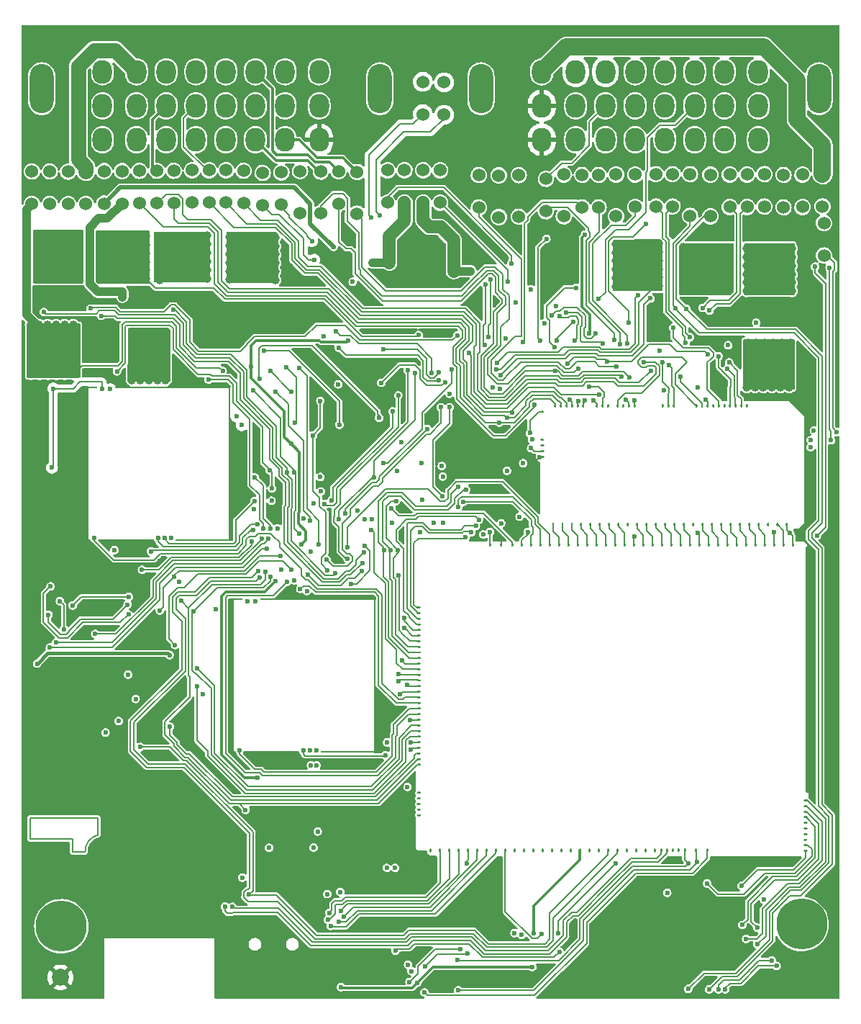
<source format=gbl>
G04 #@! TF.GenerationSoftware,KiCad,Pcbnew,(6.0.1)*
G04 #@! TF.CreationDate,2022-04-27T16:07:10+03:00*
G04 #@! TF.ProjectId,alphax_4ch,616c7068-6178-45f3-9463-682e6b696361,a*
G04 #@! TF.SameCoordinates,PX141f5e0PYa2cace0*
G04 #@! TF.FileFunction,Copper,L4,Bot*
G04 #@! TF.FilePolarity,Positive*
%FSLAX46Y46*%
G04 Gerber Fmt 4.6, Leading zero omitted, Abs format (unit mm)*
G04 Created by KiCad (PCBNEW (6.0.1)) date 2022-04-27 16:07:10*
%MOMM*%
%LPD*%
G01*
G04 APERTURE LIST*
G04 #@! TA.AperFunction,EtchedComponent*
%ADD10C,0.200000*%
G04 #@! TD*
G04 #@! TA.AperFunction,ComponentPad*
%ADD11C,0.599999*%
G04 #@! TD*
G04 #@! TA.AperFunction,ComponentPad*
%ADD12C,1.524000*%
G04 #@! TD*
G04 #@! TA.AperFunction,ComponentPad*
%ADD13C,6.000000*%
G04 #@! TD*
G04 #@! TA.AperFunction,ComponentPad*
%ADD14O,2.800000X5.800000*%
G04 #@! TD*
G04 #@! TA.AperFunction,ComponentPad*
%ADD15O,2.300000X2.800000*%
G04 #@! TD*
G04 #@! TA.AperFunction,SMDPad,CuDef*
%ADD16R,1.250000X0.250000*%
G04 #@! TD*
G04 #@! TA.AperFunction,SMDPad,CuDef*
%ADD17R,0.350000X0.250000*%
G04 #@! TD*
G04 #@! TA.AperFunction,SMDPad,CuDef*
%ADD18R,6.450000X0.250000*%
G04 #@! TD*
G04 #@! TA.AperFunction,SMDPad,CuDef*
%ADD19R,0.250000X18.200000*%
G04 #@! TD*
G04 #@! TA.AperFunction,SMDPad,CuDef*
%ADD20R,6.500000X0.250000*%
G04 #@! TD*
G04 #@! TA.AperFunction,SMDPad,CuDef*
%ADD21R,13.650000X0.250000*%
G04 #@! TD*
G04 #@! TA.AperFunction,SMDPad,CuDef*
%ADD22C,2.000000*%
G04 #@! TD*
G04 #@! TA.AperFunction,ViaPad*
%ADD23C,0.600000*%
G04 #@! TD*
G04 #@! TA.AperFunction,ViaPad*
%ADD24C,1.000000*%
G04 #@! TD*
G04 #@! TA.AperFunction,Conductor*
%ADD25C,0.200000*%
G04 #@! TD*
G04 #@! TA.AperFunction,Conductor*
%ADD26C,0.300000*%
G04 #@! TD*
G04 #@! TA.AperFunction,Conductor*
%ADD27C,1.000000*%
G04 #@! TD*
G04 #@! TA.AperFunction,Conductor*
%ADD28C,0.203200*%
G04 #@! TD*
G04 #@! TA.AperFunction,Conductor*
%ADD29C,0.400000*%
G04 #@! TD*
G04 #@! TA.AperFunction,Conductor*
%ADD30C,0.500000*%
G04 #@! TD*
G04 #@! TA.AperFunction,Conductor*
%ADD31C,2.000000*%
G04 #@! TD*
G04 #@! TA.AperFunction,Conductor*
%ADD32C,1.800000*%
G04 #@! TD*
G04 #@! TA.AperFunction,Conductor*
%ADD33C,1.500000*%
G04 #@! TD*
G04 APERTURE END LIST*
D10*
G04 #@! TO.C,G3*
X1107713Y21355349D02*
X9107713Y21355349D01*
X6107713Y17355349D02*
X6107713Y18855349D01*
X6107713Y18855349D02*
X1107713Y18855349D01*
X9107713Y21355349D02*
X9107713Y19355349D01*
X6107713Y17355349D02*
X7607713Y17355349D01*
X1107713Y18855349D02*
X1107713Y21355349D01*
X9107713Y19355348D02*
G75*
G03*
X7607713Y17355349I478801J-1921600D01*
G01*
G04 #@! TD*
D11*
G04 #@! TO.P,M4,V10,V33*
G04 #@! TO.N,+3V3_IGN*
X84879890Y13375000D03*
G04 #@! TO.P,M4,V9,VCC*
G04 #@! TO.N,+5V_IGN*
X80804884Y13675002D03*
G04 #@! TO.P,M4,V8,IGN1*
G04 #@! TO.N,/IGN1*
X86729899Y6499999D03*
G04 #@! TO.P,M4,V7,IGN2*
G04 #@! TO.N,/IGN2*
X85419899Y7150016D03*
G04 #@! TO.P,M4,V6,IGN3*
G04 #@! TO.N,/IGN3*
X86729899Y8449983D03*
G04 #@! TO.P,M4,V5,IGN4*
G04 #@! TO.N,/IGN4*
X84969893Y8774999D03*
G04 #@! TO.P,M4,V4,IGN5*
G04 #@! TO.N,GND*
X84894886Y9625022D03*
G04 #@! TO.P,M4,V3,IGN6*
X84679891Y10499981D03*
G04 #@! TO.P,M4,V2,IGN7*
X86729899Y11049978D03*
G04 #@! TO.P,M4,V1,IGN8*
X84894889Y11474986D03*
G04 #@! TD*
D12*
G04 #@! TO.P,R8,1,1*
G04 #@! TO.N,/CAN-*
X76750000Y93245000D03*
G04 #@! TO.P,R8,2,2*
G04 #@! TO.N,/C6*
X76750000Y97055000D03*
G04 #@! TD*
D13*
G04 #@! TO.P,J8,1,Pin_1*
G04 #@! TO.N,unconnected-(J8-Pad1)*
X4803000Y8619000D03*
G04 #@! TD*
D12*
G04 #@! TO.P,R59,1,1*
G04 #@! TO.N,/E8*
X45200000Y97505000D03*
G04 #@! TO.P,R59,2,2*
G04 #@! TO.N,/OUT_ETB-*
X45200000Y93695000D03*
G04 #@! TD*
G04 #@! TO.P,R9,1,1*
G04 #@! TO.N,/CAN+*
X74800000Y93245000D03*
G04 #@! TO.P,R9,2,2*
G04 #@! TO.N,/C5*
X74800000Y97055000D03*
G04 #@! TD*
G04 #@! TO.P,R68,1,1*
G04 #@! TO.N,/IN_TPS2*
X24200000Y93695000D03*
G04 #@! TO.P,R68,2,2*
G04 #@! TO.N,/D4*
X24200000Y97505000D03*
G04 #@! TD*
G04 #@! TO.P,F4,1,1*
G04 #@! TO.N,/A3*
X63950000Y97000000D03*
G04 #@! TO.P,F4,2,2*
G04 #@! TO.N,/OUT_PUMP_RELAY*
X63950000Y92100000D03*
G04 #@! TD*
G04 #@! TO.P,R91,1,1*
G04 #@! TO.N,/IN_KNOCK_RAW*
X94580000Y87485000D03*
G04 #@! TO.P,R91,2,2*
G04 #@! TO.N,/F3*
X94580000Y91295000D03*
G04 #@! TD*
G04 #@! TO.P,M5,E1,GND*
G04 #@! TO.N,GND*
G04 #@! TA.AperFunction,SMDPad,CuDef*
G36*
G01*
X61299998Y63946477D02*
X61549998Y63946477D01*
G75*
G02*
X61674998Y63821477I0J-125000D01*
G01*
X61674998Y63821477D01*
G75*
G02*
X61549998Y63696477I-125000J0D01*
G01*
X61299998Y63696477D01*
G75*
G02*
X61174998Y63821477I0J125000D01*
G01*
X61174998Y63821477D01*
G75*
G02*
X61299998Y63946477I125000J0D01*
G01*
G37*
G04 #@! TD.AperFunction*
G04 #@! TO.P,M5,E2,V5*
G04 #@! TO.N,+5V*
G04 #@! TA.AperFunction,SMDPad,CuDef*
G36*
G01*
X61299998Y64606478D02*
X61549998Y64606478D01*
G75*
G02*
X61674998Y64481478I0J-125000D01*
G01*
X61674998Y64481478D01*
G75*
G02*
X61549998Y64356478I-125000J0D01*
G01*
X61299998Y64356478D01*
G75*
G02*
X61174998Y64481478I0J125000D01*
G01*
X61174998Y64481478D01*
G75*
G02*
X61299998Y64606478I125000J0D01*
G01*
G37*
G04 #@! TD.AperFunction*
G04 #@! TO.P,M5,E3,WBO_O2S2*
G04 #@! TO.N,unconnected-(M5-PadE3)*
G04 #@! TA.AperFunction,SMDPad,CuDef*
G36*
G01*
X61299998Y65266479D02*
X61549998Y65266479D01*
G75*
G02*
X61674998Y65141479I0J-125000D01*
G01*
X61674998Y65141479D01*
G75*
G02*
X61549998Y65016479I-125000J0D01*
G01*
X61299998Y65016479D01*
G75*
G02*
X61174998Y65141479I0J125000D01*
G01*
X61174998Y65141479D01*
G75*
G02*
X61299998Y65266479I125000J0D01*
G01*
G37*
G04 #@! TD.AperFunction*
G04 #@! TO.P,M5,E4,WBO_O2S*
G04 #@! TO.N,unconnected-(M5-PadE4)*
G04 #@! TA.AperFunction,SMDPad,CuDef*
G36*
G01*
X61299998Y65926480D02*
X61549998Y65926480D01*
G75*
G02*
X61674998Y65801480I0J-125000D01*
G01*
X61674998Y65801480D01*
G75*
G02*
X61549998Y65676480I-125000J0D01*
G01*
X61299998Y65676480D01*
G75*
G02*
X61174998Y65801480I0J125000D01*
G01*
X61174998Y65801480D01*
G75*
G02*
X61299998Y65926480I125000J0D01*
G01*
G37*
G04 #@! TD.AperFunction*
G04 #@! TO.P,M5,E5,V5A*
G04 #@! TO.N,+5VA*
G04 #@! TA.AperFunction,SMDPad,CuDef*
G36*
G01*
X61299998Y69226487D02*
X61549998Y69226487D01*
G75*
G02*
X61674998Y69101487I0J-125000D01*
G01*
X61674998Y69101487D01*
G75*
G02*
X61549998Y68976487I-125000J0D01*
G01*
X61299998Y68976487D01*
G75*
G02*
X61174998Y69101487I0J125000D01*
G01*
X61174998Y69101487D01*
G75*
G02*
X61299998Y69226487I125000J0D01*
G01*
G37*
G04 #@! TD.AperFunction*
G04 #@! TO.P,M5,N1,V5A*
G04 #@! TA.AperFunction,SMDPad,CuDef*
G36*
G01*
X90070000Y55727684D02*
X90070000Y55977684D01*
G75*
G02*
X90195000Y56102684I125000J0D01*
G01*
X90195000Y56102684D01*
G75*
G02*
X90320000Y55977684I0J-125000D01*
G01*
X90320000Y55727684D01*
G75*
G02*
X90195000Y55602684I-125000J0D01*
G01*
X90195000Y55602684D01*
G75*
G02*
X90070000Y55727684I0J125000D01*
G01*
G37*
G04 #@! TD.AperFunction*
G04 #@! TO.P,M5,N2,GNDA*
G04 #@! TO.N,GNDA*
G04 #@! TA.AperFunction,SMDPad,CuDef*
G36*
G01*
X89219996Y55977684D02*
X89219996Y55727684D01*
G75*
G02*
X89094996Y55602684I-125000J0D01*
G01*
X89094996Y55602684D01*
G75*
G02*
X88969996Y55727684I0J125000D01*
G01*
X88969996Y55977684D01*
G75*
G02*
X89094996Y56102684I125000J0D01*
G01*
X89094996Y56102684D01*
G75*
G02*
X89219996Y55977684I0J-125000D01*
G01*
G37*
G04 #@! TD.AperFunction*
G04 #@! TO.P,M5,N3,RES2*
G04 #@! TO.N,unconnected-(M5-PadN3)*
G04 #@! TA.AperFunction,SMDPad,CuDef*
G36*
G01*
X88119995Y55977684D02*
X88119995Y55727684D01*
G75*
G02*
X87994995Y55602684I-125000J0D01*
G01*
X87994995Y55602684D01*
G75*
G02*
X87869995Y55727684I0J125000D01*
G01*
X87869995Y55977684D01*
G75*
G02*
X87994995Y56102684I125000J0D01*
G01*
X87994995Y56102684D01*
G75*
G02*
X88119995Y55977684I0J-125000D01*
G01*
G37*
G04 #@! TD.AperFunction*
G04 #@! TO.P,M5,N4,O2S2*
G04 #@! TO.N,/AFR*
G04 #@! TA.AperFunction,SMDPad,CuDef*
G36*
G01*
X87019998Y55977684D02*
X87019998Y55727684D01*
G75*
G02*
X86894998Y55602684I-125000J0D01*
G01*
X86894998Y55602684D01*
G75*
G02*
X86769998Y55727684I0J125000D01*
G01*
X86769998Y55977684D01*
G75*
G02*
X86894998Y56102684I125000J0D01*
G01*
X86894998Y56102684D01*
G75*
G02*
X87019998Y55977684I0J-125000D01*
G01*
G37*
G04 #@! TD.AperFunction*
G04 #@! TO.P,M5,N5,PPS*
G04 #@! TO.N,/PPS1*
G04 #@! TA.AperFunction,SMDPad,CuDef*
G36*
G01*
X85920000Y55977684D02*
X85920000Y55727684D01*
G75*
G02*
X85795000Y55602684I-125000J0D01*
G01*
X85795000Y55602684D01*
G75*
G02*
X85670000Y55727684I0J125000D01*
G01*
X85670000Y55977684D01*
G75*
G02*
X85795000Y56102684I125000J0D01*
G01*
X85795000Y56102684D01*
G75*
G02*
X85920000Y55977684I0J-125000D01*
G01*
G37*
G04 #@! TD.AperFunction*
G04 #@! TO.P,M5,N6,RES1*
G04 #@! TO.N,/CAM_VR*
G04 #@! TA.AperFunction,SMDPad,CuDef*
G36*
G01*
X84820002Y55977684D02*
X84820002Y55727684D01*
G75*
G02*
X84695002Y55602684I-125000J0D01*
G01*
X84695002Y55602684D01*
G75*
G02*
X84570002Y55727684I0J125000D01*
G01*
X84570002Y55977684D01*
G75*
G02*
X84695002Y56102684I125000J0D01*
G01*
X84695002Y56102684D01*
G75*
G02*
X84820002Y55977684I0J-125000D01*
G01*
G37*
G04 #@! TD.AperFunction*
G04 #@! TO.P,M5,N7,AUX4*
G04 #@! TO.N,/FLEX*
G04 #@! TA.AperFunction,SMDPad,CuDef*
G36*
G01*
X83720004Y55977684D02*
X83720004Y55727684D01*
G75*
G02*
X83595004Y55602684I-125000J0D01*
G01*
X83595004Y55602684D01*
G75*
G02*
X83470004Y55727684I0J125000D01*
G01*
X83470004Y55977684D01*
G75*
G02*
X83595004Y56102684I125000J0D01*
G01*
X83595004Y56102684D01*
G75*
G02*
X83720004Y55977684I0J-125000D01*
G01*
G37*
G04 #@! TD.AperFunction*
G04 #@! TO.P,M5,N8,AUX3*
G04 #@! TO.N,Net-(M5-PadN8)*
G04 #@! TA.AperFunction,SMDPad,CuDef*
G36*
G01*
X82620006Y55977684D02*
X82620006Y55727684D01*
G75*
G02*
X82495006Y55602684I-125000J0D01*
G01*
X82495006Y55602684D01*
G75*
G02*
X82370006Y55727684I0J125000D01*
G01*
X82370006Y55977684D01*
G75*
G02*
X82495006Y56102684I125000J0D01*
G01*
X82495006Y56102684D01*
G75*
G02*
X82620006Y55977684I0J-125000D01*
G01*
G37*
G04 #@! TD.AperFunction*
G04 #@! TO.P,M5,N9,AUX2*
G04 #@! TO.N,/PPS2*
G04 #@! TA.AperFunction,SMDPad,CuDef*
G36*
G01*
X81520009Y55977684D02*
X81520009Y55727684D01*
G75*
G02*
X81395009Y55602684I-125000J0D01*
G01*
X81395009Y55602684D01*
G75*
G02*
X81270009Y55727684I0J125000D01*
G01*
X81270009Y55977684D01*
G75*
G02*
X81395009Y56102684I125000J0D01*
G01*
X81395009Y56102684D01*
G75*
G02*
X81520009Y55977684I0J-125000D01*
G01*
G37*
G04 #@! TD.AperFunction*
G04 #@! TO.P,M5,N10,AUX1*
G04 #@! TO.N,/TPS2*
G04 #@! TA.AperFunction,SMDPad,CuDef*
G36*
G01*
X80420011Y55977684D02*
X80420011Y55727684D01*
G75*
G02*
X80295011Y55602684I-125000J0D01*
G01*
X80295011Y55602684D01*
G75*
G02*
X80170011Y55727684I0J125000D01*
G01*
X80170011Y55977684D01*
G75*
G02*
X80295011Y56102684I125000J0D01*
G01*
X80295011Y56102684D01*
G75*
G02*
X80420011Y55977684I0J-125000D01*
G01*
G37*
G04 #@! TD.AperFunction*
G04 #@! TO.P,M5,N11,RES3*
G04 #@! TO.N,unconnected-(M5-PadN11)*
G04 #@! TA.AperFunction,SMDPad,CuDef*
G36*
G01*
X79320013Y55977684D02*
X79320013Y55727684D01*
G75*
G02*
X79195013Y55602684I-125000J0D01*
G01*
X79195013Y55602684D01*
G75*
G02*
X79070013Y55727684I0J125000D01*
G01*
X79070013Y55977684D01*
G75*
G02*
X79195013Y56102684I125000J0D01*
G01*
X79195013Y56102684D01*
G75*
G02*
X79320013Y55977684I0J-125000D01*
G01*
G37*
G04 #@! TD.AperFunction*
G04 #@! TO.P,M5,N12,MAP3*
G04 #@! TO.N,/MAP2*
G04 #@! TA.AperFunction,SMDPad,CuDef*
G36*
G01*
X78220015Y55977684D02*
X78220015Y55727684D01*
G75*
G02*
X78095015Y55602684I-125000J0D01*
G01*
X78095015Y55602684D01*
G75*
G02*
X77970015Y55727684I0J125000D01*
G01*
X77970015Y55977684D01*
G75*
G02*
X78095015Y56102684I125000J0D01*
G01*
X78095015Y56102684D01*
G75*
G02*
X78220015Y55977684I0J-125000D01*
G01*
G37*
G04 #@! TD.AperFunction*
G04 #@! TO.P,M5,N13,MAP2*
G04 #@! TO.N,/MAP*
G04 #@! TA.AperFunction,SMDPad,CuDef*
G36*
G01*
X77120017Y55977684D02*
X77120017Y55727684D01*
G75*
G02*
X76995017Y55602684I-125000J0D01*
G01*
X76995017Y55602684D01*
G75*
G02*
X76870017Y55727684I0J125000D01*
G01*
X76870017Y55977684D01*
G75*
G02*
X76995017Y56102684I125000J0D01*
G01*
X76995017Y56102684D01*
G75*
G02*
X77120017Y55977684I0J-125000D01*
G01*
G37*
G04 #@! TD.AperFunction*
G04 #@! TO.P,M5,N14,MAP1*
G04 #@! TO.N,Net-(M5-PadN14)*
G04 #@! TA.AperFunction,SMDPad,CuDef*
G36*
G01*
X76020020Y55977684D02*
X76020020Y55727684D01*
G75*
G02*
X75895020Y55602684I-125000J0D01*
G01*
X75895020Y55602684D01*
G75*
G02*
X75770020Y55727684I0J125000D01*
G01*
X75770020Y55977684D01*
G75*
G02*
X75895020Y56102684I125000J0D01*
G01*
X75895020Y56102684D01*
G75*
G02*
X76020020Y55977684I0J-125000D01*
G01*
G37*
G04 #@! TD.AperFunction*
G04 #@! TO.P,M5,N15,IAT*
G04 #@! TO.N,/IAT*
G04 #@! TA.AperFunction,SMDPad,CuDef*
G36*
G01*
X74920022Y55977684D02*
X74920022Y55727684D01*
G75*
G02*
X74795022Y55602684I-125000J0D01*
G01*
X74795022Y55602684D01*
G75*
G02*
X74670022Y55727684I0J125000D01*
G01*
X74670022Y55977684D01*
G75*
G02*
X74795022Y56102684I125000J0D01*
G01*
X74795022Y56102684D01*
G75*
G02*
X74920022Y55977684I0J-125000D01*
G01*
G37*
G04 #@! TD.AperFunction*
G04 #@! TO.P,M5,N16,CLT*
G04 #@! TO.N,/CLT*
G04 #@! TA.AperFunction,SMDPad,CuDef*
G36*
G01*
X73820024Y55977684D02*
X73820024Y55727684D01*
G75*
G02*
X73695024Y55602684I-125000J0D01*
G01*
X73695024Y55602684D01*
G75*
G02*
X73570024Y55727684I0J125000D01*
G01*
X73570024Y55977684D01*
G75*
G02*
X73695024Y56102684I125000J0D01*
G01*
X73695024Y56102684D01*
G75*
G02*
X73820024Y55977684I0J-125000D01*
G01*
G37*
G04 #@! TD.AperFunction*
G04 #@! TO.P,M5,N17,TPS*
G04 #@! TO.N,/TPS1*
G04 #@! TA.AperFunction,SMDPad,CuDef*
G36*
G01*
X72720026Y55977684D02*
X72720026Y55727684D01*
G75*
G02*
X72595026Y55602684I-125000J0D01*
G01*
X72595026Y55602684D01*
G75*
G02*
X72470026Y55727684I0J125000D01*
G01*
X72470026Y55977684D01*
G75*
G02*
X72595026Y56102684I125000J0D01*
G01*
X72595026Y56102684D01*
G75*
G02*
X72720026Y55977684I0J-125000D01*
G01*
G37*
G04 #@! TD.AperFunction*
G04 #@! TO.P,M5,N18,O2S*
G04 #@! TO.N,unconnected-(M5-PadN18)*
G04 #@! TA.AperFunction,SMDPad,CuDef*
G36*
G01*
X71620028Y55977684D02*
X71620028Y55727684D01*
G75*
G02*
X71495028Y55602684I-125000J0D01*
G01*
X71495028Y55602684D01*
G75*
G02*
X71370028Y55727684I0J125000D01*
G01*
X71370028Y55977684D01*
G75*
G02*
X71495028Y56102684I125000J0D01*
G01*
X71495028Y56102684D01*
G75*
G02*
X71620028Y55977684I0J-125000D01*
G01*
G37*
G04 #@! TD.AperFunction*
G04 #@! TO.P,M5,N19,CAM*
G04 #@! TO.N,/CAM_HALL*
G04 #@! TA.AperFunction,SMDPad,CuDef*
G36*
G01*
X70520031Y55977684D02*
X70520031Y55727684D01*
G75*
G02*
X70395031Y55602684I-125000J0D01*
G01*
X70395031Y55602684D01*
G75*
G02*
X70270031Y55727684I0J125000D01*
G01*
X70270031Y55977684D01*
G75*
G02*
X70395031Y56102684I125000J0D01*
G01*
X70395031Y56102684D01*
G75*
G02*
X70520031Y55977684I0J-125000D01*
G01*
G37*
G04 #@! TD.AperFunction*
G04 #@! TO.P,M5,N20,VSS*
G04 #@! TO.N,/2STEP*
G04 #@! TA.AperFunction,SMDPad,CuDef*
G36*
G01*
X69420033Y55977684D02*
X69420033Y55727684D01*
G75*
G02*
X69295033Y55602684I-125000J0D01*
G01*
X69295033Y55602684D01*
G75*
G02*
X69170033Y55727684I0J125000D01*
G01*
X69170033Y55977684D01*
G75*
G02*
X69295033Y56102684I125000J0D01*
G01*
X69295033Y56102684D01*
G75*
G02*
X69420033Y55977684I0J-125000D01*
G01*
G37*
G04 #@! TD.AperFunction*
G04 #@! TO.P,M5,N21,CRANK*
G04 #@! TO.N,/CRANK*
G04 #@! TA.AperFunction,SMDPad,CuDef*
G36*
G01*
X68320035Y55977684D02*
X68320035Y55727684D01*
G75*
G02*
X68195035Y55602684I-125000J0D01*
G01*
X68195035Y55602684D01*
G75*
G02*
X68070035Y55727684I0J125000D01*
G01*
X68070035Y55977684D01*
G75*
G02*
X68195035Y56102684I125000J0D01*
G01*
X68195035Y56102684D01*
G75*
G02*
X68320035Y55977684I0J-125000D01*
G01*
G37*
G04 #@! TD.AperFunction*
G04 #@! TO.P,M5,N22,KNOCK*
G04 #@! TO.N,/KNOCK*
G04 #@! TA.AperFunction,SMDPad,CuDef*
G36*
G01*
X67220037Y55977684D02*
X67220037Y55727684D01*
G75*
G02*
X67095037Y55602684I-125000J0D01*
G01*
X67095037Y55602684D01*
G75*
G02*
X66970037Y55727684I0J125000D01*
G01*
X66970037Y55977684D01*
G75*
G02*
X67095037Y56102684I125000J0D01*
G01*
X67095037Y56102684D01*
G75*
G02*
X67220037Y55977684I0J-125000D01*
G01*
G37*
G04 #@! TD.AperFunction*
G04 #@! TO.P,M5,N23,SENS4*
G04 #@! TO.N,/DIG5*
G04 #@! TA.AperFunction,SMDPad,CuDef*
G36*
G01*
X66120039Y55977684D02*
X66120039Y55727684D01*
G75*
G02*
X65995039Y55602684I-125000J0D01*
G01*
X65995039Y55602684D01*
G75*
G02*
X65870039Y55727684I0J125000D01*
G01*
X65870039Y55977684D01*
G75*
G02*
X65995039Y56102684I125000J0D01*
G01*
X65995039Y56102684D01*
G75*
G02*
X66120039Y55977684I0J-125000D01*
G01*
G37*
G04 #@! TD.AperFunction*
G04 #@! TO.P,M5,N24,SENS3*
G04 #@! TO.N,/DIG4*
G04 #@! TA.AperFunction,SMDPad,CuDef*
G36*
G01*
X65020042Y55977684D02*
X65020042Y55727684D01*
G75*
G02*
X64895042Y55602684I-125000J0D01*
G01*
X64895042Y55602684D01*
G75*
G02*
X64770042Y55727684I0J125000D01*
G01*
X64770042Y55977684D01*
G75*
G02*
X64895042Y56102684I125000J0D01*
G01*
X64895042Y56102684D01*
G75*
G02*
X65020042Y55977684I0J-125000D01*
G01*
G37*
G04 #@! TD.AperFunction*
G04 #@! TO.P,M5,N25,SENS2*
G04 #@! TO.N,/DIG3*
G04 #@! TA.AperFunction,SMDPad,CuDef*
G36*
G01*
X63920044Y55977684D02*
X63920044Y55727684D01*
G75*
G02*
X63795044Y55602684I-125000J0D01*
G01*
X63795044Y55602684D01*
G75*
G02*
X63670044Y55727684I0J125000D01*
G01*
X63670044Y55977684D01*
G75*
G02*
X63795044Y56102684I125000J0D01*
G01*
X63795044Y56102684D01*
G75*
G02*
X63920044Y55977684I0J-125000D01*
G01*
G37*
G04 #@! TD.AperFunction*
G04 #@! TO.P,M5,N26,SENS1*
G04 #@! TO.N,/DIG2*
G04 #@! TA.AperFunction,SMDPad,CuDef*
G36*
G01*
X62820046Y55977684D02*
X62820046Y55727684D01*
G75*
G02*
X62695046Y55602684I-125000J0D01*
G01*
X62695046Y55602684D01*
G75*
G02*
X62570046Y55727684I0J125000D01*
G01*
X62570046Y55977684D01*
G75*
G02*
X62695046Y56102684I125000J0D01*
G01*
X62695046Y56102684D01*
G75*
G02*
X62820046Y55977684I0J-125000D01*
G01*
G37*
G04 #@! TD.AperFunction*
G04 #@! TO.P,M5,S1,IN_SENS1*
G04 #@! TO.N,/IN_D2*
G04 #@! TA.AperFunction,SMDPad,CuDef*
G36*
G01*
X63070990Y69939683D02*
X63070990Y69689683D01*
G75*
G02*
X62945990Y69564683I-125000J0D01*
G01*
X62945990Y69564683D01*
G75*
G02*
X62820990Y69689683I0J125000D01*
G01*
X62820990Y69939683D01*
G75*
G02*
X62945990Y70064683I125000J0D01*
G01*
X62945990Y70064683D01*
G75*
G02*
X63070990Y69939683I0J-125000D01*
G01*
G37*
G04 #@! TD.AperFunction*
G04 #@! TO.P,M5,S2,IN_SENS2*
G04 #@! TO.N,/IN_D3*
G04 #@! TA.AperFunction,SMDPad,CuDef*
G36*
G01*
X63730992Y69939683D02*
X63730992Y69689683D01*
G75*
G02*
X63605992Y69564683I-125000J0D01*
G01*
X63605992Y69564683D01*
G75*
G02*
X63480992Y69689683I0J125000D01*
G01*
X63480992Y69939683D01*
G75*
G02*
X63605992Y70064683I125000J0D01*
G01*
X63605992Y70064683D01*
G75*
G02*
X63730992Y69939683I0J-125000D01*
G01*
G37*
G04 #@! TD.AperFunction*
G04 #@! TO.P,M5,S3,IN_SENS3*
G04 #@! TO.N,/IN_D4*
G04 #@! TA.AperFunction,SMDPad,CuDef*
G36*
G01*
X64390993Y69939683D02*
X64390993Y69689683D01*
G75*
G02*
X64265993Y69564683I-125000J0D01*
G01*
X64265993Y69564683D01*
G75*
G02*
X64140993Y69689683I0J125000D01*
G01*
X64140993Y69939683D01*
G75*
G02*
X64265993Y70064683I125000J0D01*
G01*
X64265993Y70064683D01*
G75*
G02*
X64390993Y69939683I0J-125000D01*
G01*
G37*
G04 #@! TD.AperFunction*
G04 #@! TO.P,M5,S4,IN_SENS4*
G04 #@! TO.N,/IN_D5*
G04 #@! TA.AperFunction,SMDPad,CuDef*
G36*
G01*
X65050994Y69939683D02*
X65050994Y69689683D01*
G75*
G02*
X64925994Y69564683I-125000J0D01*
G01*
X64925994Y69564683D01*
G75*
G02*
X64800994Y69689683I0J125000D01*
G01*
X64800994Y69939683D01*
G75*
G02*
X64925994Y70064683I125000J0D01*
G01*
X64925994Y70064683D01*
G75*
G02*
X65050994Y69939683I0J-125000D01*
G01*
G37*
G04 #@! TD.AperFunction*
G04 #@! TO.P,M5,S5,IN_CAM*
G04 #@! TO.N,/IN_CAM_HALL*
G04 #@! TA.AperFunction,SMDPad,CuDef*
G36*
G01*
X65710995Y69939683D02*
X65710995Y69689683D01*
G75*
G02*
X65585995Y69564683I-125000J0D01*
G01*
X65585995Y69564683D01*
G75*
G02*
X65460995Y69689683I0J125000D01*
G01*
X65460995Y69939683D01*
G75*
G02*
X65585995Y70064683I125000J0D01*
G01*
X65585995Y70064683D01*
G75*
G02*
X65710995Y69939683I0J-125000D01*
G01*
G37*
G04 #@! TD.AperFunction*
G04 #@! TO.P,M5,S6,IN_VSS*
G04 #@! TO.N,/IN_2STEP*
G04 #@! TA.AperFunction,SMDPad,CuDef*
G36*
G01*
X66370997Y69939683D02*
X66370997Y69689683D01*
G75*
G02*
X66245997Y69564683I-125000J0D01*
G01*
X66245997Y69564683D01*
G75*
G02*
X66120997Y69689683I0J125000D01*
G01*
X66120997Y69939683D01*
G75*
G02*
X66245997Y70064683I125000J0D01*
G01*
X66245997Y70064683D01*
G75*
G02*
X66370997Y69939683I0J-125000D01*
G01*
G37*
G04 #@! TD.AperFunction*
G04 #@! TO.P,M5,S7,IN_KNOCK*
G04 #@! TO.N,/IN_KNOCK*
G04 #@! TA.AperFunction,SMDPad,CuDef*
G36*
G01*
X67971994Y69939683D02*
X67971994Y69689683D01*
G75*
G02*
X67846994Y69564683I-125000J0D01*
G01*
X67846994Y69564683D01*
G75*
G02*
X67721994Y69689683I0J125000D01*
G01*
X67721994Y69939683D01*
G75*
G02*
X67846994Y70064683I125000J0D01*
G01*
X67846994Y70064683D01*
G75*
G02*
X67971994Y69939683I0J-125000D01*
G01*
G37*
G04 #@! TD.AperFunction*
G04 #@! TO.P,M5,S8,IN_CRANK*
G04 #@! TO.N,/IN_CRANK*
G04 #@! TA.AperFunction,SMDPad,CuDef*
G36*
G01*
X68631995Y69939683D02*
X68631995Y69689683D01*
G75*
G02*
X68506995Y69564683I-125000J0D01*
G01*
X68506995Y69564683D01*
G75*
G02*
X68381995Y69689683I0J125000D01*
G01*
X68381995Y69939683D01*
G75*
G02*
X68506995Y70064683I125000J0D01*
G01*
X68506995Y70064683D01*
G75*
G02*
X68631995Y69939683I0J-125000D01*
G01*
G37*
G04 #@! TD.AperFunction*
G04 #@! TO.P,M5,S9,IN_O2S*
G04 #@! TO.N,unconnected-(M5-PadS9)*
G04 #@! TA.AperFunction,SMDPad,CuDef*
G36*
G01*
X69291997Y69939683D02*
X69291997Y69689683D01*
G75*
G02*
X69166997Y69564683I-125000J0D01*
G01*
X69166997Y69564683D01*
G75*
G02*
X69041997Y69689683I0J125000D01*
G01*
X69041997Y69939683D01*
G75*
G02*
X69166997Y70064683I125000J0D01*
G01*
X69166997Y70064683D01*
G75*
G02*
X69291997Y69939683I0J-125000D01*
G01*
G37*
G04 #@! TD.AperFunction*
G04 #@! TO.P,M5,S10,IN_TPS*
G04 #@! TO.N,/IN_TPS1*
G04 #@! TA.AperFunction,SMDPad,CuDef*
G36*
G01*
X70412896Y69939683D02*
X70412896Y69689683D01*
G75*
G02*
X70287896Y69564683I-125000J0D01*
G01*
X70287896Y69564683D01*
G75*
G02*
X70162896Y69689683I0J125000D01*
G01*
X70162896Y69939683D01*
G75*
G02*
X70287896Y70064683I125000J0D01*
G01*
X70287896Y70064683D01*
G75*
G02*
X70412896Y69939683I0J-125000D01*
G01*
G37*
G04 #@! TD.AperFunction*
G04 #@! TO.P,M5,S11,IN_MAP1*
G04 #@! TO.N,unconnected-(M5-PadS11)*
G04 #@! TA.AperFunction,SMDPad,CuDef*
G36*
G01*
X71072897Y69939683D02*
X71072897Y69689683D01*
G75*
G02*
X70947897Y69564683I-125000J0D01*
G01*
X70947897Y69564683D01*
G75*
G02*
X70822897Y69689683I0J125000D01*
G01*
X70822897Y69939683D01*
G75*
G02*
X70947897Y70064683I125000J0D01*
G01*
X70947897Y70064683D01*
G75*
G02*
X71072897Y69939683I0J-125000D01*
G01*
G37*
G04 #@! TD.AperFunction*
G04 #@! TO.P,M5,S12,IN_MAP2*
G04 #@! TO.N,/IN_MAP2*
G04 #@! TA.AperFunction,SMDPad,CuDef*
G36*
G01*
X71732898Y69939683D02*
X71732898Y69689683D01*
G75*
G02*
X71607898Y69564683I-125000J0D01*
G01*
X71607898Y69564683D01*
G75*
G02*
X71482898Y69689683I0J125000D01*
G01*
X71482898Y69939683D01*
G75*
G02*
X71607898Y70064683I125000J0D01*
G01*
X71607898Y70064683D01*
G75*
G02*
X71732898Y69939683I0J-125000D01*
G01*
G37*
G04 #@! TD.AperFunction*
G04 #@! TO.P,M5,S13,VREF2*
G04 #@! TO.N,/VREF2*
G04 #@! TA.AperFunction,SMDPad,CuDef*
G36*
G01*
X72392900Y69939683D02*
X72392900Y69689683D01*
G75*
G02*
X72267900Y69564683I-125000J0D01*
G01*
X72267900Y69564683D01*
G75*
G02*
X72142900Y69689683I0J125000D01*
G01*
X72142900Y69939683D01*
G75*
G02*
X72267900Y70064683I125000J0D01*
G01*
X72267900Y70064683D01*
G75*
G02*
X72392900Y69939683I0J-125000D01*
G01*
G37*
G04 #@! TD.AperFunction*
G04 #@! TO.P,M5,S14,VREF1*
G04 #@! TO.N,unconnected-(M5-PadS14)*
G04 #@! TA.AperFunction,SMDPad,CuDef*
G36*
G01*
X75718994Y69939683D02*
X75718994Y69689683D01*
G75*
G02*
X75593994Y69564683I-125000J0D01*
G01*
X75593994Y69564683D01*
G75*
G02*
X75468994Y69689683I0J125000D01*
G01*
X75468994Y69939683D01*
G75*
G02*
X75593994Y70064683I125000J0D01*
G01*
X75593994Y70064683D01*
G75*
G02*
X75718994Y69939683I0J-125000D01*
G01*
G37*
G04 #@! TD.AperFunction*
G04 #@! TO.P,M5,S15,IN_CLT*
G04 #@! TO.N,/IN_CLT*
G04 #@! TA.AperFunction,SMDPad,CuDef*
G36*
G01*
X76378995Y69939683D02*
X76378995Y69689683D01*
G75*
G02*
X76253995Y69564683I-125000J0D01*
G01*
X76253995Y69564683D01*
G75*
G02*
X76128995Y69689683I0J125000D01*
G01*
X76128995Y69939683D01*
G75*
G02*
X76253995Y70064683I125000J0D01*
G01*
X76253995Y70064683D01*
G75*
G02*
X76378995Y69939683I0J-125000D01*
G01*
G37*
G04 #@! TD.AperFunction*
G04 #@! TO.P,M5,S16,IN_IAT*
G04 #@! TO.N,/IN_IAT*
G04 #@! TA.AperFunction,SMDPad,CuDef*
G36*
G01*
X77038997Y69939683D02*
X77038997Y69689683D01*
G75*
G02*
X76913997Y69564683I-125000J0D01*
G01*
X76913997Y69564683D01*
G75*
G02*
X76788997Y69689683I0J125000D01*
G01*
X76788997Y69939683D01*
G75*
G02*
X76913997Y70064683I125000J0D01*
G01*
X76913997Y70064683D01*
G75*
G02*
X77038997Y69939683I0J-125000D01*
G01*
G37*
G04 #@! TD.AperFunction*
G04 #@! TO.P,M5,S17,IN_AUX1*
G04 #@! TO.N,/IN_TPS2*
G04 #@! TA.AperFunction,SMDPad,CuDef*
G36*
G01*
X79684988Y69939683D02*
X79684988Y69689683D01*
G75*
G02*
X79559988Y69564683I-125000J0D01*
G01*
X79559988Y69564683D01*
G75*
G02*
X79434988Y69689683I0J125000D01*
G01*
X79434988Y69939683D01*
G75*
G02*
X79559988Y70064683I125000J0D01*
G01*
X79559988Y70064683D01*
G75*
G02*
X79684988Y69939683I0J-125000D01*
G01*
G37*
G04 #@! TD.AperFunction*
G04 #@! TO.P,M5,S18,IN_AUX2*
G04 #@! TO.N,/IN_PPS2*
G04 #@! TA.AperFunction,SMDPad,CuDef*
G36*
G01*
X80344989Y69939683D02*
X80344989Y69689683D01*
G75*
G02*
X80219989Y69564683I-125000J0D01*
G01*
X80219989Y69564683D01*
G75*
G02*
X80094989Y69689683I0J125000D01*
G01*
X80094989Y69939683D01*
G75*
G02*
X80219989Y70064683I125000J0D01*
G01*
X80219989Y70064683D01*
G75*
G02*
X80344989Y69939683I0J-125000D01*
G01*
G37*
G04 #@! TD.AperFunction*
G04 #@! TO.P,M5,S19,IN_MAP3*
G04 #@! TO.N,/IN_MAP3*
G04 #@! TA.AperFunction,SMDPad,CuDef*
G36*
G01*
X81004991Y69939683D02*
X81004991Y69689683D01*
G75*
G02*
X80879991Y69564683I-125000J0D01*
G01*
X80879991Y69564683D01*
G75*
G02*
X80754991Y69689683I0J125000D01*
G01*
X80754991Y69939683D01*
G75*
G02*
X80879991Y70064683I125000J0D01*
G01*
X80879991Y70064683D01*
G75*
G02*
X81004991Y69939683I0J-125000D01*
G01*
G37*
G04 #@! TD.AperFunction*
G04 #@! TO.P,M5,S20,IN_AUX3*
G04 #@! TO.N,unconnected-(M5-PadS20)*
G04 #@! TA.AperFunction,SMDPad,CuDef*
G36*
G01*
X81664992Y69939683D02*
X81664992Y69689683D01*
G75*
G02*
X81539992Y69564683I-125000J0D01*
G01*
X81539992Y69564683D01*
G75*
G02*
X81414992Y69689683I0J125000D01*
G01*
X81414992Y69939683D01*
G75*
G02*
X81539992Y70064683I125000J0D01*
G01*
X81539992Y70064683D01*
G75*
G02*
X81664992Y69939683I0J-125000D01*
G01*
G37*
G04 #@! TD.AperFunction*
G04 #@! TO.P,M5,S21,IN_AUX4*
G04 #@! TO.N,/IN_FLEX*
G04 #@! TA.AperFunction,SMDPad,CuDef*
G36*
G01*
X82324993Y69939683D02*
X82324993Y69689683D01*
G75*
G02*
X82199993Y69564683I-125000J0D01*
G01*
X82199993Y69564683D01*
G75*
G02*
X82074993Y69689683I0J125000D01*
G01*
X82074993Y69939683D01*
G75*
G02*
X82199993Y70064683I125000J0D01*
G01*
X82199993Y70064683D01*
G75*
G02*
X82324993Y69939683I0J-125000D01*
G01*
G37*
G04 #@! TD.AperFunction*
G04 #@! TO.P,M5,S22,IN_RES3*
G04 #@! TO.N,unconnected-(M5-PadS22)*
G04 #@! TA.AperFunction,SMDPad,CuDef*
G36*
G01*
X82984994Y69939683D02*
X82984994Y69689683D01*
G75*
G02*
X82859994Y69564683I-125000J0D01*
G01*
X82859994Y69564683D01*
G75*
G02*
X82734994Y69689683I0J125000D01*
G01*
X82734994Y69939683D01*
G75*
G02*
X82859994Y70064683I125000J0D01*
G01*
X82859994Y70064683D01*
G75*
G02*
X82984994Y69939683I0J-125000D01*
G01*
G37*
G04 #@! TD.AperFunction*
G04 #@! TO.P,M5,S23,IN_RES1*
G04 #@! TO.N,/IN_CAM_VR*
G04 #@! TA.AperFunction,SMDPad,CuDef*
G36*
G01*
X83644996Y69939683D02*
X83644996Y69689683D01*
G75*
G02*
X83519996Y69564683I-125000J0D01*
G01*
X83519996Y69564683D01*
G75*
G02*
X83394996Y69689683I0J125000D01*
G01*
X83394996Y69939683D01*
G75*
G02*
X83519996Y70064683I125000J0D01*
G01*
X83519996Y70064683D01*
G75*
G02*
X83644996Y69939683I0J-125000D01*
G01*
G37*
G04 #@! TD.AperFunction*
G04 #@! TO.P,M5,S24,IN_PPS*
G04 #@! TO.N,/IN_PPS1*
G04 #@! TA.AperFunction,SMDPad,CuDef*
G36*
G01*
X84304997Y69939683D02*
X84304997Y69689683D01*
G75*
G02*
X84179997Y69564683I-125000J0D01*
G01*
X84179997Y69564683D01*
G75*
G02*
X84054997Y69689683I0J125000D01*
G01*
X84054997Y69939683D01*
G75*
G02*
X84179997Y70064683I125000J0D01*
G01*
X84179997Y70064683D01*
G75*
G02*
X84304997Y69939683I0J-125000D01*
G01*
G37*
G04 #@! TD.AperFunction*
G04 #@! TO.P,M5,S25,IN_O2S2*
G04 #@! TO.N,/IN_AFR*
G04 #@! TA.AperFunction,SMDPad,CuDef*
G36*
G01*
X84964998Y69939683D02*
X84964998Y69689683D01*
G75*
G02*
X84839998Y69564683I-125000J0D01*
G01*
X84839998Y69564683D01*
G75*
G02*
X84714998Y69689683I0J125000D01*
G01*
X84714998Y69939683D01*
G75*
G02*
X84839998Y70064683I125000J0D01*
G01*
X84839998Y70064683D01*
G75*
G02*
X84964998Y69939683I0J-125000D01*
G01*
G37*
G04 #@! TD.AperFunction*
G04 #@! TO.P,M5,S26,IN_RES2*
G04 #@! TO.N,unconnected-(M5-PadS26)*
G04 #@! TA.AperFunction,SMDPad,CuDef*
G36*
G01*
X85625000Y69939683D02*
X85625000Y69689683D01*
G75*
G02*
X85500000Y69564683I-125000J0D01*
G01*
X85500000Y69564683D01*
G75*
G02*
X85375000Y69689683I0J125000D01*
G01*
X85375000Y69939683D01*
G75*
G02*
X85500000Y70064683I125000J0D01*
G01*
X85500000Y70064683D01*
G75*
G02*
X85625000Y69939683I0J-125000D01*
G01*
G37*
G04 #@! TD.AperFunction*
G04 #@! TD*
D14*
G04 #@! TO.P,P2,*
G04 #@! TO.N,*
X42300000Y107100000D03*
X2500000Y107100000D03*
D15*
G04 #@! TO.P,P2,1,D1*
G04 #@! TO.N,/D1*
X9650000Y101100000D03*
G04 #@! TO.P,P2,2,D2*
G04 #@! TO.N,/D2*
X13650000Y101100000D03*
G04 #@! TO.P,P2,3,D3*
G04 #@! TO.N,/D3*
X17150000Y101100000D03*
G04 #@! TO.P,P2,4,D4*
G04 #@! TO.N,/D4*
X20650000Y101100000D03*
G04 #@! TO.P,P2,5,D5*
G04 #@! TO.N,/D5*
X24150000Y101100000D03*
G04 #@! TO.P,P2,6,D6*
G04 #@! TO.N,/D6*
X27650000Y101100000D03*
G04 #@! TO.P,P2,7,D7*
G04 #@! TO.N,/D7*
X31150000Y101100000D03*
G04 #@! TO.P,P2,8,D8*
G04 #@! TO.N,GND*
X35150000Y101100000D03*
G04 #@! TO.P,P2,9,E1*
G04 #@! TO.N,/E1*
X9650000Y105100000D03*
G04 #@! TO.P,P2,10,E2*
G04 #@! TO.N,/E2*
X13650000Y105100000D03*
G04 #@! TO.P,P2,11,E3*
G04 #@! TO.N,/E3*
X17150000Y105100000D03*
G04 #@! TO.P,P2,12,E4*
G04 #@! TO.N,/E4*
X20650000Y105100000D03*
G04 #@! TO.P,P2,13,E5*
G04 #@! TO.N,/E5*
X24150000Y105100000D03*
G04 #@! TO.P,P2,14,E6*
G04 #@! TO.N,/E6*
X27650000Y105100000D03*
G04 #@! TO.P,P2,15,E7*
G04 #@! TO.N,/E7*
X31150000Y105100000D03*
G04 #@! TO.P,P2,16,E8*
G04 #@! TO.N,/E8*
X35150000Y105100000D03*
G04 #@! TO.P,P2,17,F1*
G04 #@! TO.N,/F1*
X9650000Y109100000D03*
G04 #@! TO.P,P2,18,F2*
G04 #@! TO.N,/F2*
X13650000Y109100000D03*
G04 #@! TO.P,P2,19,F3*
G04 #@! TO.N,/F3*
X17150000Y109100000D03*
G04 #@! TO.P,P2,20,F4*
G04 #@! TO.N,/F4*
X20650000Y109100000D03*
G04 #@! TO.P,P2,21,F5*
G04 #@! TO.N,/F5*
X24150000Y109100000D03*
G04 #@! TO.P,P2,22,F6*
G04 #@! TO.N,/F6*
X27650000Y109100000D03*
G04 #@! TO.P,P2,23,F7*
G04 #@! TO.N,/F7*
X31150000Y109100000D03*
G04 #@! TO.P,P2,24,F8*
G04 #@! TO.N,/F8*
X35150000Y109100000D03*
G04 #@! TD*
D12*
G04 #@! TO.P,R11,1,1*
G04 #@! TO.N,/IN_CRANK+*
X47350000Y104095000D03*
G04 #@! TO.P,R11,2,2*
G04 #@! TO.N,/C3*
X47350000Y107905000D03*
G04 #@! TD*
G04 #@! TO.P,R6,1,1*
G04 #@! TO.N,/OUT_IDLE1*
X92050000Y93195000D03*
G04 #@! TO.P,R6,2,2*
G04 #@! TO.N,/C8*
X92050000Y97005000D03*
G04 #@! TD*
G04 #@! TO.P,R60,1,1*
G04 #@! TO.N,/IN_FLEX*
X43200000Y93695000D03*
G04 #@! TO.P,R60,2,2*
G04 #@! TO.N,/E7*
X43200000Y97505000D03*
G04 #@! TD*
G04 #@! TO.P,R66,1,1*
G04 #@! TO.N,/OUT_INJ4*
X3450000Y93561701D03*
G04 #@! TO.P,R66,2,2*
G04 #@! TO.N,/E1*
X3450000Y97371701D03*
G04 #@! TD*
G04 #@! TO.P,R17,1,1*
G04 #@! TO.N,/IN_AFR*
X68050000Y93145000D03*
G04 #@! TO.P,R17,2,2*
G04 #@! TO.N,/B4*
X68050000Y96955000D03*
G04 #@! TD*
G04 #@! TO.P,R63,1,1*
G04 #@! TO.N,/IN_D4*
X22200000Y93695000D03*
G04 #@! TO.P,R63,2,2*
G04 #@! TO.N,/E4*
X22200000Y97505000D03*
G04 #@! TD*
G04 #@! TO.P,R16,1,1*
G04 #@! TO.N,/IN_TPS1*
X72350000Y93195000D03*
G04 #@! TO.P,R16,2,2*
G04 #@! TO.N,/B5*
X72350000Y97005000D03*
G04 #@! TD*
G04 #@! TO.P,R70,1,1*
G04 #@! TO.N,/OUT_BOOST*
X11950000Y93595000D03*
G04 #@! TO.P,R70,2,2*
G04 #@! TO.N,/D2*
X11950000Y97405000D03*
G04 #@! TD*
D11*
G04 #@! TO.P,M7,V1,V5*
G04 #@! TO.N,+5V*
X51750003Y5925001D03*
G04 #@! TO.P,M7,V2,CAN_VIO*
G04 #@! TO.N,/CAN_VIO*
X52625005Y5400001D03*
G04 #@! TO.P,M7,V5,CAN_TX*
G04 #@! TO.N,/CAN_TX*
X51450001Y4650003D03*
G04 #@! TO.P,M7,V6,CAN_RX*
G04 #@! TO.N,/CAN_RX*
X51525004Y1100002D03*
G04 #@! TD*
G04 #@! TO.P,M1,V1,V12*
G04 #@! TO.N,+12V*
X27937888Y26083984D03*
G04 #@! TO.P,M1,V2,VBAT*
G04 #@! TO.N,unconnected-(M1-PadV2)*
X29262892Y17858984D03*
G04 #@! TO.P,M1,V3,IN_VIGN*
G04 #@! TO.N,/IN_VIGN*
X34495386Y17876489D03*
G04 #@! TO.P,M1,V4,V12_PERM*
G04 #@! TO.N,+12V_RAW*
X34987892Y19758985D03*
G04 #@! TO.P,M1,V5,VIGN*
G04 #@! TO.N,/VIGN*
X36112878Y12408992D03*
G04 #@! TD*
G04 #@! TO.P,M3,E1,Thresh_IN*
G04 #@! TO.N,/THRESHOLD_VR_CM*
X25775000Y29300000D03*
G04 #@! TO.P,M3,E2,OUT_A*
G04 #@! TO.N,/VR_ANALOG_CM*
X33275000Y29300000D03*
G04 #@! TO.P,M3,E3,OUT*
G04 #@! TO.N,/IN_CAM_VR*
X34075000Y29300000D03*
G04 #@! TO.P,M3,E4,V5_IN*
G04 #@! TO.N,+5V*
X34875000Y29300000D03*
D16*
G04 #@! TO.P,M3,G,GND*
G04 #@! TO.N,GND*
X25550000Y47050000D03*
D17*
X25100000Y29100000D03*
D18*
X38600000Y29100000D03*
D19*
X25050000Y38075000D03*
D20*
X29525000Y29100000D03*
D21*
X35000000Y47050000D03*
D19*
X41700000Y38075000D03*
D11*
G04 #@! TO.P,M3,W1,VR-*
G04 #@! TO.N,/IN_CAM_VR-*
X27675000Y46825000D03*
G04 #@! TO.P,M3,W2,VR+*
G04 #@! TO.N,/IN_CAM_VR+*
X26675000Y46825000D03*
G04 #@! TD*
D12*
G04 #@! TO.P,R10,1,1*
G04 #@! TO.N,/IN_2STEP*
X66100000Y93145000D03*
G04 #@! TO.P,R10,2,2*
G04 #@! TO.N,/C4*
X66100000Y96955000D03*
G04 #@! TD*
G04 #@! TO.P,R62,1,1*
G04 #@! TO.N,/IN_CAM_VR-*
X28500000Y93395000D03*
G04 #@! TO.P,R62,2,2*
G04 #@! TO.N,/E5*
X28500000Y97205000D03*
G04 #@! TD*
G04 #@! TO.P,R65,1,1*
G04 #@! TO.N,/OUT_NOS*
X9850000Y93595000D03*
G04 #@! TO.P,R65,2,2*
G04 #@! TO.N,/E2*
X9850000Y97405000D03*
G04 #@! TD*
G04 #@! TO.P,F7,1,1*
G04 #@! TO.N,/F5*
X32900000Y97399979D03*
G04 #@! TO.P,F7,2,2*
G04 #@! TO.N,/OUT_MAIN*
X32900000Y92499979D03*
G04 #@! TD*
G04 #@! TO.P,R58,1,1*
G04 #@! TO.N,/OUT_IDLE2*
X1347390Y93561701D03*
G04 #@! TO.P,R58,2,2*
G04 #@! TO.N,/F1*
X1347390Y97371701D03*
G04 #@! TD*
G04 #@! TO.P,R56,1,1*
G04 #@! TO.N,/IN_D5*
X14000000Y93645000D03*
G04 #@! TO.P,R56,2,2*
G04 #@! TO.N,/F3*
X14000000Y97455000D03*
G04 #@! TD*
G04 #@! TO.P,R19,1,1*
G04 #@! TO.N,/IN_MAP2*
X53950000Y93145000D03*
G04 #@! TO.P,R19,2,2*
G04 #@! TO.N,/B2*
X53950000Y96955000D03*
G04 #@! TD*
G04 #@! TO.P,R67,1,1*
G04 #@! TO.N,/IN_PPS1*
X26250000Y93645000D03*
G04 #@! TO.P,R67,2,2*
G04 #@! TO.N,/D5*
X26250000Y97455000D03*
G04 #@! TD*
G04 #@! TO.P,F1,1,1*
G04 #@! TO.N,/A7*
X81196000Y96995000D03*
G04 #@! TO.P,F1,2,2*
G04 #@! TO.N,/OUT_IGN2*
X81196000Y92095000D03*
G04 #@! TD*
G04 #@! TO.P,R14,1,1*
G04 #@! TO.N,/B8*
X89800000Y96955000D03*
G04 #@! TO.P,R14,2,2*
G04 #@! TO.N,/OUT_INJ2*
X89800000Y93145000D03*
G04 #@! TD*
G04 #@! TO.P,R64,1,1*
G04 #@! TO.N,/IN_D3*
X16050000Y93645000D03*
G04 #@! TO.P,R64,2,2*
G04 #@! TO.N,/E3*
X16050000Y97455000D03*
G04 #@! TD*
G04 #@! TO.P,F3,1,1*
G04 #@! TO.N,/A4*
X70100000Y97000000D03*
G04 #@! TO.P,F3,2,2*
G04 #@! TO.N,/OUT_TACH*
X70100000Y92100000D03*
G04 #@! TD*
G04 #@! TO.P,R71,1,1*
G04 #@! TO.N,/OUT_INJ3*
X5600000Y93545000D03*
G04 #@! TO.P,R71,2,2*
G04 #@! TO.N,/D1*
X5600000Y97355000D03*
G04 #@! TD*
G04 #@! TO.P,R61,1,1*
G04 #@! TO.N,/IN_CAM_VR+*
X30700000Y93445000D03*
G04 #@! TO.P,R61,2,2*
G04 #@! TO.N,/E6*
X30700000Y97255000D03*
G04 #@! TD*
D13*
G04 #@! TO.P,J7,1,Pin_1*
G04 #@! TO.N,unconnected-(J7-Pad1)*
X91948000Y8873000D03*
G04 #@! TD*
D12*
G04 #@! TO.P,R69,1,1*
G04 #@! TO.N,/IN_D2*
X18050000Y93645000D03*
G04 #@! TO.P,R69,2,2*
G04 #@! TO.N,/D3*
X18050000Y97455000D03*
G04 #@! TD*
G04 #@! TO.P,R55,1,1*
G04 #@! TO.N,/OUT_VVT2*
X20200000Y93695000D03*
G04 #@! TO.P,R55,2,2*
G04 #@! TO.N,/F4*
X20200000Y97505000D03*
G04 #@! TD*
G04 #@! TO.P,F8,1,1*
G04 #@! TO.N,/D7*
X39600000Y97299979D03*
G04 #@! TO.P,F8,2,2*
G04 #@! TO.N,/OUT_IGN4*
X39600000Y92399979D03*
G04 #@! TD*
G04 #@! TO.P,R54,1,1*
G04 #@! TO.N,/IN_PPS2*
X37450000Y93595000D03*
G04 #@! TO.P,R54,2,2*
G04 #@! TO.N,/F6*
X37450000Y97405000D03*
G04 #@! TD*
G04 #@! TO.P,R52,1,1*
G04 #@! TO.N,/OUT_ETB+*
X47400000Y93695000D03*
G04 #@! TO.P,R52,2,2*
G04 #@! TO.N,/F8*
X47400000Y97505000D03*
G04 #@! TD*
G04 #@! TO.P,M6,E1,SPI1_SCK*
G04 #@! TO.N,unconnected-(M6-PadE1)*
G04 #@! TA.AperFunction,SMDPad,CuDef*
G36*
G01*
X46760503Y21803625D02*
X47010503Y21803625D01*
G75*
G02*
X47135503Y21678625I0J-125000D01*
G01*
X47135503Y21678625D01*
G75*
G02*
X47010503Y21553625I-125000J0D01*
G01*
X46760503Y21553625D01*
G75*
G02*
X46635503Y21678625I0J125000D01*
G01*
X46635503Y21678625D01*
G75*
G02*
X46760503Y21803625I125000J0D01*
G01*
G37*
G04 #@! TD.AperFunction*
G04 #@! TO.P,M6,E2,SPI1_MISO*
G04 #@! TO.N,unconnected-(M6-PadE2)*
G04 #@! TA.AperFunction,SMDPad,CuDef*
G36*
G01*
X47010503Y22213623D02*
X46760503Y22213623D01*
G75*
G02*
X46635503Y22338623I0J125000D01*
G01*
X46635503Y22338623D01*
G75*
G02*
X46760503Y22463623I125000J0D01*
G01*
X47010503Y22463623D01*
G75*
G02*
X47135503Y22338623I0J-125000D01*
G01*
X47135503Y22338623D01*
G75*
G02*
X47010503Y22213623I-125000J0D01*
G01*
G37*
G04 #@! TD.AperFunction*
G04 #@! TO.P,M6,E3,SPI1_MOSI*
G04 #@! TO.N,unconnected-(M6-PadE3)*
G04 #@! TA.AperFunction,SMDPad,CuDef*
G36*
G01*
X47010503Y22873628D02*
X46760503Y22873628D01*
G75*
G02*
X46635503Y22998628I0J125000D01*
G01*
X46635503Y22998628D01*
G75*
G02*
X46760503Y23123628I125000J0D01*
G01*
X47010503Y23123628D01*
G75*
G02*
X47135503Y22998628I0J-125000D01*
G01*
X47135503Y22998628D01*
G75*
G02*
X47010503Y22873628I-125000J0D01*
G01*
G37*
G04 #@! TD.AperFunction*
G04 #@! TO.P,M6,E4,SPI1_CS1*
G04 #@! TO.N,unconnected-(M6-PadE4)*
G04 #@! TA.AperFunction,SMDPad,CuDef*
G36*
G01*
X47010503Y23533623D02*
X46760503Y23533623D01*
G75*
G02*
X46635503Y23658623I0J125000D01*
G01*
X46635503Y23658623D01*
G75*
G02*
X46760503Y23783623I125000J0D01*
G01*
X47010503Y23783623D01*
G75*
G02*
X47135503Y23658623I0J-125000D01*
G01*
X47135503Y23658623D01*
G75*
G02*
X47010503Y23533623I-125000J0D01*
G01*
G37*
G04 #@! TD.AperFunction*
G04 #@! TO.P,M6,E5,SPI1_CS2*
G04 #@! TO.N,unconnected-(M6-PadE5)*
G04 #@! TA.AperFunction,SMDPad,CuDef*
G36*
G01*
X47010503Y24193625D02*
X46760503Y24193625D01*
G75*
G02*
X46635503Y24318625I0J125000D01*
G01*
X46635503Y24318625D01*
G75*
G02*
X46760503Y24443625I125000J0D01*
G01*
X47010503Y24443625D01*
G75*
G02*
X47135503Y24318625I0J-125000D01*
G01*
X47135503Y24318625D01*
G75*
G02*
X47010503Y24193625I-125000J0D01*
G01*
G37*
G04 #@! TD.AperFunction*
G04 #@! TO.P,M6,E6,OUT_IO3*
G04 #@! TO.N,/PWR_EN*
G04 #@! TA.AperFunction,SMDPad,CuDef*
G36*
G01*
X47010503Y27493626D02*
X46760503Y27493626D01*
G75*
G02*
X46635503Y27618626I0J125000D01*
G01*
X46635503Y27618626D01*
G75*
G02*
X46760503Y27743626I125000J0D01*
G01*
X47010503Y27743626D01*
G75*
G02*
X47135503Y27618626I0J-125000D01*
G01*
X47135503Y27618626D01*
G75*
G02*
X47010503Y27493626I-125000J0D01*
G01*
G37*
G04 #@! TD.AperFunction*
G04 #@! TO.P,M6,E7,OUT_IO5*
G04 #@! TO.N,/CRANK_N_PULLUP*
G04 #@! TA.AperFunction,SMDPad,CuDef*
G36*
G01*
X47010503Y28153627D02*
X46760503Y28153627D01*
G75*
G02*
X46635503Y28278627I0J125000D01*
G01*
X46635503Y28278627D01*
G75*
G02*
X46760503Y28403627I125000J0D01*
G01*
X47010503Y28403627D01*
G75*
G02*
X47135503Y28278627I0J-125000D01*
G01*
X47135503Y28278627D01*
G75*
G02*
X47010503Y28153627I-125000J0D01*
G01*
G37*
G04 #@! TD.AperFunction*
G04 #@! TO.P,M6,E8,OUT_IO1*
G04 #@! TO.N,/TACH_PULLUP*
G04 #@! TA.AperFunction,SMDPad,CuDef*
G36*
G01*
X47010503Y28813629D02*
X46760503Y28813629D01*
G75*
G02*
X46635503Y28938629I0J125000D01*
G01*
X46635503Y28938629D01*
G75*
G02*
X46760503Y29063629I125000J0D01*
G01*
X47010503Y29063629D01*
G75*
G02*
X47135503Y28938629I0J-125000D01*
G01*
X47135503Y28938629D01*
G75*
G02*
X47010503Y28813629I-125000J0D01*
G01*
G37*
G04 #@! TD.AperFunction*
G04 #@! TO.P,M6,E9,OUT_IO6*
G04 #@! TO.N,/NOS*
G04 #@! TA.AperFunction,SMDPad,CuDef*
G36*
G01*
X47010503Y29473627D02*
X46760503Y29473627D01*
G75*
G02*
X46635503Y29598627I0J125000D01*
G01*
X46635503Y29598627D01*
G75*
G02*
X46760503Y29723627I125000J0D01*
G01*
X47010503Y29723627D01*
G75*
G02*
X47135503Y29598627I0J-125000D01*
G01*
X47135503Y29598627D01*
G75*
G02*
X47010503Y29473627I-125000J0D01*
G01*
G37*
G04 #@! TD.AperFunction*
G04 #@! TO.P,M6,E10,OUT_IO10*
G04 #@! TO.N,/MAIN*
G04 #@! TA.AperFunction,SMDPad,CuDef*
G36*
G01*
X47010503Y30133629D02*
X46760503Y30133629D01*
G75*
G02*
X46635503Y30258629I0J125000D01*
G01*
X46635503Y30258629D01*
G75*
G02*
X46760503Y30383629I125000J0D01*
G01*
X47010503Y30383629D01*
G75*
G02*
X47135503Y30258629I0J-125000D01*
G01*
X47135503Y30258629D01*
G75*
G02*
X47010503Y30133629I-125000J0D01*
G01*
G37*
G04 #@! TD.AperFunction*
G04 #@! TO.P,M6,E11,OUT_IO9*
G04 #@! TO.N,/CAM_VR_PULLUP*
G04 #@! TA.AperFunction,SMDPad,CuDef*
G36*
G01*
X47010503Y30793627D02*
X46760503Y30793627D01*
G75*
G02*
X46635503Y30918627I0J125000D01*
G01*
X46635503Y30918627D01*
G75*
G02*
X46760503Y31043627I125000J0D01*
G01*
X47010503Y31043627D01*
G75*
G02*
X47135503Y30918627I0J-125000D01*
G01*
X47135503Y30918627D01*
G75*
G02*
X47010503Y30793627I-125000J0D01*
G01*
G37*
G04 #@! TD.AperFunction*
G04 #@! TO.P,M6,E12,OUT_IO2*
G04 #@! TO.N,/CRANK_P_PULLUP*
G04 #@! TA.AperFunction,SMDPad,CuDef*
G36*
G01*
X47010503Y31453628D02*
X46760503Y31453628D01*
G75*
G02*
X46635503Y31578628I0J125000D01*
G01*
X46635503Y31578628D01*
G75*
G02*
X46760503Y31703628I125000J0D01*
G01*
X47010503Y31703628D01*
G75*
G02*
X47135503Y31578628I0J-125000D01*
G01*
X47135503Y31578628D01*
G75*
G02*
X47010503Y31453628I-125000J0D01*
G01*
G37*
G04 #@! TD.AperFunction*
G04 #@! TO.P,M6,E13,OUT_IO12*
G04 #@! TO.N,/PUMP_RELAY*
G04 #@! TA.AperFunction,SMDPad,CuDef*
G36*
G01*
X47010503Y32113627D02*
X46760503Y32113627D01*
G75*
G02*
X46635503Y32238627I0J125000D01*
G01*
X46635503Y32238627D01*
G75*
G02*
X46760503Y32363627I125000J0D01*
G01*
X47010503Y32363627D01*
G75*
G02*
X47135503Y32238627I0J-125000D01*
G01*
X47135503Y32238627D01*
G75*
G02*
X47010503Y32113627I-125000J0D01*
G01*
G37*
G04 #@! TD.AperFunction*
G04 #@! TO.P,M6,E14,OUT_PWM2*
G04 #@! TO.N,/ETB_PWM*
G04 #@! TA.AperFunction,SMDPad,CuDef*
G36*
G01*
X47010503Y32773628D02*
X46760503Y32773628D01*
G75*
G02*
X46635503Y32898628I0J125000D01*
G01*
X46635503Y32898628D01*
G75*
G02*
X46760503Y33023628I125000J0D01*
G01*
X47010503Y33023628D01*
G75*
G02*
X47135503Y32898628I0J-125000D01*
G01*
X47135503Y32898628D01*
G75*
G02*
X47010503Y32773628I-125000J0D01*
G01*
G37*
G04 #@! TD.AperFunction*
G04 #@! TO.P,M6,E15,OUT_PWM3*
G04 #@! TO.N,/BOOST*
G04 #@! TA.AperFunction,SMDPad,CuDef*
G36*
G01*
X47010503Y33433627D02*
X46760503Y33433627D01*
G75*
G02*
X46635503Y33558627I0J125000D01*
G01*
X46635503Y33558627D01*
G75*
G02*
X46760503Y33683627I125000J0D01*
G01*
X47010503Y33683627D01*
G75*
G02*
X47135503Y33558627I0J-125000D01*
G01*
X47135503Y33558627D01*
G75*
G02*
X47010503Y33433627I-125000J0D01*
G01*
G37*
G04 #@! TD.AperFunction*
G04 #@! TO.P,M6,E16,OUT_PWM4*
G04 #@! TO.N,/THRESHOLD_VR_CM*
G04 #@! TA.AperFunction,SMDPad,CuDef*
G36*
G01*
X47010503Y34093628D02*
X46760503Y34093628D01*
G75*
G02*
X46635503Y34218628I0J125000D01*
G01*
X46635503Y34218628D01*
G75*
G02*
X46760503Y34343628I125000J0D01*
G01*
X47010503Y34343628D01*
G75*
G02*
X47135503Y34218628I0J-125000D01*
G01*
X47135503Y34218628D01*
G75*
G02*
X47010503Y34093628I-125000J0D01*
G01*
G37*
G04 #@! TD.AperFunction*
G04 #@! TO.P,M6,E17,OUT_PWM5*
G04 #@! TO.N,/IDLE2*
G04 #@! TA.AperFunction,SMDPad,CuDef*
G36*
G01*
X47010503Y34753627D02*
X46760503Y34753627D01*
G75*
G02*
X46635503Y34878627I0J125000D01*
G01*
X46635503Y34878627D01*
G75*
G02*
X46760503Y35003627I125000J0D01*
G01*
X47010503Y35003627D01*
G75*
G02*
X47135503Y34878627I0J-125000D01*
G01*
X47135503Y34878627D01*
G75*
G02*
X47010503Y34753627I-125000J0D01*
G01*
G37*
G04 #@! TD.AperFunction*
G04 #@! TO.P,M6,E18,OUT_PWM6*
G04 #@! TO.N,/THRESHOLD_VR_CR*
G04 #@! TA.AperFunction,SMDPad,CuDef*
G36*
G01*
X47010503Y35413628D02*
X46760503Y35413628D01*
G75*
G02*
X46635503Y35538628I0J125000D01*
G01*
X46635503Y35538628D01*
G75*
G02*
X46760503Y35663628I125000J0D01*
G01*
X47010503Y35663628D01*
G75*
G02*
X47135503Y35538628I0J-125000D01*
G01*
X47135503Y35538628D01*
G75*
G02*
X47010503Y35413628I-125000J0D01*
G01*
G37*
G04 #@! TD.AperFunction*
G04 #@! TO.P,M6,E19,OUT_PWM7*
G04 #@! TO.N,/VVT1*
G04 #@! TA.AperFunction,SMDPad,CuDef*
G36*
G01*
X47010503Y36073627D02*
X46760503Y36073627D01*
G75*
G02*
X46635503Y36198627I0J125000D01*
G01*
X46635503Y36198627D01*
G75*
G02*
X46760503Y36323627I125000J0D01*
G01*
X47010503Y36323627D01*
G75*
G02*
X47135503Y36198627I0J-125000D01*
G01*
X47135503Y36198627D01*
G75*
G02*
X47010503Y36073627I-125000J0D01*
G01*
G37*
G04 #@! TD.AperFunction*
G04 #@! TO.P,M6,E20,OUT_IO11*
G04 #@! TO.N,/FAN_RELAY*
G04 #@! TA.AperFunction,SMDPad,CuDef*
G36*
G01*
X47010503Y36733628D02*
X46760503Y36733628D01*
G75*
G02*
X46635503Y36858628I0J125000D01*
G01*
X46635503Y36858628D01*
G75*
G02*
X46760503Y36983628I125000J0D01*
G01*
X47010503Y36983628D01*
G75*
G02*
X47135503Y36858628I0J-125000D01*
G01*
X47135503Y36858628D01*
G75*
G02*
X47010503Y36733628I-125000J0D01*
G01*
G37*
G04 #@! TD.AperFunction*
G04 #@! TO.P,M6,E21,OUT_IO7*
G04 #@! TO.N,/2STEP_PULLDOWN*
G04 #@! TA.AperFunction,SMDPad,CuDef*
G36*
G01*
X47010503Y37393627D02*
X46760503Y37393627D01*
G75*
G02*
X46635503Y37518627I0J125000D01*
G01*
X46635503Y37518627D01*
G75*
G02*
X46760503Y37643627I125000J0D01*
G01*
X47010503Y37643627D01*
G75*
G02*
X47135503Y37518627I0J-125000D01*
G01*
X47135503Y37518627D01*
G75*
G02*
X47010503Y37393627I-125000J0D01*
G01*
G37*
G04 #@! TD.AperFunction*
G04 #@! TO.P,M6,E22,OUT_IO8*
G04 #@! TO.N,/CAM_PULLDOWN*
G04 #@! TA.AperFunction,SMDPad,CuDef*
G36*
G01*
X47010503Y38053628D02*
X46760503Y38053628D01*
G75*
G02*
X46635503Y38178628I0J125000D01*
G01*
X46635503Y38178628D01*
G75*
G02*
X46760503Y38303628I125000J0D01*
G01*
X47010503Y38303628D01*
G75*
G02*
X47135503Y38178628I0J-125000D01*
G01*
X47135503Y38178628D01*
G75*
G02*
X47010503Y38053628I-125000J0D01*
G01*
G37*
G04 #@! TD.AperFunction*
G04 #@! TO.P,M6,E23,OUT_IO4*
G04 #@! TO.N,/TEMP_PULLUP*
G04 #@! TA.AperFunction,SMDPad,CuDef*
G36*
G01*
X47010503Y38713627D02*
X46760503Y38713627D01*
G75*
G02*
X46635503Y38838627I0J125000D01*
G01*
X46635503Y38838627D01*
G75*
G02*
X46760503Y38963627I125000J0D01*
G01*
X47010503Y38963627D01*
G75*
G02*
X47135503Y38838627I0J-125000D01*
G01*
X47135503Y38838627D01*
G75*
G02*
X47010503Y38713627I-125000J0D01*
G01*
G37*
G04 #@! TD.AperFunction*
G04 #@! TO.P,M6,E24,OUT_IO13*
G04 #@! TO.N,/TACH*
G04 #@! TA.AperFunction,SMDPad,CuDef*
G36*
G01*
X47010503Y39373628D02*
X46760503Y39373628D01*
G75*
G02*
X46635503Y39498628I0J125000D01*
G01*
X46635503Y39498628D01*
G75*
G02*
X46760503Y39623628I125000J0D01*
G01*
X47010503Y39623628D01*
G75*
G02*
X47135503Y39498628I0J-125000D01*
G01*
X47135503Y39498628D01*
G75*
G02*
X47010503Y39373628I-125000J0D01*
G01*
G37*
G04 #@! TD.AperFunction*
G04 #@! TO.P,M6,E25,OUT_INJ1*
G04 #@! TO.N,/INJ1*
G04 #@! TA.AperFunction,SMDPad,CuDef*
G36*
G01*
X47010503Y40033627D02*
X46760503Y40033627D01*
G75*
G02*
X46635503Y40158627I0J125000D01*
G01*
X46635503Y40158627D01*
G75*
G02*
X46760503Y40283627I125000J0D01*
G01*
X47010503Y40283627D01*
G75*
G02*
X47135503Y40158627I0J-125000D01*
G01*
X47135503Y40158627D01*
G75*
G02*
X47010503Y40033627I-125000J0D01*
G01*
G37*
G04 #@! TD.AperFunction*
G04 #@! TO.P,M6,E26,OUT_INJ2*
G04 #@! TO.N,/INJ2*
G04 #@! TA.AperFunction,SMDPad,CuDef*
G36*
G01*
X47010503Y40693628D02*
X46760503Y40693628D01*
G75*
G02*
X46635503Y40818628I0J125000D01*
G01*
X46635503Y40818628D01*
G75*
G02*
X46760503Y40943628I125000J0D01*
G01*
X47010503Y40943628D01*
G75*
G02*
X47135503Y40818628I0J-125000D01*
G01*
X47135503Y40818628D01*
G75*
G02*
X47010503Y40693628I-125000J0D01*
G01*
G37*
G04 #@! TD.AperFunction*
G04 #@! TO.P,M6,E27,OUT_PWM1*
G04 #@! TO.N,/IDLE1*
G04 #@! TA.AperFunction,SMDPad,CuDef*
G36*
G01*
X47010503Y41353626D02*
X46760503Y41353626D01*
G75*
G02*
X46635503Y41478626I0J125000D01*
G01*
X46635503Y41478626D01*
G75*
G02*
X46760503Y41603626I125000J0D01*
G01*
X47010503Y41603626D01*
G75*
G02*
X47135503Y41478626I0J-125000D01*
G01*
X47135503Y41478626D01*
G75*
G02*
X47010503Y41353626I-125000J0D01*
G01*
G37*
G04 #@! TD.AperFunction*
G04 #@! TO.P,M6,E28,OUT_PWM8*
G04 #@! TO.N,/VVT2*
G04 #@! TA.AperFunction,SMDPad,CuDef*
G36*
G01*
X47010503Y42013628D02*
X46760503Y42013628D01*
G75*
G02*
X46635503Y42138628I0J125000D01*
G01*
X46635503Y42138628D01*
G75*
G02*
X46760503Y42263628I125000J0D01*
G01*
X47010503Y42263628D01*
G75*
G02*
X47135503Y42138628I0J-125000D01*
G01*
X47135503Y42138628D01*
G75*
G02*
X47010503Y42013628I-125000J0D01*
G01*
G37*
G04 #@! TD.AperFunction*
G04 #@! TO.P,M6,E29,OUT_INJ3*
G04 #@! TO.N,/INJ3*
G04 #@! TA.AperFunction,SMDPad,CuDef*
G36*
G01*
X47010503Y42673626D02*
X46760503Y42673626D01*
G75*
G02*
X46635503Y42798626I0J125000D01*
G01*
X46635503Y42798626D01*
G75*
G02*
X46760503Y42923626I125000J0D01*
G01*
X47010503Y42923626D01*
G75*
G02*
X47135503Y42798626I0J-125000D01*
G01*
X47135503Y42798626D01*
G75*
G02*
X47010503Y42673626I-125000J0D01*
G01*
G37*
G04 #@! TD.AperFunction*
G04 #@! TO.P,M6,E30,OUT_INJ4*
G04 #@! TO.N,/INJ4*
G04 #@! TA.AperFunction,SMDPad,CuDef*
G36*
G01*
X47010503Y43333628D02*
X46760503Y43333628D01*
G75*
G02*
X46635503Y43458628I0J125000D01*
G01*
X46635503Y43458628D01*
G75*
G02*
X46760503Y43583628I125000J0D01*
G01*
X47010503Y43583628D01*
G75*
G02*
X47135503Y43458628I0J-125000D01*
G01*
X47135503Y43458628D01*
G75*
G02*
X47010503Y43333628I-125000J0D01*
G01*
G37*
G04 #@! TD.AperFunction*
G04 #@! TO.P,M6,E31,OUT_INJ5*
G04 #@! TO.N,/D2_PULLDOWN*
G04 #@! TA.AperFunction,SMDPad,CuDef*
G36*
G01*
X47010503Y43993626D02*
X46760503Y43993626D01*
G75*
G02*
X46635503Y44118626I0J125000D01*
G01*
X46635503Y44118626D01*
G75*
G02*
X46760503Y44243626I125000J0D01*
G01*
X47010503Y44243626D01*
G75*
G02*
X47135503Y44118626I0J-125000D01*
G01*
X47135503Y44118626D01*
G75*
G02*
X47010503Y43993626I-125000J0D01*
G01*
G37*
G04 #@! TD.AperFunction*
G04 #@! TO.P,M6,E32,OUT_INJ6*
G04 #@! TO.N,/D3_PULLDOWN*
G04 #@! TA.AperFunction,SMDPad,CuDef*
G36*
G01*
X47010503Y44653627D02*
X46760503Y44653627D01*
G75*
G02*
X46635503Y44778627I0J125000D01*
G01*
X46635503Y44778627D01*
G75*
G02*
X46760503Y44903627I125000J0D01*
G01*
X47010503Y44903627D01*
G75*
G02*
X47135503Y44778627I0J-125000D01*
G01*
X47135503Y44778627D01*
G75*
G02*
X47010503Y44653627I-125000J0D01*
G01*
G37*
G04 #@! TD.AperFunction*
G04 #@! TO.P,M6,E33,OUT_INJ7*
G04 #@! TO.N,/D4_PULLDOWN*
G04 #@! TA.AperFunction,SMDPad,CuDef*
G36*
G01*
X47010503Y45313626D02*
X46760503Y45313626D01*
G75*
G02*
X46635503Y45438626I0J125000D01*
G01*
X46635503Y45438626D01*
G75*
G02*
X46760503Y45563626I125000J0D01*
G01*
X47010503Y45563626D01*
G75*
G02*
X47135503Y45438626I0J-125000D01*
G01*
X47135503Y45438626D01*
G75*
G02*
X47010503Y45313626I-125000J0D01*
G01*
G37*
G04 #@! TD.AperFunction*
G04 #@! TO.P,M6,E34,OUT_INJ8*
G04 #@! TO.N,/D5_PULLDOWN*
G04 #@! TA.AperFunction,SMDPad,CuDef*
G36*
G01*
X47010503Y45973627D02*
X46760503Y45973627D01*
G75*
G02*
X46635503Y46098627I0J125000D01*
G01*
X46635503Y46098627D01*
G75*
G02*
X46760503Y46223627I125000J0D01*
G01*
X47010503Y46223627D01*
G75*
G02*
X47135503Y46098627I0J-125000D01*
G01*
X47135503Y46098627D01*
G75*
G02*
X47010503Y45973627I-125000J0D01*
G01*
G37*
G04 #@! TD.AperFunction*
G04 #@! TO.P,M6,N1,CAN_VIO*
G04 #@! TO.N,/CAN_VIO*
G04 #@! TA.AperFunction,SMDPad,CuDef*
G36*
G01*
X80707501Y17426623D02*
X80707501Y17676623D01*
G75*
G02*
X80832501Y17801623I125000J0D01*
G01*
X80832501Y17801623D01*
G75*
G02*
X80957501Y17676623I0J-125000D01*
G01*
X80957501Y17426623D01*
G75*
G02*
X80832501Y17301623I-125000J0D01*
G01*
X80832501Y17301623D01*
G75*
G02*
X80707501Y17426623I0J125000D01*
G01*
G37*
G04 #@! TD.AperFunction*
G04 #@! TO.P,M6,N2,CAN_RX*
G04 #@! TO.N,/CAN_RX*
G04 #@! TA.AperFunction,SMDPad,CuDef*
G36*
G01*
X79637499Y17676623D02*
X79637499Y17426623D01*
G75*
G02*
X79512499Y17301623I-125000J0D01*
G01*
X79512499Y17301623D01*
G75*
G02*
X79387499Y17426623I0J125000D01*
G01*
X79387499Y17676623D01*
G75*
G02*
X79512499Y17801623I125000J0D01*
G01*
X79512499Y17801623D01*
G75*
G02*
X79637499Y17676623I0J-125000D01*
G01*
G37*
G04 #@! TD.AperFunction*
G04 #@! TO.P,M6,N3,CAN_TX*
G04 #@! TO.N,/CAN_TX*
G04 #@! TA.AperFunction,SMDPad,CuDef*
G36*
G01*
X78317496Y17676623D02*
X78317496Y17426623D01*
G75*
G02*
X78192496Y17301623I-125000J0D01*
G01*
X78192496Y17301623D01*
G75*
G02*
X78067496Y17426623I0J125000D01*
G01*
X78067496Y17676623D01*
G75*
G02*
X78192496Y17801623I125000J0D01*
G01*
X78192496Y17801623D01*
G75*
G02*
X78317496Y17676623I0J-125000D01*
G01*
G37*
G04 #@! TD.AperFunction*
G04 #@! TO.P,M6,N4,UART8_TX*
G04 #@! TO.N,unconnected-(M6-PadN4)*
G04 #@! TA.AperFunction,SMDPad,CuDef*
G36*
G01*
X77557498Y17676623D02*
X77557498Y17426623D01*
G75*
G02*
X77432498Y17301623I-125000J0D01*
G01*
X77432498Y17301623D01*
G75*
G02*
X77307498Y17426623I0J125000D01*
G01*
X77307498Y17676623D01*
G75*
G02*
X77432498Y17801623I125000J0D01*
G01*
X77432498Y17801623D01*
G75*
G02*
X77557498Y17676623I0J-125000D01*
G01*
G37*
G04 #@! TD.AperFunction*
G04 #@! TO.P,M6,N5,UART8_RX*
G04 #@! TO.N,unconnected-(M6-PadN5)*
G04 #@! TA.AperFunction,SMDPad,CuDef*
G36*
G01*
X76892495Y17676623D02*
X76892495Y17426623D01*
G75*
G02*
X76767495Y17301623I-125000J0D01*
G01*
X76767495Y17301623D01*
G75*
G02*
X76642495Y17426623I0J125000D01*
G01*
X76642495Y17676623D01*
G75*
G02*
X76767495Y17801623I125000J0D01*
G01*
X76767495Y17801623D01*
G75*
G02*
X76892495Y17676623I0J-125000D01*
G01*
G37*
G04 #@! TD.AperFunction*
G04 #@! TO.P,M6,N6,UART2_TX*
G04 #@! TO.N,/UART_TX*
G04 #@! TA.AperFunction,SMDPad,CuDef*
G36*
G01*
X76227493Y17676623D02*
X76227493Y17426623D01*
G75*
G02*
X76102493Y17301623I-125000J0D01*
G01*
X76102493Y17301623D01*
G75*
G02*
X75977493Y17426623I0J125000D01*
G01*
X75977493Y17676623D01*
G75*
G02*
X76102493Y17801623I125000J0D01*
G01*
X76102493Y17801623D01*
G75*
G02*
X76227493Y17676623I0J-125000D01*
G01*
G37*
G04 #@! TD.AperFunction*
G04 #@! TO.P,M6,N7,UART2_RX*
G04 #@! TO.N,/UART_RX*
G04 #@! TA.AperFunction,SMDPad,CuDef*
G36*
G01*
X75562503Y17676623D02*
X75562503Y17426623D01*
G75*
G02*
X75437503Y17301623I-125000J0D01*
G01*
X75437503Y17301623D01*
G75*
G02*
X75312503Y17426623I0J125000D01*
G01*
X75312503Y17676623D01*
G75*
G02*
X75437503Y17801623I125000J0D01*
G01*
X75437503Y17801623D01*
G75*
G02*
X75562503Y17676623I0J-125000D01*
G01*
G37*
G04 #@! TD.AperFunction*
G04 #@! TO.P,M6,N8,SPI3_CS*
G04 #@! TO.N,unconnected-(M6-PadN8)*
G04 #@! TA.AperFunction,SMDPad,CuDef*
G36*
G01*
X74787503Y17676623D02*
X74787503Y17426623D01*
G75*
G02*
X74662503Y17301623I-125000J0D01*
G01*
X74662503Y17301623D01*
G75*
G02*
X74537503Y17426623I0J125000D01*
G01*
X74537503Y17676623D01*
G75*
G02*
X74662503Y17801623I125000J0D01*
G01*
X74662503Y17801623D01*
G75*
G02*
X74787503Y17676623I0J-125000D01*
G01*
G37*
G04 #@! TD.AperFunction*
G04 #@! TO.P,M6,N9,SPI3_SCK*
G04 #@! TO.N,unconnected-(M6-PadN9)*
G04 #@! TA.AperFunction,SMDPad,CuDef*
G36*
G01*
X73687505Y17676623D02*
X73687505Y17426623D01*
G75*
G02*
X73562505Y17301623I-125000J0D01*
G01*
X73562505Y17301623D01*
G75*
G02*
X73437505Y17426623I0J125000D01*
G01*
X73437505Y17676623D01*
G75*
G02*
X73562505Y17801623I125000J0D01*
G01*
X73562505Y17801623D01*
G75*
G02*
X73687505Y17676623I0J-125000D01*
G01*
G37*
G04 #@! TD.AperFunction*
G04 #@! TO.P,M6,N10,SPI3_MISO*
G04 #@! TO.N,unconnected-(M6-PadN10)*
G04 #@! TA.AperFunction,SMDPad,CuDef*
G36*
G01*
X72587508Y17676623D02*
X72587508Y17426623D01*
G75*
G02*
X72462508Y17301623I-125000J0D01*
G01*
X72462508Y17301623D01*
G75*
G02*
X72337508Y17426623I0J125000D01*
G01*
X72337508Y17676623D01*
G75*
G02*
X72462508Y17801623I125000J0D01*
G01*
X72462508Y17801623D01*
G75*
G02*
X72587508Y17676623I0J-125000D01*
G01*
G37*
G04 #@! TD.AperFunction*
G04 #@! TO.P,M6,N11,SPI3_MOSI*
G04 #@! TO.N,unconnected-(M6-PadN11)*
G04 #@! TA.AperFunction,SMDPad,CuDef*
G36*
G01*
X71487510Y17676623D02*
X71487510Y17426623D01*
G75*
G02*
X71362510Y17301623I-125000J0D01*
G01*
X71362510Y17301623D01*
G75*
G02*
X71237510Y17426623I0J125000D01*
G01*
X71237510Y17676623D01*
G75*
G02*
X71362510Y17801623I125000J0D01*
G01*
X71362510Y17801623D01*
G75*
G02*
X71487510Y17676623I0J-125000D01*
G01*
G37*
G04 #@! TD.AperFunction*
G04 #@! TO.P,M6,N12,IO1*
G04 #@! TO.N,/ETB_DIR*
G04 #@! TA.AperFunction,SMDPad,CuDef*
G36*
G01*
X70387512Y17676623D02*
X70387512Y17426623D01*
G75*
G02*
X70262512Y17301623I-125000J0D01*
G01*
X70262512Y17301623D01*
G75*
G02*
X70137512Y17426623I0J125000D01*
G01*
X70137512Y17676623D01*
G75*
G02*
X70262512Y17801623I125000J0D01*
G01*
X70262512Y17801623D01*
G75*
G02*
X70387512Y17676623I0J-125000D01*
G01*
G37*
G04 #@! TD.AperFunction*
G04 #@! TO.P,M6,N13,IO2*
G04 #@! TO.N,/ETB_DIS*
G04 #@! TA.AperFunction,SMDPad,CuDef*
G36*
G01*
X69287514Y17676623D02*
X69287514Y17426623D01*
G75*
G02*
X69162514Y17301623I-125000J0D01*
G01*
X69162514Y17301623D01*
G75*
G02*
X69037514Y17426623I0J125000D01*
G01*
X69037514Y17676623D01*
G75*
G02*
X69162514Y17801623I125000J0D01*
G01*
X69162514Y17801623D01*
G75*
G02*
X69287514Y17676623I0J-125000D01*
G01*
G37*
G04 #@! TD.AperFunction*
G04 #@! TO.P,M6,N14,IO3*
G04 #@! TO.N,unconnected-(M6-PadN14)*
G04 #@! TA.AperFunction,SMDPad,CuDef*
G36*
G01*
X68187516Y17676623D02*
X68187516Y17426623D01*
G75*
G02*
X68062516Y17301623I-125000J0D01*
G01*
X68062516Y17301623D01*
G75*
G02*
X67937516Y17426623I0J125000D01*
G01*
X67937516Y17676623D01*
G75*
G02*
X68062516Y17801623I125000J0D01*
G01*
X68062516Y17801623D01*
G75*
G02*
X68187516Y17676623I0J-125000D01*
G01*
G37*
G04 #@! TD.AperFunction*
G04 #@! TO.P,M6,N15,IO4*
G04 #@! TO.N,unconnected-(M6-PadN15)*
G04 #@! TA.AperFunction,SMDPad,CuDef*
G36*
G01*
X67087519Y17676623D02*
X67087519Y17426623D01*
G75*
G02*
X66962519Y17301623I-125000J0D01*
G01*
X66962519Y17301623D01*
G75*
G02*
X66837519Y17426623I0J125000D01*
G01*
X66837519Y17676623D01*
G75*
G02*
X66962519Y17801623I125000J0D01*
G01*
X66962519Y17801623D01*
G75*
G02*
X67087519Y17676623I0J-125000D01*
G01*
G37*
G04 #@! TD.AperFunction*
G04 #@! TO.P,M6,N16,V33*
G04 #@! TO.N,+3V3*
G04 #@! TA.AperFunction,SMDPad,CuDef*
G36*
G01*
X65987521Y17676623D02*
X65987521Y17426623D01*
G75*
G02*
X65862521Y17301623I-125000J0D01*
G01*
X65862521Y17301623D01*
G75*
G02*
X65737521Y17426623I0J125000D01*
G01*
X65737521Y17676623D01*
G75*
G02*
X65862521Y17801623I125000J0D01*
G01*
X65862521Y17801623D01*
G75*
G02*
X65987521Y17676623I0J-125000D01*
G01*
G37*
G04 #@! TD.AperFunction*
G04 #@! TO.P,M6,N17,VBAT*
G04 #@! TO.N,unconnected-(M6-PadN17)*
G04 #@! TA.AperFunction,SMDPad,CuDef*
G36*
G01*
X64887523Y17676623D02*
X64887523Y17426623D01*
G75*
G02*
X64762523Y17301623I-125000J0D01*
G01*
X64762523Y17301623D01*
G75*
G02*
X64637523Y17426623I0J125000D01*
G01*
X64637523Y17676623D01*
G75*
G02*
X64762523Y17801623I125000J0D01*
G01*
X64762523Y17801623D01*
G75*
G02*
X64887523Y17676623I0J-125000D01*
G01*
G37*
G04 #@! TD.AperFunction*
G04 #@! TO.P,M6,N18,I2C_SDA*
G04 #@! TO.N,unconnected-(M6-PadN18)*
G04 #@! TA.AperFunction,SMDPad,CuDef*
G36*
G01*
X63787525Y17676623D02*
X63787525Y17426623D01*
G75*
G02*
X63662525Y17301623I-125000J0D01*
G01*
X63662525Y17301623D01*
G75*
G02*
X63537525Y17426623I0J125000D01*
G01*
X63537525Y17676623D01*
G75*
G02*
X63662525Y17801623I125000J0D01*
G01*
X63662525Y17801623D01*
G75*
G02*
X63787525Y17676623I0J-125000D01*
G01*
G37*
G04 #@! TD.AperFunction*
G04 #@! TO.P,M6,N19,I2C_SCL*
G04 #@! TO.N,unconnected-(M6-PadN19)*
G04 #@! TA.AperFunction,SMDPad,CuDef*
G36*
G01*
X62687527Y17676623D02*
X62687527Y17426623D01*
G75*
G02*
X62562527Y17301623I-125000J0D01*
G01*
X62562527Y17301623D01*
G75*
G02*
X62437527Y17426623I0J125000D01*
G01*
X62437527Y17676623D01*
G75*
G02*
X62562527Y17801623I125000J0D01*
G01*
X62562527Y17801623D01*
G75*
G02*
X62687527Y17676623I0J-125000D01*
G01*
G37*
G04 #@! TD.AperFunction*
G04 #@! TO.P,M6,N20,SPI2_SCK*
G04 #@! TO.N,unconnected-(M6-PadN20)*
G04 #@! TA.AperFunction,SMDPad,CuDef*
G36*
G01*
X61587530Y17676623D02*
X61587530Y17426623D01*
G75*
G02*
X61462530Y17301623I-125000J0D01*
G01*
X61462530Y17301623D01*
G75*
G02*
X61337530Y17426623I0J125000D01*
G01*
X61337530Y17676623D01*
G75*
G02*
X61462530Y17801623I125000J0D01*
G01*
X61462530Y17801623D01*
G75*
G02*
X61587530Y17676623I0J-125000D01*
G01*
G37*
G04 #@! TD.AperFunction*
G04 #@! TO.P,M6,N21,SPI2_MISO*
G04 #@! TO.N,unconnected-(M6-PadN21)*
G04 #@! TA.AperFunction,SMDPad,CuDef*
G36*
G01*
X60487532Y17676623D02*
X60487532Y17426623D01*
G75*
G02*
X60362532Y17301623I-125000J0D01*
G01*
X60362532Y17301623D01*
G75*
G02*
X60237532Y17426623I0J125000D01*
G01*
X60237532Y17676623D01*
G75*
G02*
X60362532Y17801623I125000J0D01*
G01*
X60362532Y17801623D01*
G75*
G02*
X60487532Y17676623I0J-125000D01*
G01*
G37*
G04 #@! TD.AperFunction*
G04 #@! TO.P,M6,N22,SPI2_MOSI*
G04 #@! TO.N,unconnected-(M6-PadN22)*
G04 #@! TA.AperFunction,SMDPad,CuDef*
G36*
G01*
X59387534Y17676623D02*
X59387534Y17426623D01*
G75*
G02*
X59262534Y17301623I-125000J0D01*
G01*
X59262534Y17301623D01*
G75*
G02*
X59137534Y17426623I0J125000D01*
G01*
X59137534Y17676623D01*
G75*
G02*
X59262534Y17801623I125000J0D01*
G01*
X59262534Y17801623D01*
G75*
G02*
X59387534Y17676623I0J-125000D01*
G01*
G37*
G04 #@! TD.AperFunction*
G04 #@! TO.P,M6,N23,SPI2_CS*
G04 #@! TO.N,unconnected-(M6-PadN23)*
G04 #@! TA.AperFunction,SMDPad,CuDef*
G36*
G01*
X58287536Y17676623D02*
X58287536Y17426623D01*
G75*
G02*
X58162536Y17301623I-125000J0D01*
G01*
X58162536Y17301623D01*
G75*
G02*
X58037536Y17426623I0J125000D01*
G01*
X58037536Y17676623D01*
G75*
G02*
X58162536Y17801623I125000J0D01*
G01*
X58162536Y17801623D01*
G75*
G02*
X58287536Y17676623I0J-125000D01*
G01*
G37*
G04 #@! TD.AperFunction*
G04 #@! TO.P,M6,N24,nReset*
G04 #@! TO.N,/NRESET*
G04 #@! TA.AperFunction,SMDPad,CuDef*
G36*
G01*
X57187538Y17676623D02*
X57187538Y17426623D01*
G75*
G02*
X57062538Y17301623I-125000J0D01*
G01*
X57062538Y17301623D01*
G75*
G02*
X56937538Y17426623I0J125000D01*
G01*
X56937538Y17676623D01*
G75*
G02*
X57062538Y17801623I125000J0D01*
G01*
X57062538Y17801623D01*
G75*
G02*
X57187538Y17676623I0J-125000D01*
G01*
G37*
G04 #@! TD.AperFunction*
G04 #@! TO.P,M6,N25,SWCLK*
G04 #@! TO.N,/SWCLK*
G04 #@! TA.AperFunction,SMDPad,CuDef*
G36*
G01*
X56087541Y17676623D02*
X56087541Y17426623D01*
G75*
G02*
X55962541Y17301623I-125000J0D01*
G01*
X55962541Y17301623D01*
G75*
G02*
X55837541Y17426623I0J125000D01*
G01*
X55837541Y17676623D01*
G75*
G02*
X55962541Y17801623I125000J0D01*
G01*
X55962541Y17801623D01*
G75*
G02*
X56087541Y17676623I0J-125000D01*
G01*
G37*
G04 #@! TD.AperFunction*
G04 #@! TO.P,M6,N26,SWDIO*
G04 #@! TO.N,/SWDIO*
G04 #@! TA.AperFunction,SMDPad,CuDef*
G36*
G01*
X54987543Y17676623D02*
X54987543Y17426623D01*
G75*
G02*
X54862543Y17301623I-125000J0D01*
G01*
X54862543Y17301623D01*
G75*
G02*
X54737543Y17426623I0J125000D01*
G01*
X54737543Y17676623D01*
G75*
G02*
X54862543Y17801623I125000J0D01*
G01*
X54862543Y17801623D01*
G75*
G02*
X54987543Y17676623I0J-125000D01*
G01*
G37*
G04 #@! TD.AperFunction*
G04 #@! TO.P,M6,N27,SWO*
G04 #@! TO.N,/SWO*
G04 #@! TA.AperFunction,SMDPad,CuDef*
G36*
G01*
X53887545Y17676623D02*
X53887545Y17426623D01*
G75*
G02*
X53762545Y17301623I-125000J0D01*
G01*
X53762545Y17301623D01*
G75*
G02*
X53637545Y17426623I0J125000D01*
G01*
X53637545Y17676623D01*
G75*
G02*
X53762545Y17801623I125000J0D01*
G01*
X53762545Y17801623D01*
G75*
G02*
X53887545Y17676623I0J-125000D01*
G01*
G37*
G04 #@! TD.AperFunction*
G04 #@! TO.P,M6,N28,BOOT0*
G04 #@! TO.N,/BOOT0*
G04 #@! TA.AperFunction,SMDPad,CuDef*
G36*
G01*
X52787547Y17676623D02*
X52787547Y17426623D01*
G75*
G02*
X52662547Y17301623I-125000J0D01*
G01*
X52662547Y17301623D01*
G75*
G02*
X52537547Y17426623I0J125000D01*
G01*
X52537547Y17676623D01*
G75*
G02*
X52662547Y17801623I125000J0D01*
G01*
X52662547Y17801623D01*
G75*
G02*
X52787547Y17676623I0J-125000D01*
G01*
G37*
G04 #@! TD.AperFunction*
G04 #@! TO.P,M6,N29,VBUS*
G04 #@! TO.N,/VBUS*
G04 #@! TA.AperFunction,SMDPad,CuDef*
G36*
G01*
X51687549Y17676623D02*
X51687549Y17426623D01*
G75*
G02*
X51562549Y17301623I-125000J0D01*
G01*
X51562549Y17301623D01*
G75*
G02*
X51437549Y17426623I0J125000D01*
G01*
X51437549Y17676623D01*
G75*
G02*
X51562549Y17801623I125000J0D01*
G01*
X51562549Y17801623D01*
G75*
G02*
X51687549Y17676623I0J-125000D01*
G01*
G37*
G04 #@! TD.AperFunction*
G04 #@! TO.P,M6,N30,USB1P*
G04 #@! TO.N,/USB+*
G04 #@! TA.AperFunction,SMDPad,CuDef*
G36*
G01*
X50587552Y17676623D02*
X50587552Y17426623D01*
G75*
G02*
X50462552Y17301623I-125000J0D01*
G01*
X50462552Y17301623D01*
G75*
G02*
X50337552Y17426623I0J125000D01*
G01*
X50337552Y17676623D01*
G75*
G02*
X50462552Y17801623I125000J0D01*
G01*
X50462552Y17801623D01*
G75*
G02*
X50587552Y17676623I0J-125000D01*
G01*
G37*
G04 #@! TD.AperFunction*
G04 #@! TO.P,M6,N31,USB1M*
G04 #@! TO.N,/USB-*
G04 #@! TA.AperFunction,SMDPad,CuDef*
G36*
G01*
X49487554Y17676623D02*
X49487554Y17426623D01*
G75*
G02*
X49362554Y17301623I-125000J0D01*
G01*
X49362554Y17301623D01*
G75*
G02*
X49237554Y17426623I0J125000D01*
G01*
X49237554Y17676623D01*
G75*
G02*
X49362554Y17801623I125000J0D01*
G01*
X49362554Y17801623D01*
G75*
G02*
X49487554Y17676623I0J-125000D01*
G01*
G37*
G04 #@! TD.AperFunction*
G04 #@! TO.P,M6,N32,USB1ID*
G04 #@! TO.N,unconnected-(M6-PadN32)*
G04 #@! TA.AperFunction,SMDPad,CuDef*
G36*
G01*
X48387556Y17676623D02*
X48387556Y17426623D01*
G75*
G02*
X48262556Y17301623I-125000J0D01*
G01*
X48262556Y17301623D01*
G75*
G02*
X48137556Y17426623I0J125000D01*
G01*
X48137556Y17676623D01*
G75*
G02*
X48262556Y17801623I125000J0D01*
G01*
X48262556Y17801623D01*
G75*
G02*
X48387556Y17676623I0J-125000D01*
G01*
G37*
G04 #@! TD.AperFunction*
G04 #@! TO.P,M6,S1,V5*
G04 #@! TO.N,+5V*
G04 #@! TA.AperFunction,SMDPad,CuDef*
G36*
G01*
X55387499Y53605623D02*
X55387499Y53355623D01*
G75*
G02*
X55262499Y53230623I-125000J0D01*
G01*
X55262499Y53230623D01*
G75*
G02*
X55137499Y53355623I0J125000D01*
G01*
X55137499Y53605623D01*
G75*
G02*
X55262499Y53730623I125000J0D01*
G01*
X55262499Y53730623D01*
G75*
G02*
X55387499Y53605623I0J-125000D01*
G01*
G37*
G04 #@! TD.AperFunction*
G04 #@! TO.P,M6,S2,GND*
G04 #@! TO.N,GND*
G04 #@! TA.AperFunction,SMDPad,CuDef*
G36*
G01*
X56457501Y53355623D02*
X56457501Y53605623D01*
G75*
G02*
X56582501Y53730623I125000J0D01*
G01*
X56582501Y53730623D01*
G75*
G02*
X56707501Y53605623I0J-125000D01*
G01*
X56707501Y53355623D01*
G75*
G02*
X56582501Y53230623I-125000J0D01*
G01*
X56582501Y53230623D01*
G75*
G02*
X56457501Y53355623I0J125000D01*
G01*
G37*
G04 #@! TD.AperFunction*
G04 #@! TA.AperFunction,SMDPad,CuDef*
G36*
G01*
X92447501Y24363623D02*
X92447501Y53163623D01*
G75*
G02*
X92547501Y53263623I100000J0D01*
G01*
X92547501Y53263623D01*
G75*
G02*
X92647501Y53163623I0J-100000D01*
G01*
X92647501Y24363623D01*
G75*
G02*
X92547501Y24263623I-100000J0D01*
G01*
X92547501Y24263623D01*
G75*
G02*
X92447501Y24363623I0J100000D01*
G01*
G37*
G04 #@! TD.AperFunction*
G04 #@! TO.P,M6,S3,IN_D1*
G04 #@! TO.N,/HALL1*
G04 #@! TA.AperFunction,SMDPad,CuDef*
G36*
G01*
X57777504Y53355623D02*
X57777504Y53605623D01*
G75*
G02*
X57902504Y53730623I125000J0D01*
G01*
X57902504Y53730623D01*
G75*
G02*
X58027504Y53605623I0J-125000D01*
G01*
X58027504Y53355623D01*
G75*
G02*
X57902504Y53230623I-125000J0D01*
G01*
X57902504Y53230623D01*
G75*
G02*
X57777504Y53355623I0J125000D01*
G01*
G37*
G04 #@! TD.AperFunction*
G04 #@! TO.P,M6,S4,IN_D2*
G04 #@! TO.N,/TLS115_PG*
G04 #@! TA.AperFunction,SMDPad,CuDef*
G36*
G01*
X58877501Y53355623D02*
X58877501Y53605623D01*
G75*
G02*
X59002501Y53730623I125000J0D01*
G01*
X59002501Y53730623D01*
G75*
G02*
X59127501Y53605623I0J-125000D01*
G01*
X59127501Y53355623D01*
G75*
G02*
X59002501Y53230623I-125000J0D01*
G01*
X59002501Y53230623D01*
G75*
G02*
X58877501Y53355623I0J125000D01*
G01*
G37*
G04 #@! TD.AperFunction*
G04 #@! TO.P,M6,S5,IN_D3*
G04 #@! TO.N,/HALL2*
G04 #@! TA.AperFunction,SMDPad,CuDef*
G36*
G01*
X59977499Y53355623D02*
X59977499Y53605623D01*
G75*
G02*
X60102499Y53730623I125000J0D01*
G01*
X60102499Y53730623D01*
G75*
G02*
X60227499Y53605623I0J-125000D01*
G01*
X60227499Y53355623D01*
G75*
G02*
X60102499Y53230623I-125000J0D01*
G01*
X60102499Y53230623D01*
G75*
G02*
X59977499Y53355623I0J125000D01*
G01*
G37*
G04 #@! TD.AperFunction*
G04 #@! TO.P,M6,S6,IN_D4*
G04 #@! TO.N,/HALL3*
G04 #@! TA.AperFunction,SMDPad,CuDef*
G36*
G01*
X61077497Y53355623D02*
X61077497Y53605623D01*
G75*
G02*
X61202497Y53730623I125000J0D01*
G01*
X61202497Y53730623D01*
G75*
G02*
X61327497Y53605623I0J-125000D01*
G01*
X61327497Y53355623D01*
G75*
G02*
X61202497Y53230623I-125000J0D01*
G01*
X61202497Y53230623D01*
G75*
G02*
X61077497Y53355623I0J125000D01*
G01*
G37*
G04 #@! TD.AperFunction*
G04 #@! TO.P,M6,S7,VIGN*
G04 #@! TO.N,/VIGN*
G04 #@! TA.AperFunction,SMDPad,CuDef*
G36*
G01*
X62177495Y53355623D02*
X62177495Y53605623D01*
G75*
G02*
X62302495Y53730623I125000J0D01*
G01*
X62302495Y53730623D01*
G75*
G02*
X62427495Y53605623I0J-125000D01*
G01*
X62427495Y53355623D01*
G75*
G02*
X62302495Y53230623I-125000J0D01*
G01*
X62302495Y53230623D01*
G75*
G02*
X62177495Y53355623I0J125000D01*
G01*
G37*
G04 #@! TD.AperFunction*
G04 #@! TO.P,M6,S8,IN_SENS1*
G04 #@! TO.N,/DIG2*
G04 #@! TA.AperFunction,SMDPad,CuDef*
G36*
G01*
X63277493Y53355623D02*
X63277493Y53605623D01*
G75*
G02*
X63402493Y53730623I125000J0D01*
G01*
X63402493Y53730623D01*
G75*
G02*
X63527493Y53605623I0J-125000D01*
G01*
X63527493Y53355623D01*
G75*
G02*
X63402493Y53230623I-125000J0D01*
G01*
X63402493Y53230623D01*
G75*
G02*
X63277493Y53355623I0J125000D01*
G01*
G37*
G04 #@! TD.AperFunction*
G04 #@! TO.P,M6,S9,IN_SENS2*
G04 #@! TO.N,/DIG3*
G04 #@! TA.AperFunction,SMDPad,CuDef*
G36*
G01*
X64377490Y53355623D02*
X64377490Y53605623D01*
G75*
G02*
X64502490Y53730623I125000J0D01*
G01*
X64502490Y53730623D01*
G75*
G02*
X64627490Y53605623I0J-125000D01*
G01*
X64627490Y53355623D01*
G75*
G02*
X64502490Y53230623I-125000J0D01*
G01*
X64502490Y53230623D01*
G75*
G02*
X64377490Y53355623I0J125000D01*
G01*
G37*
G04 #@! TD.AperFunction*
G04 #@! TO.P,M6,S10,IN_SENS3*
G04 #@! TO.N,/DIG4*
G04 #@! TA.AperFunction,SMDPad,CuDef*
G36*
G01*
X65477488Y53355623D02*
X65477488Y53605623D01*
G75*
G02*
X65602488Y53730623I125000J0D01*
G01*
X65602488Y53730623D01*
G75*
G02*
X65727488Y53605623I0J-125000D01*
G01*
X65727488Y53355623D01*
G75*
G02*
X65602488Y53230623I-125000J0D01*
G01*
X65602488Y53230623D01*
G75*
G02*
X65477488Y53355623I0J125000D01*
G01*
G37*
G04 #@! TD.AperFunction*
G04 #@! TO.P,M6,S11,IN_SENS4*
G04 #@! TO.N,/DIG5*
G04 #@! TA.AperFunction,SMDPad,CuDef*
G36*
G01*
X66577486Y53355623D02*
X66577486Y53605623D01*
G75*
G02*
X66702486Y53730623I125000J0D01*
G01*
X66702486Y53730623D01*
G75*
G02*
X66827486Y53605623I0J-125000D01*
G01*
X66827486Y53355623D01*
G75*
G02*
X66702486Y53230623I-125000J0D01*
G01*
X66702486Y53230623D01*
G75*
G02*
X66577486Y53355623I0J125000D01*
G01*
G37*
G04 #@! TD.AperFunction*
G04 #@! TO.P,M6,S12,IN_KNOCK*
G04 #@! TO.N,/KNOCK*
G04 #@! TA.AperFunction,SMDPad,CuDef*
G36*
G01*
X67677484Y53355623D02*
X67677484Y53605623D01*
G75*
G02*
X67802484Y53730623I125000J0D01*
G01*
X67802484Y53730623D01*
G75*
G02*
X67927484Y53605623I0J-125000D01*
G01*
X67927484Y53355623D01*
G75*
G02*
X67802484Y53230623I-125000J0D01*
G01*
X67802484Y53230623D01*
G75*
G02*
X67677484Y53355623I0J125000D01*
G01*
G37*
G04 #@! TD.AperFunction*
G04 #@! TO.P,M6,S13,IN_CRANK*
G04 #@! TO.N,/CRANK*
G04 #@! TA.AperFunction,SMDPad,CuDef*
G36*
G01*
X68777482Y53355623D02*
X68777482Y53605623D01*
G75*
G02*
X68902482Y53730623I125000J0D01*
G01*
X68902482Y53730623D01*
G75*
G02*
X69027482Y53605623I0J-125000D01*
G01*
X69027482Y53355623D01*
G75*
G02*
X68902482Y53230623I-125000J0D01*
G01*
X68902482Y53230623D01*
G75*
G02*
X68777482Y53355623I0J125000D01*
G01*
G37*
G04 #@! TD.AperFunction*
G04 #@! TO.P,M6,S14,IN_VSS*
G04 #@! TO.N,/2STEP*
G04 #@! TA.AperFunction,SMDPad,CuDef*
G36*
G01*
X69877479Y53355623D02*
X69877479Y53605623D01*
G75*
G02*
X70002479Y53730623I125000J0D01*
G01*
X70002479Y53730623D01*
G75*
G02*
X70127479Y53605623I0J-125000D01*
G01*
X70127479Y53355623D01*
G75*
G02*
X70002479Y53230623I-125000J0D01*
G01*
X70002479Y53230623D01*
G75*
G02*
X69877479Y53355623I0J125000D01*
G01*
G37*
G04 #@! TD.AperFunction*
G04 #@! TO.P,M6,S15,IN_CAM*
G04 #@! TO.N,/CAM_HALL*
G04 #@! TA.AperFunction,SMDPad,CuDef*
G36*
G01*
X70977477Y53355623D02*
X70977477Y53605623D01*
G75*
G02*
X71102477Y53730623I125000J0D01*
G01*
X71102477Y53730623D01*
G75*
G02*
X71227477Y53605623I0J-125000D01*
G01*
X71227477Y53355623D01*
G75*
G02*
X71102477Y53230623I-125000J0D01*
G01*
X71102477Y53230623D01*
G75*
G02*
X70977477Y53355623I0J125000D01*
G01*
G37*
G04 #@! TD.AperFunction*
G04 #@! TO.P,M6,S16,IN_O2S*
G04 #@! TO.N,/WAKEUP*
G04 #@! TA.AperFunction,SMDPad,CuDef*
G36*
G01*
X72077475Y53355623D02*
X72077475Y53605623D01*
G75*
G02*
X72202475Y53730623I125000J0D01*
G01*
X72202475Y53730623D01*
G75*
G02*
X72327475Y53605623I0J-125000D01*
G01*
X72327475Y53355623D01*
G75*
G02*
X72202475Y53230623I-125000J0D01*
G01*
X72202475Y53230623D01*
G75*
G02*
X72077475Y53355623I0J125000D01*
G01*
G37*
G04 #@! TD.AperFunction*
G04 #@! TO.P,M6,S17,IN_TPS*
G04 #@! TO.N,/TPS1*
G04 #@! TA.AperFunction,SMDPad,CuDef*
G36*
G01*
X73177473Y53355623D02*
X73177473Y53605623D01*
G75*
G02*
X73302473Y53730623I125000J0D01*
G01*
X73302473Y53730623D01*
G75*
G02*
X73427473Y53605623I0J-125000D01*
G01*
X73427473Y53355623D01*
G75*
G02*
X73302473Y53230623I-125000J0D01*
G01*
X73302473Y53230623D01*
G75*
G02*
X73177473Y53355623I0J125000D01*
G01*
G37*
G04 #@! TD.AperFunction*
G04 #@! TO.P,M6,S18,IN_CLT*
G04 #@! TO.N,/CLT*
G04 #@! TA.AperFunction,SMDPad,CuDef*
G36*
G01*
X74277471Y53355623D02*
X74277471Y53605623D01*
G75*
G02*
X74402471Y53730623I125000J0D01*
G01*
X74402471Y53730623D01*
G75*
G02*
X74527471Y53605623I0J-125000D01*
G01*
X74527471Y53355623D01*
G75*
G02*
X74402471Y53230623I-125000J0D01*
G01*
X74402471Y53230623D01*
G75*
G02*
X74277471Y53355623I0J125000D01*
G01*
G37*
G04 #@! TD.AperFunction*
G04 #@! TO.P,M6,S19,IN_IAT*
G04 #@! TO.N,/IAT*
G04 #@! TA.AperFunction,SMDPad,CuDef*
G36*
G01*
X75377468Y53355623D02*
X75377468Y53605623D01*
G75*
G02*
X75502468Y53730623I125000J0D01*
G01*
X75502468Y53730623D01*
G75*
G02*
X75627468Y53605623I0J-125000D01*
G01*
X75627468Y53355623D01*
G75*
G02*
X75502468Y53230623I-125000J0D01*
G01*
X75502468Y53230623D01*
G75*
G02*
X75377468Y53355623I0J125000D01*
G01*
G37*
G04 #@! TD.AperFunction*
G04 #@! TO.P,M6,S20,IN_MAP1*
G04 #@! TO.N,Net-(M5-PadN14)*
G04 #@! TA.AperFunction,SMDPad,CuDef*
G36*
G01*
X76477466Y53355623D02*
X76477466Y53605623D01*
G75*
G02*
X76602466Y53730623I125000J0D01*
G01*
X76602466Y53730623D01*
G75*
G02*
X76727466Y53605623I0J-125000D01*
G01*
X76727466Y53355623D01*
G75*
G02*
X76602466Y53230623I-125000J0D01*
G01*
X76602466Y53230623D01*
G75*
G02*
X76477466Y53355623I0J125000D01*
G01*
G37*
G04 #@! TD.AperFunction*
G04 #@! TO.P,M6,S21,IN_MAP2*
G04 #@! TO.N,/MAP*
G04 #@! TA.AperFunction,SMDPad,CuDef*
G36*
G01*
X77577464Y53355623D02*
X77577464Y53605623D01*
G75*
G02*
X77702464Y53730623I125000J0D01*
G01*
X77702464Y53730623D01*
G75*
G02*
X77827464Y53605623I0J-125000D01*
G01*
X77827464Y53355623D01*
G75*
G02*
X77702464Y53230623I-125000J0D01*
G01*
X77702464Y53230623D01*
G75*
G02*
X77577464Y53355623I0J125000D01*
G01*
G37*
G04 #@! TD.AperFunction*
G04 #@! TO.P,M6,S22,IN_MAP3*
G04 #@! TO.N,/MAP2*
G04 #@! TA.AperFunction,SMDPad,CuDef*
G36*
G01*
X78677462Y53355623D02*
X78677462Y53605623D01*
G75*
G02*
X78802462Y53730623I125000J0D01*
G01*
X78802462Y53730623D01*
G75*
G02*
X78927462Y53605623I0J-125000D01*
G01*
X78927462Y53355623D01*
G75*
G02*
X78802462Y53230623I-125000J0D01*
G01*
X78802462Y53230623D01*
G75*
G02*
X78677462Y53355623I0J125000D01*
G01*
G37*
G04 #@! TD.AperFunction*
G04 #@! TO.P,M6,S23,IN_RES3*
G04 #@! TO.N,/VR_ANALOG_CR*
G04 #@! TA.AperFunction,SMDPad,CuDef*
G36*
G01*
X79777460Y53355623D02*
X79777460Y53605623D01*
G75*
G02*
X79902460Y53730623I125000J0D01*
G01*
X79902460Y53730623D01*
G75*
G02*
X80027460Y53605623I0J-125000D01*
G01*
X80027460Y53355623D01*
G75*
G02*
X79902460Y53230623I-125000J0D01*
G01*
X79902460Y53230623D01*
G75*
G02*
X79777460Y53355623I0J125000D01*
G01*
G37*
G04 #@! TD.AperFunction*
G04 #@! TO.P,M6,S24,IN_AUX1*
G04 #@! TO.N,/TPS2*
G04 #@! TA.AperFunction,SMDPad,CuDef*
G36*
G01*
X80877457Y53355623D02*
X80877457Y53605623D01*
G75*
G02*
X81002457Y53730623I125000J0D01*
G01*
X81002457Y53730623D01*
G75*
G02*
X81127457Y53605623I0J-125000D01*
G01*
X81127457Y53355623D01*
G75*
G02*
X81002457Y53230623I-125000J0D01*
G01*
X81002457Y53230623D01*
G75*
G02*
X80877457Y53355623I0J125000D01*
G01*
G37*
G04 #@! TD.AperFunction*
G04 #@! TO.P,M6,S25,IN_AUX2*
G04 #@! TO.N,/PPS2*
G04 #@! TA.AperFunction,SMDPad,CuDef*
G36*
G01*
X81977455Y53355623D02*
X81977455Y53605623D01*
G75*
G02*
X82102455Y53730623I125000J0D01*
G01*
X82102455Y53730623D01*
G75*
G02*
X82227455Y53605623I0J-125000D01*
G01*
X82227455Y53355623D01*
G75*
G02*
X82102455Y53230623I-125000J0D01*
G01*
X82102455Y53230623D01*
G75*
G02*
X81977455Y53355623I0J125000D01*
G01*
G37*
G04 #@! TD.AperFunction*
G04 #@! TO.P,M6,S26,IN_AUX3*
G04 #@! TO.N,Net-(M5-PadN8)*
G04 #@! TA.AperFunction,SMDPad,CuDef*
G36*
G01*
X83077453Y53355623D02*
X83077453Y53605623D01*
G75*
G02*
X83202453Y53730623I125000J0D01*
G01*
X83202453Y53730623D01*
G75*
G02*
X83327453Y53605623I0J-125000D01*
G01*
X83327453Y53355623D01*
G75*
G02*
X83202453Y53230623I-125000J0D01*
G01*
X83202453Y53230623D01*
G75*
G02*
X83077453Y53355623I0J125000D01*
G01*
G37*
G04 #@! TD.AperFunction*
G04 #@! TO.P,M6,S27,IN_AUX4*
G04 #@! TO.N,/FLEX*
G04 #@! TA.AperFunction,SMDPad,CuDef*
G36*
G01*
X84177451Y53355623D02*
X84177451Y53605623D01*
G75*
G02*
X84302451Y53730623I125000J0D01*
G01*
X84302451Y53730623D01*
G75*
G02*
X84427451Y53605623I0J-125000D01*
G01*
X84427451Y53355623D01*
G75*
G02*
X84302451Y53230623I-125000J0D01*
G01*
X84302451Y53230623D01*
G75*
G02*
X84177451Y53355623I0J125000D01*
G01*
G37*
G04 #@! TD.AperFunction*
G04 #@! TO.P,M6,S28,IN_RES1*
G04 #@! TO.N,/CAM_VR*
G04 #@! TA.AperFunction,SMDPad,CuDef*
G36*
G01*
X85277449Y53355623D02*
X85277449Y53605623D01*
G75*
G02*
X85402449Y53730623I125000J0D01*
G01*
X85402449Y53730623D01*
G75*
G02*
X85527449Y53605623I0J-125000D01*
G01*
X85527449Y53355623D01*
G75*
G02*
X85402449Y53230623I-125000J0D01*
G01*
X85402449Y53230623D01*
G75*
G02*
X85277449Y53355623I0J125000D01*
G01*
G37*
G04 #@! TD.AperFunction*
G04 #@! TO.P,M6,S29,IN_PPS*
G04 #@! TO.N,/PPS1*
G04 #@! TA.AperFunction,SMDPad,CuDef*
G36*
G01*
X86377446Y53355623D02*
X86377446Y53605623D01*
G75*
G02*
X86502446Y53730623I125000J0D01*
G01*
X86502446Y53730623D01*
G75*
G02*
X86627446Y53605623I0J-125000D01*
G01*
X86627446Y53355623D01*
G75*
G02*
X86502446Y53230623I-125000J0D01*
G01*
X86502446Y53230623D01*
G75*
G02*
X86377446Y53355623I0J125000D01*
G01*
G37*
G04 #@! TD.AperFunction*
G04 #@! TO.P,M6,S30,IN_O2S2*
G04 #@! TO.N,/AFR*
G04 #@! TA.AperFunction,SMDPad,CuDef*
G36*
G01*
X87477444Y53355623D02*
X87477444Y53605623D01*
G75*
G02*
X87602444Y53730623I125000J0D01*
G01*
X87602444Y53730623D01*
G75*
G02*
X87727444Y53605623I0J-125000D01*
G01*
X87727444Y53355623D01*
G75*
G02*
X87602444Y53230623I-125000J0D01*
G01*
X87602444Y53230623D01*
G75*
G02*
X87477444Y53355623I0J125000D01*
G01*
G37*
G04 #@! TD.AperFunction*
G04 #@! TO.P,M6,S31,IN_RES2*
G04 #@! TO.N,/VR_ANALOG_CM*
G04 #@! TA.AperFunction,SMDPad,CuDef*
G36*
G01*
X88577442Y53355623D02*
X88577442Y53605623D01*
G75*
G02*
X88702442Y53730623I125000J0D01*
G01*
X88702442Y53730623D01*
G75*
G02*
X88827442Y53605623I0J-125000D01*
G01*
X88827442Y53355623D01*
G75*
G02*
X88702442Y53230623I-125000J0D01*
G01*
X88702442Y53230623D01*
G75*
G02*
X88577442Y53355623I0J125000D01*
G01*
G37*
G04 #@! TD.AperFunction*
G04 #@! TO.P,M6,S32,GNDA*
G04 #@! TO.N,GNDA*
G04 #@! TA.AperFunction,SMDPad,CuDef*
G36*
G01*
X89677440Y53355623D02*
X89677440Y53605623D01*
G75*
G02*
X89802440Y53730623I125000J0D01*
G01*
X89802440Y53730623D01*
G75*
G02*
X89927440Y53605623I0J-125000D01*
G01*
X89927440Y53355623D01*
G75*
G02*
X89802440Y53230623I-125000J0D01*
G01*
X89802440Y53230623D01*
G75*
G02*
X89677440Y53355623I0J125000D01*
G01*
G37*
G04 #@! TD.AperFunction*
G04 #@! TO.P,M6,S33,V5A*
G04 #@! TO.N,+5VA*
G04 #@! TA.AperFunction,SMDPad,CuDef*
G36*
G01*
X90777438Y53355623D02*
X90777438Y53605623D01*
G75*
G02*
X90902438Y53730623I125000J0D01*
G01*
X90902438Y53730623D01*
G75*
G02*
X91027438Y53605623I0J-125000D01*
G01*
X91027438Y53355623D01*
G75*
G02*
X90902438Y53230623I-125000J0D01*
G01*
X90902438Y53230623D01*
G75*
G02*
X90777438Y53355623I0J125000D01*
G01*
G37*
G04 #@! TD.AperFunction*
G04 #@! TO.P,M6,W1,OUT_IGN1*
G04 #@! TO.N,/IGN1*
G04 #@! TA.AperFunction,SMDPad,CuDef*
G36*
G01*
X92287501Y23548623D02*
X92537501Y23548623D01*
G75*
G02*
X92662501Y23423623I0J-125000D01*
G01*
X92662501Y23423623D01*
G75*
G02*
X92537501Y23298623I-125000J0D01*
G01*
X92287501Y23298623D01*
G75*
G02*
X92162501Y23423623I0J125000D01*
G01*
X92162501Y23423623D01*
G75*
G02*
X92287501Y23548623I125000J0D01*
G01*
G37*
G04 #@! TD.AperFunction*
G04 #@! TO.P,M6,W2,OUT_IGN2*
G04 #@! TO.N,/IGN2*
G04 #@! TA.AperFunction,SMDPad,CuDef*
G36*
G01*
X92287501Y22888623D02*
X92537501Y22888623D01*
G75*
G02*
X92662501Y22763623I0J-125000D01*
G01*
X92662501Y22763623D01*
G75*
G02*
X92537501Y22638623I-125000J0D01*
G01*
X92287501Y22638623D01*
G75*
G02*
X92162501Y22763623I0J125000D01*
G01*
X92162501Y22763623D01*
G75*
G02*
X92287501Y22888623I125000J0D01*
G01*
G37*
G04 #@! TD.AperFunction*
G04 #@! TO.P,M6,W3,OUT_IGN3*
G04 #@! TO.N,/IGN3*
G04 #@! TA.AperFunction,SMDPad,CuDef*
G36*
G01*
X92287501Y22228621D02*
X92537501Y22228621D01*
G75*
G02*
X92662501Y22103621I0J-125000D01*
G01*
X92662501Y22103621D01*
G75*
G02*
X92537501Y21978621I-125000J0D01*
G01*
X92287501Y21978621D01*
G75*
G02*
X92162501Y22103621I0J125000D01*
G01*
X92162501Y22103621D01*
G75*
G02*
X92287501Y22228621I125000J0D01*
G01*
G37*
G04 #@! TD.AperFunction*
G04 #@! TO.P,M6,W4,OUT_IGN4*
G04 #@! TO.N,/IGN4*
G04 #@! TA.AperFunction,SMDPad,CuDef*
G36*
G01*
X92287501Y21568620D02*
X92537501Y21568620D01*
G75*
G02*
X92662501Y21443620I0J-125000D01*
G01*
X92662501Y21443620D01*
G75*
G02*
X92537501Y21318620I-125000J0D01*
G01*
X92287501Y21318620D01*
G75*
G02*
X92162501Y21443620I0J125000D01*
G01*
X92162501Y21443620D01*
G75*
G02*
X92287501Y21568620I125000J0D01*
G01*
G37*
G04 #@! TD.AperFunction*
G04 #@! TO.P,M6,W5,OUT_IGN5*
G04 #@! TO.N,unconnected-(M6-PadW5)*
G04 #@! TA.AperFunction,SMDPad,CuDef*
G36*
G01*
X92287501Y20908618D02*
X92537501Y20908618D01*
G75*
G02*
X92662501Y20783618I0J-125000D01*
G01*
X92662501Y20783618D01*
G75*
G02*
X92537501Y20658618I-125000J0D01*
G01*
X92287501Y20658618D01*
G75*
G02*
X92162501Y20783618I0J125000D01*
G01*
X92162501Y20783618D01*
G75*
G02*
X92287501Y20908618I125000J0D01*
G01*
G37*
G04 #@! TD.AperFunction*
G04 #@! TO.P,M6,W6,OUT_IGN6*
G04 #@! TO.N,unconnected-(M6-PadW6)*
G04 #@! TA.AperFunction,SMDPad,CuDef*
G36*
G01*
X92287501Y20248617D02*
X92537501Y20248617D01*
G75*
G02*
X92662501Y20123617I0J-125000D01*
G01*
X92662501Y20123617D01*
G75*
G02*
X92537501Y19998617I-125000J0D01*
G01*
X92287501Y19998617D01*
G75*
G02*
X92162501Y20123617I0J125000D01*
G01*
X92162501Y20123617D01*
G75*
G02*
X92287501Y20248617I125000J0D01*
G01*
G37*
G04 #@! TD.AperFunction*
G04 #@! TO.P,M6,W7,OUT_IGN7*
G04 #@! TO.N,unconnected-(M6-PadW7)*
G04 #@! TA.AperFunction,SMDPad,CuDef*
G36*
G01*
X92287501Y19588616D02*
X92537501Y19588616D01*
G75*
G02*
X92662501Y19463616I0J-125000D01*
G01*
X92662501Y19463616D01*
G75*
G02*
X92537501Y19338616I-125000J0D01*
G01*
X92287501Y19338616D01*
G75*
G02*
X92162501Y19463616I0J125000D01*
G01*
X92162501Y19463616D01*
G75*
G02*
X92287501Y19588616I125000J0D01*
G01*
G37*
G04 #@! TD.AperFunction*
G04 #@! TO.P,M6,W8,OUT_IGN8*
G04 #@! TO.N,unconnected-(M6-PadW8)*
G04 #@! TA.AperFunction,SMDPad,CuDef*
G36*
G01*
X92287501Y18928615D02*
X92537501Y18928615D01*
G75*
G02*
X92662501Y18803615I0J-125000D01*
G01*
X92662501Y18803615D01*
G75*
G02*
X92537501Y18678615I-125000J0D01*
G01*
X92287501Y18678615D01*
G75*
G02*
X92162501Y18803615I0J125000D01*
G01*
X92162501Y18803615D01*
G75*
G02*
X92287501Y18928615I125000J0D01*
G01*
G37*
G04 #@! TD.AperFunction*
G04 #@! TO.P,M6,W9,IGN_V5*
G04 #@! TO.N,+5V_IGN*
G04 #@! TA.AperFunction,SMDPad,CuDef*
G36*
G01*
X92287501Y18268613D02*
X92537501Y18268613D01*
G75*
G02*
X92662501Y18143613I0J-125000D01*
G01*
X92662501Y18143613D01*
G75*
G02*
X92537501Y18018613I-125000J0D01*
G01*
X92287501Y18018613D01*
G75*
G02*
X92162501Y18143613I0J125000D01*
G01*
X92162501Y18143613D01*
G75*
G02*
X92287501Y18268613I125000J0D01*
G01*
G37*
G04 #@! TD.AperFunction*
G04 #@! TO.P,M6,W10,IGN_V33*
G04 #@! TO.N,+3V3_IGN*
G04 #@! TA.AperFunction,SMDPad,CuDef*
G36*
G01*
X92287501Y17608612D02*
X92537501Y17608612D01*
G75*
G02*
X92662501Y17483612I0J-125000D01*
G01*
X92662501Y17483612D01*
G75*
G02*
X92537501Y17358612I-125000J0D01*
G01*
X92287501Y17358612D01*
G75*
G02*
X92162501Y17483612I0J125000D01*
G01*
X92162501Y17483612D01*
G75*
G02*
X92287501Y17608612I125000J0D01*
G01*
G37*
G04 #@! TD.AperFunction*
G04 #@! TD*
G04 #@! TO.P,R15,1,1*
G04 #@! TO.N,/IN_CLT*
X83482000Y93190000D03*
G04 #@! TO.P,R15,2,2*
G04 #@! TO.N,/B7*
X83482000Y97000000D03*
G04 #@! TD*
G04 #@! TO.P,R57,1,1*
G04 #@! TO.N,/OUT_VVT1*
X7700000Y93545000D03*
G04 #@! TO.P,R57,2,2*
G04 #@! TO.N,/F2*
X7700000Y97355000D03*
G04 #@! TD*
G04 #@! TO.P,R53,1,1*
G04 #@! TO.N,/IN_VIGN*
X49400000Y93695000D03*
G04 #@! TO.P,R53,2,2*
G04 #@! TO.N,/F7*
X49400000Y97505000D03*
G04 #@! TD*
D11*
G04 #@! TO.P,M8,E1,Thresh_IN*
G04 #@! TO.N,/THRESHOLD_VR_CR*
X8675000Y54250000D03*
G04 #@! TO.P,M8,E2,OUT_A*
G04 #@! TO.N,/VR_ANALOG_CR*
X16175000Y54250000D03*
G04 #@! TO.P,M8,E3,OUT*
G04 #@! TO.N,/IN_CRANK*
X16975000Y54250000D03*
G04 #@! TO.P,M8,E4,V5_IN*
G04 #@! TO.N,+5V*
X17775000Y54250000D03*
D21*
G04 #@! TO.P,M8,G,GND*
G04 #@! TO.N,GND*
X17900000Y72000000D03*
D17*
X8000000Y54050000D03*
D20*
X12425000Y54050000D03*
D19*
X24600000Y63025000D03*
X7950000Y63025000D03*
D16*
X8450000Y72000000D03*
D18*
X21500000Y54050000D03*
D11*
G04 #@! TO.P,M8,W1,VR-*
G04 #@! TO.N,/IN_CRANK-*
X10575000Y71775000D03*
G04 #@! TO.P,M8,W2,VR+*
G04 #@! TO.N,/IN_CRANK+*
X9575000Y71775000D03*
G04 #@! TD*
D12*
G04 #@! TO.P,F9,1,1*
G04 #@! TO.N,/D6*
X35350000Y97349979D03*
G04 #@! TO.P,F9,2,2*
G04 #@! TO.N,/OUT_IGN3*
X35350000Y92449979D03*
G04 #@! TD*
G04 #@! TO.P,R7,1,1*
G04 #@! TO.N,/IN_CAM_HALL*
X85514000Y93190000D03*
G04 #@! TO.P,R7,2,2*
G04 #@! TO.N,/C7*
X85514000Y97000000D03*
G04 #@! TD*
G04 #@! TO.P,R13,1,1*
G04 #@! TO.N,/OUT_FAN_RELAY*
X94400000Y93245000D03*
G04 #@! TO.P,R13,2,2*
G04 #@! TO.N,/C1*
X94400000Y97055000D03*
G04 #@! TD*
G04 #@! TO.P,R20,1,1*
G04 #@! TO.N,/OUT_INJ1*
X87546000Y93238000D03*
G04 #@! TO.P,R20,2,2*
G04 #@! TO.N,/A8*
X87546000Y97048000D03*
G04 #@! TD*
D14*
G04 #@! TO.P,P1,*
G04 #@! TO.N,*
X94000000Y107100000D03*
X54200000Y107100000D03*
D15*
G04 #@! TO.P,P1,1,A1*
G04 #@! TO.N,GND*
X61350000Y101100000D03*
G04 #@! TO.P,P1,2,A2*
G04 #@! TO.N,/A2*
X65350000Y101100000D03*
G04 #@! TO.P,P1,3,A3*
G04 #@! TO.N,/A3*
X68850000Y101100000D03*
G04 #@! TO.P,P1,4,A4*
G04 #@! TO.N,/A4*
X72350000Y101100000D03*
G04 #@! TO.P,P1,5,A5*
G04 #@! TO.N,GNDA*
X75850000Y101100000D03*
G04 #@! TO.P,P1,6,A6*
G04 #@! TO.N,/A6*
X79350000Y101100000D03*
G04 #@! TO.P,P1,7,A7*
G04 #@! TO.N,/A7*
X82850000Y101100000D03*
G04 #@! TO.P,P1,8,A8*
G04 #@! TO.N,/A8*
X86850000Y101100000D03*
G04 #@! TO.P,P1,9,B1*
G04 #@! TO.N,GND*
X61350000Y105100000D03*
G04 #@! TO.P,P1,10,B2*
G04 #@! TO.N,/B2*
X65350000Y105100000D03*
G04 #@! TO.P,P1,11,B3*
G04 #@! TO.N,/B3*
X68850000Y105100000D03*
G04 #@! TO.P,P1,12,B4*
G04 #@! TO.N,/B4*
X72350000Y105100000D03*
G04 #@! TO.P,P1,13,B5*
G04 #@! TO.N,/B5*
X75850000Y105100000D03*
G04 #@! TO.P,P1,14,B6*
G04 #@! TO.N,+5VAS*
X79350000Y105100000D03*
G04 #@! TO.P,P1,15,B7*
G04 #@! TO.N,/B7*
X82850000Y105100000D03*
G04 #@! TO.P,P1,16,B8*
G04 #@! TO.N,/B8*
X86850000Y105100000D03*
G04 #@! TO.P,P1,17,C1*
G04 #@! TO.N,/C1*
X61350000Y109100000D03*
G04 #@! TO.P,P1,18,C2*
G04 #@! TO.N,/C2*
X65350000Y109100000D03*
G04 #@! TO.P,P1,19,C3*
G04 #@! TO.N,/C3*
X68850000Y109100000D03*
G04 #@! TO.P,P1,20,C4*
G04 #@! TO.N,/C4*
X72350000Y109100000D03*
G04 #@! TO.P,P1,21,C5*
G04 #@! TO.N,/C5*
X75850000Y109100000D03*
G04 #@! TO.P,P1,22,C6*
G04 #@! TO.N,/C6*
X79350000Y109100000D03*
G04 #@! TO.P,P1,23,C7*
G04 #@! TO.N,/C7*
X82850000Y109100000D03*
G04 #@! TO.P,P1,24,C8*
G04 #@! TO.N,/C8*
X86850000Y109100000D03*
G04 #@! TD*
D12*
G04 #@! TO.P,F6,1,1*
G04 #@! TO.N,/A2*
X56300000Y96900000D03*
G04 #@! TO.P,F6,2,2*
G04 #@! TO.N,+12V_ETB*
X56300000Y92000000D03*
G04 #@! TD*
D11*
G04 #@! TO.P,M2,G,GND*
G04 #@! TO.N,GND*
X40150002Y8749981D03*
X77513268Y8749981D03*
X65250000Y8749981D03*
X51050001Y8749981D03*
G04 #@! TO.P,M2,V2,V5*
G04 #@! TO.N,+5V*
X76124995Y12549993D03*
G04 #@! TD*
D12*
G04 #@! TO.P,R12,1,1*
G04 #@! TO.N,/IN_CRANK-*
X49850000Y104045000D03*
G04 #@! TO.P,R12,2,2*
G04 #@! TO.N,/C2*
X49850000Y107855000D03*
G04 #@! TD*
G04 #@! TO.P,R18,1,1*
G04 #@! TO.N,/IN_IAT*
X61850000Y92695000D03*
G04 #@! TO.P,R18,2,2*
G04 #@! TO.N,/B3*
X61850000Y96505000D03*
G04 #@! TD*
G04 #@! TO.P,F5,1,1*
G04 #@! TO.N,/A2*
X58650000Y96945000D03*
G04 #@! TO.P,F5,2,2*
G04 #@! TO.N,+12V_RAW*
X58650000Y92045000D03*
G04 #@! TD*
G04 #@! TO.P,F2,1,1*
G04 #@! TO.N,/A6*
X78800000Y97045000D03*
G04 #@! TO.P,F2,2,2*
G04 #@! TO.N,/OUT_IGN1*
X78800000Y92145000D03*
G04 #@! TD*
D22*
G04 #@! TO.P,J4,1,Pin_1*
G04 #@! TO.N,GND*
X4700000Y2600000D03*
G04 #@! TD*
D23*
G04 #@! TO.N,GND*
X91120000Y16380000D03*
X43910000Y2170000D03*
X43980000Y4640000D03*
G04 #@! TO.N,/CAN_RX*
X45620000Y4090000D03*
G04 #@! TO.N,/WAKEUP*
X46029031Y3341862D03*
G04 #@! TO.N,+3V3*
X46715000Y1995000D03*
G04 #@! TO.N,/WAKEUP*
X87540000Y11740000D03*
G04 #@! TO.N,GND*
X77200000Y16350000D03*
X14800000Y44150000D03*
D24*
X20600000Y80950000D03*
D23*
X41700000Y78549500D03*
X95750000Y102950000D03*
D24*
X83850000Y79900000D03*
D23*
X56500000Y63800000D03*
X30900000Y85100000D03*
X77590000Y110360000D03*
X62650000Y86350000D03*
X11600000Y107350000D03*
X7250000Y55000000D03*
X66000000Y2050000D03*
X4950000Y107350000D03*
X51650000Y95400000D03*
X35650000Y8550000D03*
X14950000Y30350000D03*
X16500000Y28750000D03*
X61750000Y3450000D03*
X45400000Y86800000D03*
X7650000Y71600000D03*
D24*
X6400000Y82712000D03*
D23*
X44800000Y54150000D03*
D24*
X22400000Y80950000D03*
D23*
X24600000Y74000000D03*
X19250000Y37300000D03*
X1350000Y113250000D03*
X46500000Y110000000D03*
X84150000Y76250000D03*
X950000Y11500000D03*
X24800000Y36600000D03*
X61050000Y63800000D03*
X61950000Y600000D03*
X16400000Y51550000D03*
X5300000Y37000000D03*
X36900000Y52600000D03*
X78700000Y13150000D03*
X68100000Y113600000D03*
X33200000Y107350000D03*
X25400000Y6450000D03*
X58200000Y98850000D03*
X56300000Y60100000D03*
D24*
X29500000Y80000000D03*
D23*
X35100000Y700000D03*
X47850000Y16850000D03*
X10450000Y43600000D03*
X53550000Y88650000D03*
D24*
X74250000Y80250000D03*
X75450000Y80250000D03*
X82000000Y71800000D03*
D23*
X5900000Y66000000D03*
X8100000Y50600000D03*
X31800000Y86250000D03*
X57350000Y105150000D03*
X45400000Y84600000D03*
X70200000Y3550000D03*
D24*
X81700000Y73250000D03*
D23*
X30550000Y60100000D03*
X23849502Y21650000D03*
X88800000Y750000D03*
X36750000Y99750000D03*
X45500000Y104600000D03*
D24*
X91050000Y79700000D03*
D23*
X43400000Y74400000D03*
X8900000Y28700000D03*
X95970000Y23010000D03*
X56100000Y82100000D03*
X57300000Y110000000D03*
X650000Y72200000D03*
D24*
X30400000Y81000000D03*
D23*
X19500000Y73150000D03*
X53500000Y86650000D03*
D24*
X10300000Y77600000D03*
D23*
X33950000Y103250000D03*
X14200000Y37800000D03*
D24*
X14900000Y81750000D03*
D23*
X60350000Y94700000D03*
X41700000Y113000000D03*
X27900000Y65450000D03*
X86900000Y81950000D03*
X450000Y42400000D03*
X50550000Y84350000D03*
D24*
X13500000Y81850000D03*
D23*
X83917366Y13750500D03*
X26700000Y59450000D03*
X45450000Y57500000D03*
X7850000Y45350000D03*
X7700000Y4750000D03*
D24*
X83050000Y80750000D03*
X8888000Y78500000D03*
D23*
X4500000Y47950000D03*
X6600000Y40000000D03*
X92280000Y55510000D03*
X52450000Y61900000D03*
D24*
X90350000Y80712000D03*
X22850000Y78350000D03*
D23*
X48941470Y89591470D03*
X10100010Y34400010D03*
X95860000Y64600000D03*
X49000000Y84550000D03*
X95880000Y91660000D03*
D24*
X89500000Y79750000D03*
D23*
X94420000Y85970000D03*
X56150000Y98900000D03*
X39650000Y72850000D03*
X92055135Y81401627D03*
D24*
X21600000Y77450000D03*
D23*
X56900000Y57150000D03*
X50950000Y93300000D03*
X8100000Y73800000D03*
X7650000Y900000D03*
X16700000Y39250000D03*
D24*
X21600000Y79250000D03*
D23*
X25350000Y800000D03*
X37650000Y17050000D03*
X22450000Y103000000D03*
X26210000Y19400000D03*
X27150000Y21450000D03*
X750000Y66000000D03*
X25500000Y11900000D03*
X32300000Y78650000D03*
X37300000Y63200000D03*
X59950000Y85450000D03*
X43400000Y23150000D03*
X56300000Y66900000D03*
D24*
X82350000Y79900000D03*
D23*
X4100000Y55050000D03*
X22450000Y107350000D03*
X56000000Y7700000D03*
X81150000Y113600000D03*
D24*
X21450000Y82500000D03*
D23*
X4150000Y59700000D03*
X15350000Y113150000D03*
X35450000Y80450000D03*
X16400000Y33000000D03*
X48950000Y86850000D03*
X4150000Y29300000D03*
X24210000Y25640000D03*
X52600000Y101150000D03*
X51650000Y113600000D03*
X53350000Y54200000D03*
D24*
X74827523Y79200000D03*
D23*
X34150000Y5300000D03*
X45050000Y16750000D03*
X13550000Y42950000D03*
X28300000Y113050000D03*
X34250000Y88050000D03*
X91900000Y71770000D03*
X95600000Y13950000D03*
D24*
X5550000Y81900000D03*
X14200000Y82262000D03*
D23*
X7450000Y61900000D03*
D24*
X10250000Y79100000D03*
D23*
X45400000Y89700000D03*
X38000000Y99750000D03*
X38650000Y87700000D03*
D24*
X7200000Y81900000D03*
D23*
X44950000Y78550000D03*
X2300000Y35850000D03*
X52750000Y82000000D03*
X95990000Y89140000D03*
X11700000Y72700000D03*
X3550000Y39050000D03*
X1000000Y29050000D03*
X74000000Y650000D03*
X53550000Y87650000D03*
X1950000Y42600000D03*
X38060000Y89390000D03*
X51600000Y66550000D03*
X41879289Y32085903D03*
X29200000Y28800000D03*
X5700000Y45300000D03*
X10800000Y53800000D03*
X39975698Y106888929D03*
X43250000Y17050000D03*
X1150000Y900000D03*
X94450000Y113450000D03*
X24850000Y45900000D03*
X27200000Y9150000D03*
X43950000Y84550000D03*
X40750000Y82000000D03*
X96070000Y56530000D03*
X13500000Y48200000D03*
X42750000Y550000D03*
X63700000Y102450000D03*
X900000Y103300000D03*
X92630000Y63560000D03*
X8450000Y48000000D03*
D24*
X28700000Y81000000D03*
D23*
X60550000Y58500000D03*
X42350000Y85250000D03*
X16900000Y42000000D03*
D24*
X82800000Y72400000D03*
D23*
X95960000Y39280000D03*
X2400000Y95486987D03*
G04 #@! TO.N,/IN_CRANK*
X56397896Y71831020D03*
X27574400Y58625600D03*
X66960000Y72052421D03*
X47200000Y63050000D03*
G04 #@! TO.N,+12V*
X34100500Y56289849D03*
X41600000Y61400000D03*
X30046923Y49207319D03*
X46400000Y73700000D03*
X37650000Y12650000D03*
X30050000Y71450000D03*
X37500000Y56500000D03*
G04 #@! TO.N,/NRESET*
X63425000Y5625000D03*
X44130000Y5750500D03*
X61300000Y7750000D03*
G04 #@! TO.N,Net-(D12-Pad1)*
X63129115Y77501460D03*
X65100000Y79700000D03*
G04 #@! TO.N,/VBUS*
X37691148Y10459336D03*
G04 #@! TO.N,Net-(D13-Pad1)*
X75750000Y71600000D03*
X34500000Y58350000D03*
X47300000Y58750000D03*
G04 #@! TO.N,Net-(D14-Pad1)*
X44457503Y71042497D03*
X35812422Y58273386D03*
G04 #@! TO.N,+5VA*
X61650000Y79500460D03*
X93749541Y54543911D03*
X93530000Y86170000D03*
X90550000Y54900000D03*
X59947175Y66608475D03*
G04 #@! TO.N,Net-(D2-Pad1)*
X36600000Y58700000D03*
X43807502Y69157502D03*
D24*
G04 #@! TO.N,/OUT_IDLE2*
X3250000Y73550000D03*
D23*
X23800000Y73899020D03*
D24*
X6250000Y73550000D03*
X6200000Y79350000D03*
X2200000Y79350000D03*
D23*
X42200000Y68400000D03*
D24*
X5200000Y79350000D03*
X3200000Y79350000D03*
D23*
X28176834Y72958112D03*
D24*
X1250000Y73550000D03*
X1200000Y79350000D03*
X4250000Y73550000D03*
X2250000Y73550000D03*
X4200000Y79350000D03*
X5250000Y73550000D03*
D23*
G04 #@! TO.N,Net-(D3-Pad1)*
X47850000Y67100000D03*
X38232970Y57185148D03*
G04 #@! TO.N,/INJ1*
X51550000Y60300000D03*
X42772488Y52800500D03*
G04 #@! TO.N,/INJ2*
X52450000Y59950000D03*
X43571991Y52800500D03*
G04 #@! TO.N,/USB+*
X36169164Y9377840D03*
G04 #@! TO.N,/USB-*
X36350944Y10201029D03*
G04 #@! TO.N,+5V*
X45790000Y2050000D03*
X11050000Y52850000D03*
X55262499Y54987501D03*
X35350000Y59750500D03*
X43140910Y30250000D03*
X17550000Y40500000D03*
X43100000Y15500000D03*
X60100000Y64850000D03*
X1950000Y39500000D03*
X63050000Y81549011D03*
X44100000Y15500000D03*
G04 #@! TO.N,Net-(D1-Pad1)*
X68100000Y71150000D03*
X35300000Y61450000D03*
X52750499Y76008393D03*
G04 #@! TO.N,/VIGN*
X38502347Y53175185D03*
G04 #@! TO.N,/BOOT0*
X52550000Y16049500D03*
X70100000Y16050000D03*
X63300000Y7825478D03*
G04 #@! TO.N,/OUT_IGN1*
X50508593Y71241408D03*
X78600000Y1250000D03*
X77100000Y81300000D03*
G04 #@! TO.N,/OUT_IGN2*
X55600000Y71950000D03*
X81050000Y1200000D03*
X78376089Y81226089D03*
G04 #@! TO.N,+3V3*
X9999500Y31400000D03*
X11550000Y32750000D03*
X35649500Y77950000D03*
X60250000Y3850000D03*
X37710000Y1460000D03*
X26100000Y14350000D03*
X60450000Y7800000D03*
D24*
G04 #@! TO.N,/OUT_INJ2*
X78000000Y88450000D03*
X83350000Y87350000D03*
D23*
X72700000Y82800000D03*
D24*
X83350000Y83350000D03*
X78000000Y86450000D03*
X83350000Y84350000D03*
X78000000Y85450000D03*
D23*
X49222873Y73751938D03*
D24*
X83350000Y85350000D03*
X83350000Y86350000D03*
D23*
X42675000Y76425000D03*
D24*
X78000000Y83450000D03*
X78000000Y84450000D03*
X83350000Y88350000D03*
D23*
X56050980Y74860948D03*
D24*
X78000000Y87450000D03*
G04 #@! TO.N,/OUT_INJ1*
X75100000Y87900000D03*
X75100000Y88900000D03*
X75100000Y84900000D03*
X70050000Y84850000D03*
X70050000Y87850000D03*
X70050000Y88850000D03*
X70050000Y83850000D03*
D23*
X56030948Y74061696D03*
X49235366Y72814635D03*
D24*
X75100000Y83900000D03*
X70050000Y86850000D03*
D23*
X37450000Y76650000D03*
D24*
X70050000Y85850000D03*
X75100000Y85900000D03*
X75100000Y86900000D03*
D23*
G04 #@! TO.N,/OUT_NOS*
X48425060Y73699989D03*
X36850000Y88500000D03*
X37159469Y78549500D03*
G04 #@! TO.N,/CAN_TX*
X78650000Y16000000D03*
G04 #@! TO.N,/CAN_RX*
X79600000Y16200000D03*
G04 #@! TO.N,/WAKEUP*
X72300000Y54450000D03*
D24*
G04 #@! TO.N,/OUT_IDLE1*
X90800000Y88300000D03*
X85500000Y84300000D03*
X90800000Y86300000D03*
X85500000Y88300000D03*
X90800000Y87300000D03*
X90800000Y83300000D03*
D23*
X74150000Y82450500D03*
X42474999Y72524999D03*
X50005379Y72599498D03*
D24*
X90800000Y84300000D03*
X85500000Y87300000D03*
X85500000Y85300000D03*
X85500000Y83300000D03*
D23*
X56520433Y73429551D03*
D24*
X90800000Y85300000D03*
X85500000Y86300000D03*
D23*
G04 #@! TO.N,/IN_CLT*
X49600000Y62750978D03*
X75590298Y74946756D03*
X80275000Y81325000D03*
G04 #@! TO.N,/IN_IAT*
X49700000Y61500000D03*
X76350000Y74600978D03*
X69901170Y77544774D03*
G04 #@! TO.N,/IN_2STEP*
X59150980Y77350000D03*
X33350000Y56600000D03*
X57098558Y77750000D03*
X66450000Y70450000D03*
D24*
G04 #@! TO.N,/OUT_FAN_RELAY*
X85450000Y72000000D03*
X89450000Y72000000D03*
X90450000Y72000000D03*
X86600000Y77200000D03*
X86450000Y72000000D03*
X87600000Y77200000D03*
X89600000Y77200000D03*
X88450000Y72000000D03*
X87450000Y72000000D03*
X90600000Y77200000D03*
X85600000Y77200000D03*
X88600000Y77200000D03*
D23*
G04 #@! TO.N,/OUT_TACH*
X30685694Y50524541D03*
X13549990Y35350010D03*
X30249503Y55401460D03*
X66901657Y78300500D03*
X66450000Y89950000D03*
G04 #@! TO.N,/IN_CAM_HALL*
X64370803Y74749020D03*
X81100000Y81000000D03*
X69071352Y75058644D03*
X29550000Y58650000D03*
X65626126Y70404144D03*
X80915554Y75830500D03*
G04 #@! TO.N,/CRANK_N_PULLUP*
X6150000Y46350000D03*
X40550000Y56500000D03*
X18900539Y46897391D03*
X28800000Y50300000D03*
X12750000Y47350000D03*
G04 #@! TO.N,+12V_RAW*
X38600000Y77499018D03*
X27100000Y74400000D03*
X34200000Y27550000D03*
X32223661Y49300500D03*
X34850000Y27550000D03*
X4642853Y46857147D03*
X21475961Y35925961D03*
X5100000Y43550500D03*
X31850000Y65350000D03*
X39100000Y84400000D03*
X33100000Y53550000D03*
G04 #@! TO.N,/CAN-*
X78800000Y77900000D03*
X58939431Y7614909D03*
G04 #@! TO.N,/CAN+*
X58150000Y7825478D03*
X78300000Y77200000D03*
G04 #@! TO.N,/OUT_PUMP_RELAY*
X37400000Y72350000D03*
X28400497Y54202449D03*
X8800000Y43000000D03*
G04 #@! TO.N,/SWDIO*
X37450000Y9149500D03*
G04 #@! TO.N,/SWCLK*
X36500000Y8650000D03*
G04 #@! TO.N,/SWO*
X38059994Y9750000D03*
G04 #@! TO.N,/OUT_IGN3*
X93008911Y64948911D03*
X82151842Y1203295D03*
X88450000Y4600000D03*
X71650000Y73200000D03*
X62965324Y73893833D03*
G04 #@! TO.N,/IN_CRANK-*
X42250000Y92200000D03*
G04 #@! TO.N,/IN_CRANK+*
X3850000Y71850000D03*
X3700000Y62550000D03*
X41275000Y91925000D03*
X3700000Y62550000D03*
G04 #@! TO.N,/OUT_IGN4*
X82951338Y1199992D03*
X65634870Y74201458D03*
X89000000Y3950000D03*
X93009130Y65796515D03*
G04 #@! TO.N,Net-(D33-Pad1)*
X67700000Y78350999D03*
X62500000Y80450000D03*
G04 #@! TO.N,GNDA*
X79750000Y71950000D03*
X71600000Y79600000D03*
X73650000Y91200000D03*
G04 #@! TO.N,/IN_MAP3*
X80615458Y70554791D03*
G04 #@! TO.N,/IN_AFR*
X83416408Y74933592D03*
X70558866Y77090197D03*
G04 #@! TO.N,/IN_CAM_VR*
X75201087Y76300018D03*
X82149500Y75650000D03*
G04 #@! TO.N,/HALL3*
X18200000Y41700000D03*
X51510654Y57889346D03*
X31884705Y50515794D03*
G04 #@! TO.N,/OUT_BOOST*
X28650000Y76300000D03*
D24*
X13100000Y72850000D03*
X15100000Y72850000D03*
X17150000Y78500000D03*
D23*
X12000000Y82600000D03*
D24*
X16100000Y72850000D03*
X16150000Y78500000D03*
X15150000Y78500000D03*
X17100000Y72850000D03*
X14100000Y72850000D03*
X14150000Y78500000D03*
D23*
X12000000Y83200000D03*
D24*
X13150000Y78500000D03*
D23*
X37550000Y67600000D03*
D24*
G04 #@! TO.N,/OUT_VVT1*
X22000000Y84800000D03*
X16400000Y85600000D03*
X22000000Y89800000D03*
D23*
X31900000Y71500000D03*
X29400000Y73900500D03*
D24*
X22000000Y85800000D03*
X16400000Y88600000D03*
X16400000Y87600000D03*
X22000000Y88800000D03*
X22000000Y87800000D03*
X22000000Y86800000D03*
X16400000Y86600000D03*
X16400000Y89600000D03*
X16400000Y84600000D03*
G04 #@! TO.N,/OUT_VVT2*
X24600000Y87650000D03*
X30000000Y86600000D03*
X30000000Y88600000D03*
X30000000Y87600000D03*
X24600000Y89650000D03*
X24600000Y84650000D03*
X24600000Y88650000D03*
X24600000Y86650000D03*
X30000000Y85600000D03*
X24600000Y85650000D03*
X30000000Y84600000D03*
D23*
X32300000Y67800000D03*
X31300500Y74350000D03*
D24*
X30000000Y89600000D03*
D23*
G04 #@! TO.N,/IN_KNOCK*
X95401100Y65760000D03*
X67438283Y70420908D03*
X95242818Y86063328D03*
D24*
G04 #@! TO.N,/OUT_INJ3*
X9350000Y89650000D03*
D23*
X46850000Y78150000D03*
D24*
X9350000Y85650000D03*
X9350000Y86650000D03*
X14800000Y86750000D03*
X14800000Y85750000D03*
X14800000Y84750000D03*
X9350000Y88650000D03*
X14800000Y88750000D03*
X9350000Y87650000D03*
X9350000Y84650000D03*
X14800000Y87750000D03*
X14800000Y89750000D03*
D23*
G04 #@! TO.N,Net-(D42-Pad1)*
X42750000Y63100000D03*
X50757772Y74107771D03*
G04 #@! TO.N,/IN_MAP2*
X70150000Y74450000D03*
X71256161Y70558339D03*
D24*
G04 #@! TO.N,/OUT_INJ4*
X1950000Y86900000D03*
X6900000Y88850000D03*
X1950000Y84900000D03*
X1950000Y88900000D03*
X1950000Y85900000D03*
X6900000Y84850000D03*
X6900000Y85850000D03*
X6900000Y87850000D03*
D23*
X51400000Y78100980D03*
D24*
X6900000Y89850000D03*
D23*
X8250000Y81249500D03*
D24*
X1950000Y89900000D03*
X6900000Y86850000D03*
X1950000Y87900000D03*
D23*
G04 #@! TO.N,/TACH_PULLUP*
X17600000Y32100000D03*
G04 #@! TO.N,/CRANK_P_PULLUP*
X29399500Y49676412D03*
X12600000Y46450000D03*
X20400000Y45650000D03*
X39625000Y57525000D03*
X3300000Y45250000D03*
G04 #@! TO.N,/FAN_RELAY*
X83300000Y76950000D03*
X45538481Y37000000D03*
G04 #@! TO.N,/PUMP_RELAY*
X20800000Y38950000D03*
G04 #@! TO.N,/TACH*
X40216408Y50416408D03*
X44900000Y39850000D03*
X12675000Y38212510D03*
X33811083Y49961083D03*
G04 #@! TO.N,/IN_VIGN*
X38500000Y51850000D03*
X45600000Y74000000D03*
X57349500Y84400000D03*
G04 #@! TO.N,/CAM_PULLDOWN*
X44450000Y38300000D03*
X16409500Y45750000D03*
X30599500Y52150000D03*
X34120654Y52645859D03*
X18100000Y49699510D03*
G04 #@! TO.N,/HALL1*
X43650500Y57750000D03*
X29000000Y53003438D03*
X3450000Y41400000D03*
G04 #@! TO.N,/VR_ANALOG_CM*
X42981321Y28719179D03*
X88650000Y54950000D03*
X45550000Y25000000D03*
G04 #@! TO.N,/IN_CAM_VR-*
X26051461Y67550000D03*
X34576461Y87000000D03*
G04 #@! TO.N,/IN_CAM_VR+*
X25450000Y68550000D03*
X34300000Y89200000D03*
G04 #@! TO.N,/HALL2*
X52150267Y58528975D03*
X44850000Y65550000D03*
X4200000Y42000000D03*
X29200000Y54202449D03*
G04 #@! TO.N,/TLS115_PG*
X62850000Y76750000D03*
X60200000Y65850000D03*
X59709500Y55000000D03*
X65400000Y83700980D03*
G04 #@! TO.N,/TEMP_PULLUP*
X41300000Y55250000D03*
G04 #@! TO.N,/VREF2*
X72263414Y70486586D03*
X93380000Y66910000D03*
G04 #@! TO.N,Net-(D10-Pad1)*
X65200000Y77450000D03*
X63450000Y80350000D03*
G04 #@! TO.N,Net-(D11-Pad1)*
X64250000Y80800500D03*
X68550000Y77151999D03*
G04 #@! TO.N,/PWR_EN*
X61900000Y89450000D03*
X48650000Y56100000D03*
X14100000Y29700000D03*
X43750500Y56050000D03*
X26500000Y22300000D03*
X61150980Y77448911D03*
G04 #@! TO.N,Net-(Q2-Pad2)*
X3550000Y48600000D03*
X12700000Y45300000D03*
G04 #@! TO.N,/UART_TX*
X24051089Y10948911D03*
G04 #@! TO.N,/UART_RX*
X24950000Y10900000D03*
G04 #@! TO.N,+5VAS*
X58300000Y82000000D03*
X44300000Y62134994D03*
X27184540Y53865959D03*
X49700000Y56050000D03*
X60081329Y83533507D03*
X14300000Y50550000D03*
X68056414Y82356414D03*
X58750000Y56775000D03*
G04 #@! TO.N,/2STEP_PULLDOWN*
X44500000Y37400000D03*
X22950000Y45900000D03*
X33700000Y48049500D03*
G04 #@! TO.N,Net-(Q20-Pad2)*
X15350000Y52700000D03*
X27400000Y55199500D03*
G04 #@! TO.N,Net-(Q21-Pad2)*
X18700000Y49150000D03*
X27448306Y57651683D03*
G04 #@! TO.N,/CAN_VIO*
X47550000Y850000D03*
X47638002Y3900000D03*
G04 #@! TO.N,/IN_D2*
X56581156Y55992110D03*
X56364377Y67848982D03*
G04 #@! TO.N,/IN_D3*
X57247534Y68449496D03*
X57275000Y62177178D03*
G04 #@! TO.N,/IN_D4*
X59175000Y63075000D03*
X57840500Y69020347D03*
G04 #@! TO.N,/IN_D5*
X60507863Y69937171D03*
X64650000Y70550498D03*
G04 #@! TO.N,/IN_TPS1*
X71449757Y77099741D03*
X73351084Y74946745D03*
G04 #@! TO.N,/IN_PPS2*
X77652535Y73249020D03*
X70699989Y73250981D03*
G04 #@! TO.N,/IN_FLEX*
X76800000Y79000000D03*
X57750000Y86550000D03*
G04 #@! TO.N,/IN_PPS1*
X83207503Y74157503D03*
X74191758Y73928586D03*
G04 #@! TO.N,/NOS*
X34425000Y66325000D03*
X35300000Y70400000D03*
X45938001Y29400497D03*
X36150000Y50497100D03*
G04 #@! TO.N,/MAIN*
X40535108Y53338004D03*
X35100000Y53500000D03*
X38900000Y48899020D03*
X45938001Y30200000D03*
X32775000Y74275000D03*
G04 #@! TO.N,/CAM_VR_PULLUP*
X20750000Y36850000D03*
X41350000Y56450000D03*
G04 #@! TO.N,/ETB_PWM*
X55300500Y84650000D03*
X55046130Y77900000D03*
X45850000Y32900000D03*
X49650000Y59184994D03*
X50500000Y69650000D03*
G04 #@! TO.N,/BOOST*
X22100000Y72900000D03*
X31389542Y49128786D03*
X28585091Y55418546D03*
G04 #@! TO.N,/IDLE2*
X11350000Y73850000D03*
X32935115Y48299020D03*
X29600000Y60100000D03*
X29300000Y62250000D03*
G04 #@! TO.N,/VVT1*
X37046601Y50097580D03*
X17950000Y81097569D03*
X44700000Y35900000D03*
X31400000Y62000000D03*
G04 #@! TO.N,/IDLE1*
X44200000Y58600000D03*
X44371494Y52800500D03*
X86600000Y79600000D03*
G04 #@! TO.N,/VVT2*
X44501940Y49900000D03*
X27350000Y71600000D03*
X32850000Y54750000D03*
X32200000Y62000000D03*
G04 #@! TO.N,/INJ3*
X45138961Y43668942D03*
X40250000Y51350000D03*
X9500000Y80400000D03*
G04 #@! TO.N,/INJ4*
X40400000Y52550000D03*
X2750000Y80850000D03*
X45138961Y44850000D03*
G04 #@! TO.N,/D2_PULLDOWN*
X53957549Y56415097D03*
G04 #@! TO.N,/D3_PULLDOWN*
X53600000Y55700000D03*
G04 #@! TO.N,/D4_PULLDOWN*
X53050000Y54950000D03*
G04 #@! TO.N,/D5_PULLDOWN*
X52400000Y54403126D03*
G04 #@! TO.N,/ETB_DIR*
X27600000Y61400000D03*
X29450000Y55401460D03*
X27950000Y50400000D03*
G04 #@! TO.N,/ETB_DIS*
X49500000Y69650000D03*
X54700000Y84099500D03*
X36024992Y51725008D03*
X54646610Y76972400D03*
X28150000Y49600000D03*
X26900000Y12350000D03*
G04 #@! TO.N,/VR_ANALOG_CR*
X54450000Y54700000D03*
X27901461Y55850980D03*
X47049395Y55000500D03*
X79700000Y54900000D03*
G04 #@! TO.N,/OUT_ETB+*
X53000000Y85650000D03*
X51000000Y85650000D03*
G04 #@! TO.N,/OUT_ETB-*
X43400000Y86650000D03*
X41449500Y86650000D03*
G04 #@! TO.N,/IN_KNOCK_RAW*
X96050000Y66760000D03*
G04 #@! TD*
D25*
G04 #@! TO.N,/IGN2*
X86639623Y7150016D02*
X85419899Y7150016D01*
X87329409Y10664427D02*
X87329409Y7839802D01*
X90316900Y13651918D02*
X87329409Y10664427D01*
X94348076Y16388052D02*
X91611944Y13651920D01*
X91611944Y13651920D02*
X90316900Y13651918D01*
X94348077Y20893406D02*
X94348076Y16388052D01*
X87329409Y7839802D02*
X86639623Y7150016D01*
X92412501Y22763623D02*
X92477860Y22763623D01*
X92477860Y22763623D02*
X94348077Y20893406D01*
G04 #@! TO.N,/IGN1*
X90482387Y13252399D02*
X87728929Y10498941D01*
X94747595Y16222565D02*
X91777430Y13252400D01*
X94747597Y21252403D02*
X94747595Y16222565D01*
X92576377Y23423623D02*
X94747597Y21252403D01*
X91777430Y13252400D02*
X90482387Y13252399D01*
X87728929Y7499029D02*
X86729899Y6499999D01*
X92412501Y23423623D02*
X92576377Y23423623D01*
X87728929Y10498941D02*
X87728929Y7499029D01*
G04 #@! TO.N,/OUT_IGN1*
X80450000Y3100000D02*
X78600000Y1250000D01*
X84177736Y3100000D02*
X80450000Y3100000D01*
X88149999Y7072263D02*
X84177736Y3100000D01*
X88150000Y10355006D02*
X88149999Y7072263D01*
X90647874Y12852880D02*
X88150000Y10355006D01*
X91942916Y12852880D02*
X90647874Y12852880D01*
X95147115Y16057079D02*
X91942916Y12852880D01*
X95147116Y21552884D02*
X95147115Y16057079D01*
X93930480Y22769520D02*
X95147116Y21552884D01*
X93930480Y52950128D02*
X93930480Y22769520D01*
X92750511Y54130097D02*
X93930480Y52950128D01*
X92750511Y55098349D02*
X92750511Y54130097D01*
X93979510Y75455484D02*
X93979510Y56327348D01*
X91034025Y78400969D02*
X93979510Y75455484D01*
X79899031Y78400969D02*
X91034025Y78400969D01*
X77100000Y81200000D02*
X79899031Y78400969D01*
X77100000Y81300000D02*
X77100000Y81200000D01*
X93979510Y56327348D02*
X92750511Y55098349D01*
G04 #@! TO.N,/OUT_IGN2*
X84343223Y2700481D02*
X82550481Y2700481D01*
X88549519Y6906777D02*
X84343223Y2700481D01*
X88549519Y10189519D02*
X88549519Y6906777D01*
X90532511Y12172511D02*
X88549519Y10189519D01*
X91827553Y12172511D02*
X90532511Y12172511D01*
X95546635Y15891593D02*
X91827553Y12172511D01*
X95546635Y21718371D02*
X95546635Y15891593D01*
X94330000Y22935006D02*
X95546635Y21718371D01*
X93150030Y54295584D02*
X94330000Y53115614D01*
X93150030Y54850030D02*
X93150030Y54295584D01*
X94379030Y56079030D02*
X93150030Y54850030D01*
X94379030Y75620970D02*
X94379030Y56079030D01*
X80801689Y78800489D02*
X91199512Y78800488D01*
X91199512Y78800488D02*
X94379030Y75620970D01*
X78376089Y81226089D02*
X80801689Y78800489D01*
X82550481Y2700481D02*
X81050000Y1200000D01*
X94330000Y53115614D02*
X94330000Y22935006D01*
D26*
G04 #@! TO.N,+3V3*
X48570000Y3850000D02*
X60250000Y3850000D01*
X37819511Y1350489D02*
X46070489Y1350489D01*
X46070489Y1350489D02*
X48570000Y3850000D01*
X37710000Y1460000D02*
X37819511Y1350489D01*
D25*
G04 #@! TO.N,+5V*
X48815165Y5925001D02*
X51750003Y5925001D01*
X46810000Y3070000D02*
X46810000Y3919836D01*
X45790000Y2050000D02*
X46810000Y3070000D01*
X46810000Y3919836D02*
X48815165Y5925001D01*
G04 #@! TO.N,/NRESET*
X62768340Y4968340D02*
X63425000Y5625000D01*
X52787585Y6552391D02*
X54371636Y4968340D01*
X45750481Y5950481D02*
X46352391Y6552391D01*
X54371636Y4968340D02*
X62768340Y4968340D01*
X44130000Y5750500D02*
X44329980Y5950480D01*
X44329980Y5950480D02*
X45750481Y5950481D01*
X46352391Y6552391D02*
X52787585Y6552391D01*
G04 #@! TO.N,GND*
X53850489Y55102651D02*
X53850489Y54700489D01*
X61403521Y63800000D02*
X61050000Y63800000D01*
X57824511Y62475489D02*
X56500000Y63800000D01*
X56582501Y53480623D02*
X56582501Y54517499D01*
X56582501Y54517499D02*
X55512988Y55587012D01*
X61050000Y63800000D02*
X59725489Y62475489D01*
X59725489Y62475489D02*
X57824511Y62475489D01*
X61424998Y63821477D02*
X61403521Y63800000D01*
X54334850Y55587012D02*
X53850489Y55102651D01*
X55512988Y55587012D02*
X54334850Y55587012D01*
X53850489Y54700489D02*
X53350000Y54200000D01*
G04 #@! TO.N,/IN_CRANK*
X68500000Y69821678D02*
X68506995Y69814683D01*
X68699511Y70901673D02*
X68500000Y70702162D01*
X68045417Y72052421D02*
X68699511Y71398327D01*
X68500000Y70702162D02*
X68500000Y69821678D01*
X25349999Y56401199D02*
X25349999Y53899999D01*
X17524511Y53625489D02*
X16975000Y54175000D01*
X68699511Y71398327D02*
X68699511Y70901673D01*
X25075489Y53625489D02*
X17524511Y53625489D01*
X66960000Y72052421D02*
X68045417Y72052421D01*
X16975000Y54175000D02*
X16975000Y54250000D01*
X27574400Y58625600D02*
X25349999Y56401199D01*
X25349999Y53899999D02*
X25075489Y53625489D01*
D26*
G04 #@! TO.N,+12V*
X23700000Y47433555D02*
X23700000Y28784282D01*
D25*
X31499040Y70000960D02*
X30050000Y71450000D01*
X33299031Y65700969D02*
X31499040Y67500960D01*
X41600000Y61400000D02*
X41600000Y63354982D01*
X37500000Y56500000D02*
X37500000Y57480012D01*
X46400000Y68154982D02*
X46400000Y73700000D01*
X31499040Y67500960D02*
X31499040Y70000960D01*
D26*
X23700000Y28784282D02*
X26400298Y26083984D01*
D25*
X33299031Y57498807D02*
X33299031Y65700969D01*
D26*
X30046923Y49207319D02*
X30046923Y49196923D01*
X24190475Y47924031D02*
X23700000Y47433555D01*
X30046923Y49196923D02*
X28774031Y47924031D01*
D25*
X34100500Y56697338D02*
X33299031Y57498807D01*
X34100500Y56289849D02*
X34100500Y56697338D01*
X37500000Y57480012D02*
X41419988Y61400000D01*
D26*
X28774031Y47924031D02*
X24190475Y47924031D01*
X26400298Y26083984D02*
X27937888Y26083984D01*
D25*
X41419988Y61400000D02*
X41600000Y61400000D01*
X41600000Y63354982D02*
X46400000Y68154982D01*
G04 #@! TO.N,/NRESET*
X60800489Y7200489D02*
X61300000Y7700000D01*
X60201673Y7200489D02*
X60800489Y7200489D01*
X57062538Y10339624D02*
X60201673Y7200489D01*
X57062538Y17551623D02*
X57062538Y10339624D01*
X61300000Y7700000D02*
X61300000Y7750000D01*
G04 #@! TO.N,Net-(D12-Pad1)*
X63129115Y77501460D02*
X63129115Y77729115D01*
X63129115Y77729115D02*
X65100000Y79700000D01*
G04 #@! TO.N,/VBUS*
X48032852Y11249520D02*
X51562549Y14779217D01*
X38521686Y11249520D02*
X48032852Y11249520D01*
X37691148Y10459336D02*
X38054145Y10822333D01*
X38054145Y10822333D02*
X38094499Y10822333D01*
X51562549Y14779217D02*
X51562549Y17551623D01*
X38094499Y10822333D02*
X38521686Y11249520D01*
G04 #@! TO.N,Net-(D14-Pad1)*
X36900000Y58100000D02*
X37200000Y58400000D01*
X44457503Y67342497D02*
X44457503Y71042497D01*
X35812422Y58273386D02*
X35985808Y58100000D01*
X37200000Y60084994D02*
X44457503Y67342497D01*
X37200000Y58400000D02*
X37200000Y60084994D01*
X35985808Y58100000D02*
X36900000Y58100000D01*
G04 #@! TO.N,+5VA*
X59947175Y68047175D02*
X61001487Y69101487D01*
X93749541Y54543911D02*
X94778550Y55572920D01*
X59947175Y66608475D02*
X59947175Y68047175D01*
X90902438Y53480623D02*
X90902438Y54547562D01*
X94778550Y55572920D02*
X94778550Y84211450D01*
X61001487Y69101487D02*
X61424998Y69101487D01*
X90902438Y54547562D02*
X90550000Y54900000D01*
X90550000Y54900000D02*
X90195000Y55255000D01*
X93530000Y85460000D02*
X93530000Y86170000D01*
X94778550Y84211450D02*
X93530000Y85460000D01*
X90195000Y55255000D02*
X90195000Y55852684D01*
G04 #@! TO.N,Net-(D2-Pad1)*
X43807502Y67257502D02*
X36750000Y60200000D01*
X36750000Y60200000D02*
X36750000Y58850000D01*
X43807502Y69157502D02*
X43807502Y67257502D01*
X36750000Y58850000D02*
X36600000Y58700000D01*
G04 #@! TO.N,/OUT_IDLE2*
X42200000Y68400000D02*
X42200000Y68682832D01*
X28402162Y76900000D02*
X28050489Y76548327D01*
D27*
X1347390Y93561701D02*
X700000Y92914311D01*
D25*
X28050489Y76548327D02*
X28050489Y73084457D01*
X34350000Y76900000D02*
X28402162Y76900000D01*
X20715486Y74249520D02*
X18349030Y76615976D01*
X7257503Y74557503D02*
X6250000Y73550000D01*
D27*
X700000Y80500000D02*
X1800000Y79400000D01*
D25*
X18349030Y79150970D02*
X17800969Y79699031D01*
X18349030Y76615976D02*
X18349030Y79150970D01*
X11492497Y74557503D02*
X7257503Y74557503D01*
D27*
X700000Y92914311D02*
X700000Y80500000D01*
D25*
X23449500Y74249520D02*
X20715486Y74249520D01*
X42200000Y68682832D02*
X42048807Y68834025D01*
X23800000Y73899020D02*
X23449500Y74249520D01*
X17800969Y79699031D02*
X12314705Y79699031D01*
X28050489Y73084457D02*
X28176834Y72958112D01*
X12314705Y79699031D02*
X11950481Y79334807D01*
X11950481Y79334807D02*
X11950480Y75015486D01*
X42048807Y69201193D02*
X34350000Y76900000D01*
X11950480Y75015486D02*
X11492497Y74557503D01*
X42048807Y68834025D02*
X42048807Y69201193D01*
G04 #@! TO.N,Net-(D3-Pad1)*
X38232970Y57185148D02*
X38232970Y57647976D01*
X41848327Y60800489D02*
X42199511Y61151673D01*
X42199511Y61449511D02*
X47850000Y67100000D01*
X38232970Y57647976D02*
X41385483Y60800489D01*
X42199511Y61151673D02*
X42199511Y61449511D01*
X41385483Y60800489D02*
X41848327Y60800489D01*
G04 #@! TO.N,/INJ1*
X42716587Y49707503D02*
X43340891Y49083199D01*
X42716587Y53168407D02*
X42716587Y49707503D01*
X50184514Y57999520D02*
X46520468Y57999520D01*
X42100000Y58584994D02*
X42100000Y53784994D01*
X44920957Y59599031D02*
X43114037Y59599031D01*
X46520468Y57999520D02*
X44920957Y59599031D01*
X51550000Y60300000D02*
X50711615Y59461615D01*
X45791373Y40158627D02*
X46885503Y40158627D01*
X43340891Y42609110D02*
X45791373Y40158627D01*
X42100000Y53784994D02*
X42716587Y53168407D01*
X43114037Y59599031D02*
X42100000Y58584994D01*
X50711615Y59461615D02*
X50711615Y58526621D01*
X43340891Y49083199D02*
X43340891Y42609110D01*
X50711615Y58526621D02*
X50184514Y57999520D01*
G04 #@! TO.N,/INJ2*
X44755471Y59199511D02*
X46354982Y57600000D01*
X43740410Y49248686D02*
X43502910Y49486186D01*
X51111135Y58902687D02*
X52158448Y59950000D01*
X43740411Y42774595D02*
X43740410Y49248686D01*
X45696378Y40818628D02*
X43740411Y42774595D01*
X50350000Y57600000D02*
X51111134Y58361134D01*
X46885503Y40818628D02*
X45696378Y40818628D01*
X43279523Y59199511D02*
X44755471Y59199511D01*
X43502910Y49486186D02*
X43502910Y52997090D01*
X42650481Y53849519D02*
X42650481Y58570469D01*
X51111134Y58361134D02*
X51111135Y58902687D01*
X46354982Y57600000D02*
X50350000Y57600000D01*
X43502910Y52997090D02*
X42650481Y53849519D01*
X52158448Y59950000D02*
X52450000Y59950000D01*
X42650481Y58570469D02*
X43279523Y59199511D01*
G04 #@! TO.N,/CRANK*
X68195035Y55304965D02*
X68902482Y54597518D01*
X68902482Y54597518D02*
X68902482Y53480623D01*
X68195035Y55852684D02*
X68195035Y55304965D01*
G04 #@! TO.N,/CLT*
X73695024Y55852684D02*
X73695024Y55154976D01*
X74402471Y54447529D02*
X74402471Y53480623D01*
X73695024Y55154976D02*
X74402471Y54447529D01*
G04 #@! TO.N,/IAT*
X74795022Y55504978D02*
X75502468Y54797532D01*
X75502468Y54797532D02*
X75502468Y53480623D01*
X74795022Y55852684D02*
X74795022Y55504978D01*
G04 #@! TO.N,/MAP2*
X78095015Y55254985D02*
X78802462Y54547538D01*
X78095015Y55852684D02*
X78095015Y55254985D01*
X78802462Y54547538D02*
X78802462Y53480623D01*
D28*
G04 #@! TO.N,/USB+*
X37050000Y11109219D02*
X37164234Y11223453D01*
X47866702Y11650640D02*
X50462552Y14246490D01*
X38355537Y11650640D02*
X47866702Y11650640D01*
X36169164Y9377840D02*
X36377840Y9377840D01*
X36377840Y9377840D02*
X37050000Y10050000D01*
X37164234Y11223453D02*
X37928349Y11223453D01*
X37050000Y10050000D02*
X37050000Y11109219D01*
X50462552Y14246490D02*
X50462552Y17551623D01*
X37928349Y11223453D02*
X38355537Y11650640D01*
G04 #@! TO.N,/USB-*
X37761537Y11626173D02*
X38188725Y12053360D01*
X47699890Y12053360D02*
X49362554Y13716024D01*
X36647280Y11276031D02*
X36997422Y11626173D01*
X36647280Y10497365D02*
X36647280Y11276031D01*
X36350944Y10201029D02*
X36647280Y10497365D01*
X49362554Y13716024D02*
X49362554Y17551623D01*
X36997422Y11626173D02*
X37761537Y11626173D01*
X38188725Y12053360D02*
X47699890Y12053360D01*
D29*
G04 #@! TO.N,+5V*
X3150000Y40700000D02*
X17350000Y40700000D01*
D25*
X55262499Y53480623D02*
X55262499Y54987501D01*
X60100000Y64850000D02*
X60468522Y64481478D01*
D29*
X17350000Y40700000D02*
X17550000Y40500000D01*
D25*
X60468522Y64481478D02*
X61424998Y64481478D01*
D29*
X1950000Y39500000D02*
X3150000Y40700000D01*
D25*
G04 #@! TO.N,Net-(D1-Pad1)*
X68100000Y71150000D02*
X63615006Y71150000D01*
X59717579Y71950000D02*
X57283803Y69516224D01*
X62815006Y71950000D02*
X59717579Y71950000D01*
X54743800Y69516224D02*
X53002881Y71257143D01*
X63615006Y71150000D02*
X62815006Y71950000D01*
X53002881Y71257143D02*
X53002881Y75697119D01*
X53002881Y75697119D02*
X52750000Y75950000D01*
X57283803Y69516224D02*
X54743800Y69516224D01*
G04 #@! TO.N,/VIGN*
X50312095Y58962095D02*
X50312095Y59909933D01*
X49935483Y58585483D02*
X50312095Y58962095D01*
X50312095Y59909933D02*
X51301673Y60899511D01*
X38502347Y55552347D02*
X42948551Y59998551D01*
X51301673Y60899511D02*
X56750489Y60899511D01*
X56750489Y60899511D02*
X60950000Y56700000D01*
X62302495Y54725355D02*
X62302495Y53480623D01*
X60950000Y56077850D02*
X62302495Y54725355D01*
X38502347Y53175185D02*
X38502347Y55552347D01*
X47988605Y59998551D02*
X49401673Y58585483D01*
X60950000Y56700000D02*
X60950000Y56077850D01*
X49401673Y58585483D02*
X49935483Y58585483D01*
X42948551Y59998551D02*
X47988605Y59998551D01*
G04 #@! TO.N,/BOOT0*
X63300000Y7825478D02*
X63300000Y9250000D01*
X52662547Y16462547D02*
X52662547Y17551623D01*
X52550000Y16350000D02*
X52662547Y16462547D01*
X63300000Y9250000D02*
X70100000Y16050000D01*
X52550000Y16049500D02*
X52550000Y16350000D01*
G04 #@! TO.N,/OUT_IGN1*
X78800000Y92145000D02*
X78800000Y90945686D01*
X78800000Y90945686D02*
X76800970Y88946656D01*
X76800970Y88946656D02*
X76800970Y81599030D01*
X76800970Y81599030D02*
X77100000Y81300000D01*
G04 #@! TO.N,/OUT_IGN2*
X78376089Y81226089D02*
X77200489Y82401689D01*
X77200489Y88781169D02*
X80514320Y92095000D01*
X80514320Y92095000D02*
X81196000Y92095000D01*
X77200489Y82401689D02*
X77200489Y88781169D01*
D26*
G04 #@! TO.N,+3V3*
X60450000Y11000000D02*
X60450000Y7800000D01*
X65862521Y16412521D02*
X60450000Y11000000D01*
X65862521Y17551623D02*
X65862521Y16412521D01*
D25*
G04 #@! TO.N,/OUT_INJ2*
X72350000Y77152162D02*
X72350000Y82450000D01*
X47799040Y75350960D02*
X46725000Y76425000D01*
X57340032Y76150000D02*
X63256849Y76150000D01*
X48673387Y73100478D02*
X48176733Y73100478D01*
X63256849Y76150000D02*
X63856849Y76750000D01*
X68363475Y76490686D02*
X71688524Y76490686D01*
X47799040Y73478171D02*
X47799040Y75350960D01*
X48176733Y73100478D02*
X47799040Y73478171D01*
X49222873Y73649964D02*
X48673387Y73100478D01*
X49222873Y73751938D02*
X49222873Y73649964D01*
X68104161Y76750000D02*
X68363475Y76490686D01*
X63856849Y76750000D02*
X68104161Y76750000D01*
X56050980Y74860948D02*
X57340032Y76150000D01*
X72350000Y82450000D02*
X72700000Y82800000D01*
X71688524Y76490686D02*
X72350000Y77152162D01*
X46725000Y76425000D02*
X42675000Y76425000D01*
G04 #@! TO.N,/OUT_INJ1*
X47865006Y72700000D02*
X47399520Y73165486D01*
X56030948Y74061696D02*
X56511696Y74061696D01*
X68197988Y76091167D02*
X71854011Y76091167D01*
X49120731Y72700000D02*
X47865006Y72700000D01*
X74750000Y83900000D02*
X75100000Y83900000D01*
X71854011Y76091167D02*
X72800000Y77037156D01*
X47399520Y75150480D02*
X46800000Y75750000D01*
X72800000Y77037156D02*
X72800000Y81950000D01*
X49235366Y72814635D02*
X49120731Y72700000D01*
X64559419Y76350480D02*
X67938675Y76350480D01*
X38350000Y75750000D02*
X37450000Y76650000D01*
X72800000Y81950000D02*
X74750000Y83900000D01*
X56511696Y74061696D02*
X58200480Y75750480D01*
X58200480Y75750480D02*
X63959419Y75750480D01*
X47399520Y73165486D02*
X47399520Y75150480D01*
X67938675Y76350480D02*
X68197988Y76091167D01*
X46800000Y75750000D02*
X38350000Y75750000D01*
X63959419Y75750480D02*
X64559419Y76350480D01*
G04 #@! TO.N,/OUT_NOS*
X48425060Y75374940D02*
X46700000Y77100000D01*
X46700000Y77100000D02*
X39846856Y77100000D01*
X48425060Y73699989D02*
X48425060Y75374940D01*
X39846856Y77100000D02*
X38848327Y78098529D01*
D30*
X9850000Y93595000D02*
X11755000Y95500000D01*
X32200000Y95500000D02*
X34111511Y93588489D01*
X34111511Y91238489D02*
X36850000Y88500000D01*
X34111511Y93588489D02*
X34111511Y91238489D01*
D25*
X37610440Y78098529D02*
X37159469Y78549500D01*
D30*
X11755000Y95500000D02*
X32200000Y95500000D01*
D25*
X38848327Y78098529D02*
X37610440Y78098529D01*
G04 #@! TO.N,/CAN_TX*
X72014046Y15649040D02*
X69665487Y13300481D01*
X65849510Y9499510D02*
X65849510Y7080827D01*
X78650000Y16000000D02*
X78299040Y15649040D01*
X78299040Y15649040D02*
X72014046Y15649040D01*
X63337503Y4568820D02*
X51531184Y4568820D01*
X51531184Y4568820D02*
X51450001Y4650003D01*
X69665487Y13300481D02*
X69650481Y13300481D01*
X78192496Y16457504D02*
X78650000Y16000000D01*
X65849510Y7080827D02*
X63337503Y4568820D01*
X78192496Y17551623D02*
X78192496Y16457504D01*
X69650481Y13300481D02*
X65849510Y9499510D01*
G04 #@! TO.N,/CAN_RX*
X72179532Y15249520D02*
X69830974Y12900962D01*
X79600000Y16102162D02*
X78747358Y15249520D01*
X69815968Y12900962D02*
X66249030Y9334024D01*
X79512499Y16287501D02*
X79600000Y16200000D01*
G04 #@! TO.N,/WAKEUP*
X72202475Y53480623D02*
X72202475Y54352475D01*
G04 #@! TO.N,/CAN_RX*
X60433691Y1100002D02*
X51525004Y1100002D01*
X79512499Y17551623D02*
X79512499Y16287501D01*
X79600000Y16200000D02*
X79600000Y16102162D01*
X69830974Y12900962D02*
X69815968Y12900962D01*
X66249030Y9334024D02*
X66249030Y6915341D01*
G04 #@! TO.N,/WAKEUP*
X72202475Y54352475D02*
X72300000Y54450000D01*
G04 #@! TO.N,/CAN_RX*
X78747358Y15249520D02*
X72179532Y15249520D01*
X66249030Y6915341D02*
X60433691Y1100002D01*
G04 #@! TO.N,/OUT_IDLE1*
X68032501Y75691648D02*
X72019498Y75691648D01*
X44549511Y74599511D02*
X42474999Y72524999D01*
X56520433Y73429551D02*
X58441842Y75350960D01*
X73400000Y81700500D02*
X74150000Y82450500D01*
X50005379Y72599498D02*
X49605881Y72200000D01*
X47000000Y73000000D02*
X47000000Y74000000D01*
X64124905Y75350960D02*
X64724905Y75950960D01*
X72019498Y75691648D02*
X73400000Y77072150D01*
X49605881Y72200000D02*
X47800000Y72200000D01*
X58441842Y75350960D02*
X64124905Y75350960D01*
X64724905Y75950960D02*
X67773189Y75950960D01*
X67773189Y75950960D02*
X68032501Y75691648D01*
X47000000Y74000000D02*
X46400489Y74599511D01*
X46400489Y74599511D02*
X44549511Y74599511D01*
X47800000Y72200000D02*
X47000000Y73000000D01*
X73400000Y77072150D02*
X73400000Y81700500D01*
G04 #@! TO.N,/IN_CLT*
X76349511Y71351673D02*
X76253995Y71256157D01*
X76253995Y71256157D02*
X76253995Y69814683D01*
X75590298Y74946756D02*
X75590298Y72644696D01*
X75590298Y72644696D02*
X76349511Y71885483D01*
X84300969Y83170289D02*
X83330680Y82200000D01*
X81150000Y82200000D02*
X80275000Y81325000D01*
X76349511Y71885483D02*
X76349511Y71351673D01*
X83482000Y93190000D02*
X84300969Y92371031D01*
X83330680Y82200000D02*
X81150000Y82200000D01*
X84300969Y92371031D02*
X84300969Y83170289D01*
G04 #@! TO.N,/IN_IAT*
X69901170Y78285271D02*
X66549520Y81636921D01*
X67049511Y89701673D02*
X67049511Y90198327D01*
X66850000Y90397838D02*
X66850000Y90701204D01*
X76913997Y69814683D02*
X76913997Y71886003D01*
X66698327Y89350489D02*
X67049511Y89701673D01*
X66549520Y89350489D02*
X66698327Y89350489D01*
X69901170Y77544774D02*
X69901170Y78285271D01*
X76653515Y72146485D02*
X76653515Y74296485D01*
X76653515Y74296485D02*
X76350000Y74600000D01*
X67049511Y90198327D02*
X66850000Y90397838D01*
X66549520Y81636921D02*
X66549520Y89350489D01*
X76913997Y71886003D02*
X76653515Y72146485D01*
X66850000Y90701204D02*
X64389693Y93161511D01*
X62316511Y93161511D02*
X61850000Y92695000D01*
X64389693Y93161511D02*
X62316511Y93161511D01*
G04 #@! TO.N,/IN_2STEP*
X66450000Y70350000D02*
X66450000Y70450000D01*
X61410307Y93756511D02*
X65488489Y93756511D01*
X65488489Y93756511D02*
X66100000Y93145000D01*
X59711511Y91605307D02*
X59711511Y92057715D01*
X59350000Y77549020D02*
X59350000Y91243796D01*
X66245997Y69814683D02*
X66245997Y70145997D01*
X59150980Y77350000D02*
X59350000Y77549020D01*
X59711511Y92057715D02*
X61410307Y93756511D01*
X66245997Y70145997D02*
X66450000Y70350000D01*
X59350000Y91243796D02*
X59711511Y91605307D01*
D26*
G04 #@! TO.N,/OUT_TACH*
X66100000Y81450723D02*
X66999520Y80551203D01*
X66999520Y78398363D02*
X66901657Y78300500D01*
X66450000Y89950000D02*
X66100000Y89600000D01*
X66100000Y89600000D02*
X66100000Y81450723D01*
X66999520Y80551203D02*
X66999520Y78398363D01*
D25*
G04 #@! TO.N,/IN_CAM_HALL*
X65173223Y75551440D02*
X67607703Y75551440D01*
X84700489Y92376489D02*
X84700488Y83004802D01*
X77250000Y76200000D02*
X76400000Y77050000D01*
X80915554Y75830500D02*
X80546054Y76200000D01*
X80546054Y76200000D02*
X77250000Y76200000D01*
X73942856Y77050000D02*
X71951500Y75058644D01*
X85514000Y93190000D02*
X84700489Y92376489D01*
X67607703Y75551440D02*
X67867015Y75292128D01*
X81900000Y81800000D02*
X81100000Y81000000D01*
X65626126Y70404144D02*
X65585995Y70364013D01*
X68837868Y75292128D02*
X69071352Y75058644D01*
X83495686Y81800000D02*
X81900000Y81800000D01*
X71951500Y75058644D02*
X69071352Y75058644D01*
X65585995Y70364013D02*
X65585995Y69814683D01*
X84700488Y83004802D02*
X83495686Y81800000D01*
X76400000Y77050000D02*
X73942856Y77050000D01*
X67867015Y75292128D02*
X68837868Y75292128D01*
X64370803Y74749020D02*
X65173223Y75551440D01*
G04 #@! TO.N,/CRANK_N_PULLUP*
X19800969Y45401193D02*
X19800969Y38081863D01*
X19800969Y38081863D02*
X19900000Y37982832D01*
X28800000Y50300000D02*
X28800000Y49402162D01*
X18900539Y46897391D02*
X19800489Y45997441D01*
X17000489Y31149511D02*
X18050480Y30099520D01*
X28800000Y49402162D02*
X28197838Y48800000D01*
X19800489Y46050969D02*
X19800489Y45997441D01*
X12750000Y47350000D02*
X7150000Y47350000D01*
X19900000Y35601308D02*
X17000489Y32701797D01*
X19800489Y45997441D02*
X19800489Y45401673D01*
X18050480Y30099520D02*
X18050480Y29794526D01*
X17000489Y32701797D02*
X17000489Y31149511D01*
X19900000Y37982832D02*
X19900000Y35601308D01*
X24765498Y23449520D02*
X41949520Y23449520D01*
X41949520Y23449520D02*
X46778627Y28278627D01*
X18050480Y29794526D02*
X19345965Y28499041D01*
X22549520Y48800000D02*
X19800489Y46050969D01*
X19345965Y28499041D02*
X19715979Y28499039D01*
X19715979Y28499039D02*
X24765498Y23449520D01*
X46778627Y28278627D02*
X46885503Y28278627D01*
X7150000Y47350000D02*
X6150000Y46350000D01*
X28197838Y48800000D02*
X22549520Y48800000D01*
X19800489Y45401673D02*
X19800969Y45401193D01*
G04 #@! TO.N,+5V_IGN*
X93149519Y16884513D02*
X91115486Y14850480D01*
X87565061Y14850480D02*
X85128216Y12413635D01*
X92412501Y18143613D02*
X92706387Y18143613D01*
X91115486Y14850480D02*
X87565061Y14850480D01*
X85128216Y12413635D02*
X82066251Y12413635D01*
X82066251Y12413635D02*
X80804884Y13675002D01*
X93149519Y17700481D02*
X93149519Y16884513D01*
X92706387Y18143613D02*
X93149519Y17700481D01*
G04 #@! TO.N,+3V3_IGN*
X90950000Y15250000D02*
X86754890Y15250000D01*
X92412501Y17483612D02*
X92412501Y16712501D01*
X92412501Y16712501D02*
X90950000Y15250000D01*
X86754890Y15250000D02*
X84879890Y13375000D01*
D26*
G04 #@! TO.N,+12V_RAW*
X31049520Y69166878D02*
X31049520Y66150480D01*
X27749018Y77499018D02*
X27100000Y76850000D01*
D25*
X5100000Y43550500D02*
X5100000Y46400000D01*
D26*
X27100000Y74400000D02*
X27100000Y73116398D01*
X32698080Y55951920D02*
X33600000Y55050000D01*
X38401471Y77300489D02*
X35380463Y77300489D01*
X35380463Y77300489D02*
X35181934Y77499018D01*
X33600000Y54050000D02*
X33100000Y53550000D01*
X31850000Y65350000D02*
X32849511Y64350489D01*
X35181934Y77499018D02*
X27749018Y77499018D01*
X32698080Y57198080D02*
X32698080Y55951920D01*
X27100000Y73116398D02*
X31049520Y69166878D01*
X33600000Y55050000D02*
X33600000Y54050000D01*
X38600000Y77499018D02*
X38401471Y77300489D01*
X31049520Y66150480D02*
X31850000Y65350000D01*
X27100000Y76850000D02*
X27100000Y74400000D01*
D25*
X5100000Y46400000D02*
X4642853Y46857147D01*
D26*
X32849511Y64350489D02*
X32849511Y57349511D01*
X32849511Y57349511D02*
X32698080Y57198080D01*
D28*
G04 #@! TO.N,/CAN-*
X76350000Y81052475D02*
X78302720Y79099755D01*
X76000000Y89702475D02*
X76350000Y89352475D01*
X76000000Y92495000D02*
X76000000Y89702475D01*
X78302720Y78397280D02*
X78800000Y77900000D01*
X76350000Y89352475D02*
X76350000Y81052475D01*
X76750000Y93245000D02*
X76000000Y92495000D01*
X78302720Y79099755D02*
X78302720Y78397280D01*
G04 #@! TO.N,/CAN+*
X77900000Y78200000D02*
X77900000Y78932943D01*
X78198889Y77901111D02*
X77900000Y78200000D01*
X78198889Y77301111D02*
X78198889Y77901111D01*
X75597280Y92447720D02*
X74800000Y93245000D01*
X75947280Y80885663D02*
X75947280Y89185663D01*
X75947280Y89185663D02*
X75597280Y89535663D01*
X75597280Y89535663D02*
X75597280Y92447720D01*
X77900000Y78932943D02*
X75947280Y80885663D01*
X78300000Y77200000D02*
X78198889Y77301111D01*
D25*
G04 #@! TO.N,/OUT_PUMP_RELAY*
X25902921Y51627891D02*
X17942896Y51627890D01*
X15600000Y47350000D02*
X11250000Y43000000D01*
X17942896Y51627890D02*
X15600000Y49284994D01*
X11250000Y43000000D02*
X8800000Y43000000D01*
X28400497Y54125467D02*
X25902921Y51627891D01*
X28400497Y54202449D02*
X28400497Y54125467D01*
X15600000Y49284994D02*
X15600000Y47350000D01*
G04 #@! TO.N,/SWDIO*
X37450000Y9149500D02*
X38334494Y9149500D01*
X48400000Y10450000D02*
X54862543Y16912543D01*
X54862543Y16912543D02*
X54862543Y17551623D01*
X39634994Y10450000D02*
X48400000Y10450000D01*
X38334494Y9149500D02*
X39634994Y10450000D01*
G04 #@! TO.N,/SWCLK*
X55962541Y17212541D02*
X55962541Y17551623D01*
X36600000Y8550000D02*
X38300000Y8550000D01*
X48800480Y10050480D02*
X55962541Y17212541D01*
X39800480Y10050480D02*
X48800480Y10050480D01*
X38300000Y8550000D02*
X39800480Y10050480D01*
X36500000Y8650000D02*
X36600000Y8550000D01*
G04 #@! TO.N,/SWO*
X39159994Y10850000D02*
X48198338Y10850000D01*
X53762545Y16414207D02*
X53762545Y17551623D01*
X48198338Y10850000D02*
X53762545Y16414207D01*
X38059994Y9750000D02*
X39159994Y10850000D01*
G04 #@! TO.N,/OUT_IGN3*
X56099540Y77012486D02*
X56099540Y80686696D01*
X63791503Y73350470D02*
X65631720Y73350470D01*
X40000000Y85784994D02*
X39800480Y85984514D01*
X56739064Y71231509D02*
X55323533Y71231509D01*
X35350000Y93350000D02*
X35350000Y92449979D01*
X63248140Y73893833D02*
X63791503Y73350470D01*
X84650961Y2300961D02*
X86950000Y4600000D01*
X57099030Y82615976D02*
X56300000Y83415006D01*
X56099540Y80686696D02*
X57099030Y81686186D01*
X70999519Y73850481D02*
X71650000Y73200000D01*
X39800480Y85984514D02*
X39800480Y90199520D01*
X54600961Y71954081D02*
X54600961Y75513907D01*
X82151842Y1701842D02*
X82750961Y2300961D01*
X42550000Y82750000D02*
X40000000Y85300000D01*
X62965324Y73893833D02*
X63248140Y73893833D01*
X51950000Y82750000D02*
X42550000Y82750000D01*
X38450000Y92450000D02*
X38511511Y92511511D01*
X38511511Y92511511D02*
X38511511Y94188489D01*
X62965324Y73893833D02*
X59401388Y73893833D01*
X56300000Y85112844D02*
X55689406Y85723438D01*
X53250000Y84062344D02*
X53250000Y84050000D01*
X39800480Y90199520D02*
X38450000Y91550000D01*
X55689406Y85723438D02*
X54911095Y85723439D01*
X82750961Y2300961D02*
X84650961Y2300961D01*
X56300000Y83415006D02*
X56300000Y85112844D01*
X53250000Y84050000D02*
X51950000Y82750000D01*
X66131731Y73850481D02*
X70999519Y73850481D01*
X59401388Y73893833D02*
X56739064Y71231509D01*
X65631720Y73350470D02*
X66131731Y73850481D01*
X57099030Y81686186D02*
X57099030Y82615976D01*
X54600961Y75513907D02*
X56099540Y77012486D01*
X38511511Y94188489D02*
X37950000Y94750000D01*
X86950000Y4600000D02*
X88450000Y4600000D01*
X38450000Y91550000D02*
X38450000Y92450000D01*
X82151842Y1203295D02*
X82151842Y1701842D01*
X54911095Y85723439D02*
X53250000Y84062344D01*
X36750000Y94750000D02*
X35350000Y93350000D01*
X55323533Y71231509D02*
X54600961Y71954081D01*
X37950000Y94750000D02*
X36750000Y94750000D01*
X40000000Y85300000D02*
X40000000Y85784994D01*
G04 #@! TO.N,/IN_CRANK-*
X41838489Y92611511D02*
X42250000Y92200000D01*
X45100000Y102000000D02*
X41838489Y98738489D01*
X48250000Y102000000D02*
X45100000Y102000000D01*
X41838489Y98738489D02*
X41838489Y92611511D01*
X49850000Y104045000D02*
X49850000Y103600000D01*
X49850000Y103600000D02*
X48250000Y102000000D01*
D28*
G04 #@! TO.N,/IN_CRANK+*
X9650000Y71850000D02*
X9650000Y72552222D01*
D25*
X46205000Y102950000D02*
X44655000Y102950000D01*
D28*
X3700000Y62550000D02*
X3750000Y62550000D01*
X9575000Y71775000D02*
X9650000Y71850000D01*
D25*
X44655000Y102950000D02*
X41000000Y99295000D01*
D28*
X6976111Y72626111D02*
X6200000Y71850000D01*
D25*
X47350000Y104095000D02*
X46205000Y102950000D01*
D28*
X9576111Y72626111D02*
X6976111Y72626111D01*
D25*
X41000000Y99295000D02*
X41000000Y92200000D01*
X41000000Y92200000D02*
X41275000Y91925000D01*
D28*
X3850000Y71850000D02*
X3850000Y62650000D01*
X9650000Y72552222D02*
X9576111Y72626111D01*
X3850000Y62650000D02*
X3700000Y62550000D01*
X6200000Y71850000D02*
X3850000Y71850000D01*
D25*
G04 #@! TO.N,/OUT_IGN4*
X55000480Y73536660D02*
X55000480Y75348420D01*
X55854893Y86122957D02*
X54672959Y86122959D01*
X82951338Y1199992D02*
X82951338Y1351338D01*
X56750000Y83530012D02*
X56750000Y85227850D01*
X65634870Y74201458D02*
X65183402Y73749990D01*
X63155059Y74551920D02*
X59494469Y74551920D01*
X43000000Y83350000D02*
X40200000Y86150000D01*
X55000480Y75348420D02*
X56499058Y76846998D01*
X57498550Y82781462D02*
X56750000Y83530012D01*
X56106619Y72430521D02*
X55000480Y73536660D01*
X83501441Y1901441D02*
X84816448Y1901442D01*
X56750000Y85227850D02*
X55854893Y86122957D01*
X40200000Y91799979D02*
X39600000Y92399979D01*
X56499058Y79049058D02*
X57498550Y80048550D01*
X56499058Y76846998D02*
X56499058Y79049058D01*
X40200000Y86150000D02*
X40200000Y91799979D01*
X51900000Y83350000D02*
X43000000Y83350000D01*
X84816448Y1901442D02*
X86865006Y3950000D01*
X57498550Y80048550D02*
X57498550Y82781462D01*
X82951338Y1351338D02*
X83501441Y1901441D01*
X59494469Y74551920D02*
X57373070Y72430521D01*
X63956989Y73749990D02*
X63155059Y74551920D01*
X54672959Y86122959D02*
X51900000Y83350000D01*
X86865006Y3950000D02*
X89000000Y3950000D01*
X65183402Y73749990D02*
X63956989Y73749990D01*
X57373070Y72430521D02*
X56106619Y72430521D01*
G04 #@! TO.N,Net-(D33-Pad1)*
X62999511Y80949511D02*
X62500000Y80450000D01*
X66302146Y78924296D02*
X66498551Y79120701D01*
X66302146Y78052173D02*
X66302146Y78924296D01*
X63950011Y81400011D02*
X63499511Y80949511D01*
X67700000Y78251005D02*
X67149984Y77700989D01*
X66653330Y77700989D02*
X66302146Y78052173D01*
X63499511Y80949511D02*
X62999511Y80949511D01*
X67700000Y78350999D02*
X67700000Y78251005D01*
X65514995Y81400011D02*
X63950011Y81400011D01*
X66498551Y79120701D02*
X66498551Y80416455D01*
X67149984Y77700989D02*
X66653330Y77700989D01*
X66498551Y80416455D02*
X65514995Y81400011D01*
G04 #@! TO.N,GNDA*
X71600000Y80975000D02*
X69250489Y83324511D01*
X89094996Y55852684D02*
X89802440Y55145240D01*
X69250489Y89181169D02*
X69718831Y89649511D01*
X72099511Y89649511D02*
X73650000Y91200000D01*
X89802440Y55145240D02*
X89802440Y53480623D01*
X69718831Y89649511D02*
X72099511Y89649511D01*
X69250489Y83324511D02*
X69250489Y89181169D01*
X71600000Y79600000D02*
X71600000Y80975000D01*
G04 #@! TO.N,/IN_MAP3*
X80879991Y70290258D02*
X80879991Y69814683D01*
X80615458Y70554791D02*
X80879991Y70290258D01*
G04 #@! TO.N,/IN_AFR*
X83416408Y74933592D02*
X84398549Y73951451D01*
X70558866Y77090197D02*
X70558866Y78441134D01*
X70558866Y78441134D02*
X66949040Y82050960D01*
X66949040Y82050960D02*
X66949040Y89034758D01*
X66949040Y89034758D02*
X68150000Y90235718D01*
X84839998Y70610002D02*
X84839998Y69814683D01*
X68150000Y90235718D02*
X68150000Y93045000D01*
X84398549Y73951451D02*
X84398549Y71051451D01*
X84398549Y71051451D02*
X84839998Y70610002D01*
X68150000Y93045000D02*
X68050000Y93145000D01*
G04 #@! TO.N,/IN_CAM_VR*
X83599511Y72917657D02*
X83599511Y72068831D01*
X82149500Y75650000D02*
X82149500Y74367668D01*
X82149500Y74367668D02*
X83599511Y72917657D01*
X83500000Y71969320D02*
X83500000Y69834679D01*
X83500000Y69834679D02*
X83519996Y69814683D01*
X83599511Y72068831D02*
X83500000Y71969320D01*
G04 #@! TO.N,/AFR*
X87602444Y54647556D02*
X87602444Y53480623D01*
X86894998Y55852684D02*
X86894998Y55355002D01*
X86894998Y55355002D02*
X87602444Y54647556D01*
G04 #@! TO.N,/HALL3*
X26564864Y50029810D02*
X20849520Y50029810D01*
X61202497Y55260347D02*
X61202497Y53480623D01*
X51510654Y57889346D02*
X51510654Y58737200D01*
X28085543Y51550489D02*
X26564864Y50029810D01*
X31884705Y50515794D02*
X30850010Y51550489D01*
X51901940Y59128486D02*
X57956508Y59128486D01*
X19269710Y48450000D02*
X18475298Y48450000D01*
X20849520Y50029810D02*
X19269710Y48450000D01*
X30850010Y51550489D02*
X28085543Y51550489D01*
X60550480Y56534514D02*
X60550481Y55912363D01*
X57956508Y59128486D02*
X60550480Y56534514D01*
X51510654Y58737200D02*
X51901940Y59128486D01*
X18475298Y48450000D02*
X17450000Y47424702D01*
X17450000Y47424702D02*
X17450000Y42450000D01*
X17450000Y42450000D02*
X18200000Y41700000D01*
X60550481Y55912363D02*
X61202497Y55260347D01*
G04 #@! TO.N,Net-(M5-PadN14)*
X75895020Y55852684D02*
X75895020Y55454980D01*
X76602466Y54747534D02*
X76602466Y53480623D01*
X75895020Y55454980D02*
X76602466Y54747534D01*
G04 #@! TO.N,/MAP*
X77702464Y54597536D02*
X77702464Y53480623D01*
X76995017Y55852684D02*
X76995017Y55304983D01*
X76995017Y55304983D02*
X77702464Y54597536D01*
G04 #@! TO.N,/OUT_BOOST*
X28650000Y76300000D02*
X31597838Y76300000D01*
X31597838Y76300000D02*
X37550000Y70347838D01*
D27*
X11950000Y93595000D02*
X10205000Y91850000D01*
X9200000Y91850000D02*
X8150489Y90800489D01*
X8150489Y90800489D02*
X8150489Y84153145D01*
D25*
X37550000Y67800000D02*
X37550000Y67600000D01*
X37550000Y70347838D02*
X37550000Y67800000D01*
D27*
X8150489Y84153145D02*
X9103634Y83200000D01*
X9103634Y83200000D02*
X12000000Y83200000D01*
X10205000Y91850000D02*
X9200000Y91850000D01*
X12000000Y83200000D02*
X12000000Y82600000D01*
D25*
G04 #@! TO.N,/2STEP*
X70002479Y54697521D02*
X70002479Y53480623D01*
X69295033Y55404967D02*
X70002479Y54697521D01*
X69295033Y55852684D02*
X69295033Y55404967D01*
G04 #@! TO.N,/KNOCK*
X67095037Y55852684D02*
X67095037Y55354963D01*
X67095037Y55354963D02*
X67802484Y54647516D01*
X67802484Y54647516D02*
X67802484Y53480623D01*
G04 #@! TO.N,/OUT_VVT1*
X31800000Y71500000D02*
X29400000Y73900000D01*
X31900000Y71500000D02*
X31800000Y71500000D01*
X29400000Y73900000D02*
X29400000Y73900500D01*
G04 #@! TO.N,/OUT_VVT2*
X32499511Y68049511D02*
X32300000Y67850000D01*
X32499511Y73150989D02*
X32499511Y68049511D01*
X31300500Y74350000D02*
X32499511Y73150989D01*
G04 #@! TO.N,/IN_KNOCK*
X95400000Y66844994D02*
X95210481Y67034513D01*
X95400000Y65761100D02*
X95400000Y66844994D01*
X95401100Y65760000D02*
X95400000Y65761100D01*
X67846994Y70012197D02*
X67846994Y69814683D01*
X95242818Y85932818D02*
X95242818Y86063328D01*
X95318979Y85856657D02*
X95242818Y85932818D01*
X95210480Y85748158D02*
X95318979Y85856657D01*
X67438283Y70420908D02*
X67846994Y70012197D01*
X95210481Y67034513D02*
X95210480Y85748158D01*
G04 #@! TO.N,/OUT_INJ3*
X40209964Y77950000D02*
X46650000Y77950000D01*
X24073822Y82350480D02*
X35809484Y82350480D01*
X14800000Y84750000D02*
X15900000Y83650000D01*
X22774302Y83650000D02*
X24073822Y82350480D01*
X35809484Y82350480D02*
X40209964Y77950000D01*
X46650000Y77950000D02*
X46850000Y78150000D01*
X15900000Y83650000D02*
X22774302Y83650000D01*
G04 #@! TO.N,Net-(D42-Pad1)*
X47250489Y68996770D02*
X47250489Y67100489D01*
X50757772Y72504053D02*
X47250489Y68996770D01*
X43250000Y63100000D02*
X42750000Y63100000D01*
X50757772Y74107771D02*
X50757772Y72504053D01*
X47250489Y67100489D02*
X43250000Y63100000D01*
G04 #@! TO.N,/IN_MAP2*
X70009133Y74459133D02*
X70100000Y74550000D01*
X58166577Y77949511D02*
X55400000Y75182934D01*
X58950480Y87066890D02*
X58950480Y77949511D01*
X71607898Y70206602D02*
X71607898Y69814683D01*
X68135004Y74459133D02*
X70009133Y74459133D01*
X56768760Y72830040D02*
X57119944Y73181224D01*
X65469621Y75000000D02*
X67594137Y75000000D01*
X55400000Y73702146D02*
X56272106Y72830040D01*
X64619130Y74149509D02*
X65469621Y75000000D01*
X58950480Y77949511D02*
X58166577Y77949511D01*
X64122476Y74149509D02*
X64619130Y74149509D01*
X58851440Y74951440D02*
X63320545Y74951440D01*
X57119944Y73181224D02*
X57119944Y73219944D01*
X55400000Y75182934D02*
X55400000Y73702146D01*
X67594137Y75000000D02*
X68135004Y74459133D01*
X56272106Y72830040D02*
X56768760Y72830040D01*
X63320545Y74951440D02*
X64122476Y74149509D01*
X71256161Y70558339D02*
X71607898Y70206602D01*
X53950000Y93145000D02*
X53950000Y92067370D01*
X53950000Y92067370D02*
X58950480Y87066890D01*
X57119944Y73219944D02*
X58851440Y74951440D01*
G04 #@! TO.N,/OUT_INJ4*
X20977911Y76247119D02*
X19947110Y77277920D01*
X17701673Y81697080D02*
X16902182Y80897589D01*
X26650480Y77000480D02*
X25897119Y76247119D01*
X11230982Y81399030D02*
X8399530Y81399030D01*
X8399530Y81399030D02*
X8250000Y81249500D01*
X38211862Y79300000D02*
X34800000Y79300000D01*
X50849509Y77550489D02*
X39961373Y77550489D01*
X16902182Y80897589D02*
X11732423Y80897589D01*
X11732423Y80897589D02*
X11230982Y81399030D01*
X25897119Y76247119D02*
X20977911Y76247119D01*
X34800000Y79300000D02*
X33448538Y77948538D01*
X19947110Y79948297D02*
X18198327Y81697080D01*
X27562820Y77948538D02*
X26650480Y77036198D01*
X18198327Y81697080D02*
X17701673Y81697080D01*
X33448538Y77948538D02*
X27562820Y77948538D01*
X19947110Y77277920D02*
X19947110Y79948297D01*
X51400000Y78100980D02*
X50849509Y77550489D01*
X26650480Y77036198D02*
X26650480Y77000480D01*
X39961373Y77550489D02*
X38211862Y79300000D01*
G04 #@! TO.N,/TACH_PULLUP*
X18450000Y29960012D02*
X19511452Y28898560D01*
X46604387Y28938629D02*
X46885503Y28938629D01*
X46335983Y28400989D02*
X46335983Y28670225D01*
X19881466Y28898558D02*
X24930984Y23849040D01*
X24930984Y23849040D02*
X41784034Y23849040D01*
X19511452Y28898560D02*
X19881466Y28898558D01*
X18450000Y30265006D02*
X18450000Y29960012D01*
X17600000Y32100000D02*
X17600000Y31115006D01*
X17600000Y31115006D02*
X18450000Y30265006D01*
X41784034Y23849040D02*
X46335983Y28400989D01*
X46335983Y28670225D02*
X46604387Y28938629D01*
G04 #@! TO.N,/CRANK_P_PULLUP*
X10900489Y44750489D02*
X7050489Y44750489D01*
X3300000Y44365006D02*
X3300000Y45250000D01*
X22450481Y28833077D02*
X22450481Y36549519D01*
X22450481Y36549519D02*
X20649511Y38350489D01*
X45903785Y31578628D02*
X44938970Y30613813D01*
X29399500Y49185218D02*
X28614282Y48400000D01*
X46885503Y31578628D02*
X45903785Y31578628D01*
X20649511Y38350489D02*
X20551673Y38350489D01*
X28614282Y48400000D02*
X23150000Y48400000D01*
X44938970Y28133988D02*
X41453062Y24648080D01*
X23150000Y48400000D02*
X20400000Y45650000D01*
X4714017Y42950989D02*
X3300000Y44365006D01*
X5699511Y43302173D02*
X5348327Y42950989D01*
X41453062Y24648080D02*
X26635477Y24648081D01*
X7050489Y44750489D02*
X5699511Y43399511D01*
X29399500Y49676412D02*
X29399500Y49185218D01*
X5699511Y43399511D02*
X5699511Y43302173D01*
X5348327Y42950989D02*
X4714017Y42950989D01*
X20200489Y38701673D02*
X20200489Y45450489D01*
X20551673Y38350489D02*
X20200489Y38701673D01*
X44938970Y30613813D02*
X44938970Y28133988D01*
X20200489Y45450489D02*
X20400000Y45650000D01*
X12600000Y46450000D02*
X10900489Y44750489D01*
X26635477Y24648081D02*
X22450481Y28833077D01*
D26*
G04 #@! TO.N,/D7*
X32779359Y101100000D02*
X31150000Y101100000D01*
X34918350Y98961009D02*
X32779359Y101100000D01*
X37938970Y98961009D02*
X34918350Y98961009D01*
X39600000Y97299979D02*
X37938970Y98961009D01*
D25*
G04 #@! TO.N,/FAN_RELAY*
X45679853Y36858628D02*
X46885503Y36858628D01*
X45538481Y37000000D02*
X45679853Y36858628D01*
G04 #@! TO.N,/PUMP_RELAY*
X22850000Y36900000D02*
X20800000Y38950000D01*
X45998778Y32238627D02*
X44539450Y30779299D01*
X44539450Y28299474D02*
X41287576Y25047600D01*
X46885503Y32238627D02*
X45998778Y32238627D01*
X41287576Y25047600D02*
X26800964Y25047600D01*
X22850000Y28998564D02*
X22850000Y36900000D01*
X26800964Y25047600D02*
X22850000Y28998564D01*
X44539450Y30779299D02*
X44539450Y28299474D01*
G04 #@! TO.N,/TACH*
X35073126Y48699040D02*
X37749040Y48699040D01*
X46885503Y39498628D02*
X45251372Y39498628D01*
X33811083Y49961083D02*
X35073126Y48699040D01*
X39350000Y49550000D02*
X40216408Y50416408D01*
X37749040Y48699040D02*
X38600000Y49550000D01*
X45251372Y39498628D02*
X44900000Y39850000D01*
X38600000Y49550000D02*
X39350000Y49550000D01*
D26*
G04 #@! TO.N,/D6*
X33783489Y98666511D02*
X35100021Y97349979D01*
X27650000Y101100000D02*
X30083489Y98666511D01*
X35100021Y97349979D02*
X35350000Y97349979D01*
X30083489Y98666511D02*
X33783489Y98666511D01*
D25*
G04 #@! TO.N,/IN_VIGN*
X37599519Y59919507D02*
X37599519Y58234513D01*
X45600000Y67919988D02*
X37599519Y59919507D01*
X36950000Y56797838D02*
X36900489Y56748327D01*
X57349500Y84400000D02*
X57349500Y85745500D01*
X57349500Y85745500D02*
X49400000Y93695000D01*
X36900489Y56748327D02*
X36900489Y56149511D01*
X36900489Y56149511D02*
X37503316Y55546684D01*
X38350000Y51850000D02*
X38500000Y51850000D01*
X37503316Y52696684D02*
X38350000Y51850000D01*
X37599519Y58234513D02*
X36950000Y57584994D01*
X37503316Y55546684D02*
X37503316Y52696684D01*
X45600000Y74000000D02*
X45600000Y67919988D01*
X36950000Y57584994D02*
X36950000Y56797838D01*
G04 #@! TO.N,/THRESHOLD_VR_CM*
X43900480Y32363324D02*
X45755784Y34218628D01*
X45755784Y34218628D02*
X46885503Y34218628D01*
X43740410Y28630446D02*
X43740410Y31110271D01*
X28685194Y26749520D02*
X41859484Y26749520D01*
X27567964Y27083014D02*
X28351700Y27083014D01*
X41859484Y26749520D02*
X43740410Y28630446D01*
X43740410Y31110271D02*
X43900480Y31270341D01*
X28351700Y27083014D02*
X28685194Y26749520D01*
X25775000Y29300000D02*
X25775000Y28875978D01*
X25775000Y28875978D02*
X27567964Y27083014D01*
X43900480Y31270341D02*
X43900480Y32363324D01*
G04 #@! TO.N,/CAM_PULLDOWN*
X16409500Y45750000D02*
X16798560Y46139060D01*
X18679330Y50429330D02*
X18100000Y49850000D01*
X44450000Y38300000D02*
X44571372Y38178628D01*
X44571372Y38178628D02*
X46885503Y38178628D01*
X18100000Y49850000D02*
X18100000Y49699510D01*
X30599500Y52150000D02*
X28120048Y52150000D01*
X26399378Y50429330D02*
X18679330Y50429330D01*
X16798560Y48398070D02*
X18100000Y49699510D01*
X16798560Y46139060D02*
X16798560Y48398070D01*
X28120048Y52150000D02*
X26399378Y50429330D01*
G04 #@! TO.N,/HALL1*
X26233892Y50828850D02*
X18273868Y50828850D01*
X16399040Y48954022D02*
X16399040Y47019028D01*
X43650500Y57750000D02*
X44501461Y56899039D01*
X29000000Y53003438D02*
X28408480Y53003438D01*
X28408480Y53003438D02*
X26233892Y50828850D01*
X46384033Y56899039D02*
X46684994Y57200000D01*
X16399040Y47019028D02*
X10780012Y41400000D01*
X44501461Y56899039D02*
X46384033Y56899039D01*
X57902504Y53797496D02*
X57902504Y53480623D01*
X10780012Y41400000D02*
X3450000Y41400000D01*
X46684994Y57200000D02*
X54500000Y57200000D01*
X18273868Y50828850D02*
X16399040Y48954022D01*
X54500000Y57200000D02*
X57902504Y53797496D01*
G04 #@! TO.N,/VR_ANALOG_CM*
X88702442Y53480623D02*
X88702442Y54897558D01*
X42981321Y28719179D02*
X42912142Y28650000D01*
X33500738Y28650000D02*
X33275000Y28875738D01*
X88702442Y54897558D02*
X88650000Y54950000D01*
X33275000Y28875738D02*
X33275000Y29300000D01*
X42912142Y28650000D02*
X33500738Y28650000D01*
G04 #@! TO.N,/IN_CAM_VR-*
X30470248Y92329752D02*
X29565248Y92329752D01*
D28*
X33320272Y87559852D02*
X33320272Y89479728D01*
X33880124Y87000000D02*
X33320272Y87559852D01*
X34576461Y87000000D02*
X33880124Y87000000D01*
X33320272Y89479728D02*
X33300000Y89500000D01*
D25*
X33300000Y89500000D02*
X30470248Y92329752D01*
X29565248Y92329752D02*
X28500000Y93395000D01*
G04 #@! TO.N,/IN_CAM_VR+*
X30700000Y93150000D02*
X30700000Y93445000D01*
D28*
X34100000Y89400000D02*
X34300000Y89200000D01*
D25*
X31638489Y91977443D02*
X31638489Y92211511D01*
X31638489Y92211511D02*
X30700000Y93150000D01*
X33715932Y89900000D02*
X31638489Y91977443D01*
X34100000Y89400000D02*
X33715932Y89784068D01*
X33715932Y89784068D02*
X33715932Y89900000D01*
G04 #@! TO.N,/IGN4*
X93549039Y20372441D02*
X93549038Y16719026D01*
X88550960Y14450960D02*
X85600000Y11500000D01*
X91280972Y14450960D02*
X88550960Y14450960D01*
X85600000Y11500000D02*
X85600000Y9405106D01*
X85600000Y9405106D02*
X84969893Y8774999D01*
X93549038Y16719026D02*
X91280972Y14450960D01*
X92412501Y21443620D02*
X92477860Y21443620D01*
X92477860Y21443620D02*
X93549039Y20372441D01*
G04 #@! TO.N,/IGN3*
X93948558Y20632924D02*
X93948557Y16553539D01*
X92412501Y22103621D02*
X92477861Y22103621D01*
X85999520Y9180362D02*
X86729899Y8449983D01*
X91446458Y14051440D02*
X88801440Y14051440D01*
X92477861Y22103621D02*
X93948558Y20632924D01*
X85999520Y11249520D02*
X85999520Y9180362D01*
X93948557Y16553539D02*
X91446458Y14051440D01*
X88801440Y14051440D02*
X85999520Y11249520D01*
G04 #@! TO.N,/HALL2*
X57991013Y58528975D02*
X52150267Y58528975D01*
X60309011Y54751673D02*
X60309011Y55588827D01*
X60100000Y53483122D02*
X60100000Y54542662D01*
X28442974Y53602938D02*
X26068406Y51228370D01*
X29200000Y54154114D02*
X28648824Y53602938D01*
X60150961Y55746877D02*
X60150960Y56369028D01*
X28648824Y53602938D02*
X28442974Y53602938D01*
X29200000Y54202449D02*
X29200000Y54154114D01*
X26068406Y51228370D02*
X18108382Y51228370D01*
X60150960Y56369028D02*
X57991013Y58528975D01*
X15999520Y49119508D02*
X15999520Y47184514D01*
X15999520Y47184514D02*
X10815006Y42000000D01*
X18108382Y51228370D02*
X15999520Y49119508D01*
X60102499Y53480623D02*
X60100000Y53483122D01*
X10815006Y42000000D02*
X4200000Y42000000D01*
X60309011Y55588827D02*
X60150961Y55746877D01*
X60100000Y54542662D02*
X60309011Y54751673D01*
G04 #@! TO.N,/TLS115_PG*
X59709500Y55000000D02*
X59709500Y54704498D01*
X62250000Y77350000D02*
X62250000Y79852162D01*
X62250000Y79852162D02*
X61900489Y80201673D01*
X59002501Y53997499D02*
X59002501Y53480623D01*
X64050980Y83700980D02*
X65400000Y83700980D01*
X62850000Y76750000D02*
X62250000Y77350000D01*
X61900489Y80201673D02*
X61900489Y81550489D01*
X61900489Y81550489D02*
X64050980Y83700980D01*
X59709500Y54704498D02*
X59002501Y53997499D01*
G04 #@! TO.N,/B3*
X63695000Y98350000D02*
X61850000Y96505000D01*
X64899930Y98350000D02*
X63695000Y98350000D01*
X66950000Y100400070D02*
X64899930Y98350000D01*
X68850000Y105100000D02*
X66950000Y103200000D01*
X66950000Y103200000D02*
X66950000Y100400070D01*
D31*
G04 #@! TO.N,/C1*
X61350000Y109100000D02*
X64249520Y111999520D01*
X91400000Y108122723D02*
X91400000Y103500000D01*
X94400000Y100500000D02*
X94400000Y97055000D01*
X87523203Y111999520D02*
X91400000Y108122723D01*
X64249520Y111999520D02*
X87523203Y111999520D01*
X91400000Y103500000D02*
X94400000Y100500000D01*
D25*
G04 #@! TO.N,/TPS1*
X73302473Y54647527D02*
X73302473Y53480623D01*
X72595026Y55354974D02*
X73302473Y54647527D01*
X72595026Y55852684D02*
X72595026Y55354974D01*
G04 #@! TO.N,/CAM_VR*
X84695002Y55104998D02*
X85402449Y54397551D01*
X84695002Y55852684D02*
X84695002Y55104998D01*
X85402449Y54397551D02*
X85402449Y53480623D01*
G04 #@! TO.N,/FLEX*
X84302451Y54247549D02*
X83595004Y54954996D01*
X83595004Y55852684D02*
X83595004Y54954996D01*
X84302451Y53480623D02*
X84302451Y54247549D01*
G04 #@! TO.N,/PPS2*
X81395009Y55852684D02*
X81395009Y55004991D01*
X82102455Y54297545D02*
X82102455Y53480623D01*
X81395009Y55004991D02*
X82102455Y54297545D01*
G04 #@! TO.N,/TPS2*
X80295011Y55852684D02*
X80295011Y55154989D01*
X80295011Y55154989D02*
X81002457Y54447543D01*
X81002457Y54447543D02*
X81002457Y53480623D01*
G04 #@! TO.N,/TEMP_PULLUP*
X44250000Y41134995D02*
X44250000Y39550000D01*
X44961373Y38838627D02*
X46885503Y38838627D01*
X41600000Y54950000D02*
X41600000Y50259084D01*
X42941371Y42443624D02*
X44250000Y41134995D01*
X41300000Y55250000D02*
X41600000Y54950000D01*
X41600000Y50259084D02*
X42941372Y48917712D01*
X44250000Y39550000D02*
X44961373Y38838627D01*
X42941372Y48917712D02*
X42941371Y42443624D01*
G04 #@! TO.N,/CAM_HALL*
X70395031Y55604969D02*
X71102477Y54897523D01*
X71102477Y54897523D02*
X71102477Y53480623D01*
X70395031Y55852684D02*
X70395031Y55604969D01*
G04 #@! TO.N,/VREF2*
X72267900Y69814683D02*
X72267900Y70457900D01*
G04 #@! TO.N,Net-(D10-Pad1)*
X64647338Y80350000D02*
X64498327Y80200989D01*
X64498327Y80200989D02*
X63599011Y80200989D01*
X65500000Y80284994D02*
X65434994Y80350000D01*
X65434994Y80350000D02*
X64647338Y80350000D01*
X65500000Y77750000D02*
X65500000Y79252162D01*
X65699511Y79451673D02*
X65699511Y79948327D01*
X63599011Y80200989D02*
X63450000Y80350000D01*
X65200000Y77450000D02*
X65500000Y77750000D01*
X65500000Y80147838D02*
X65500000Y80284994D01*
X65500000Y79252162D02*
X65699511Y79451673D01*
X65699511Y79948327D02*
X65500000Y80147838D01*
G04 #@! TO.N,Net-(D11-Pad1)*
X66088324Y77301469D02*
X65899520Y77490273D01*
X66099031Y80250969D02*
X65549500Y80800500D01*
X68550000Y77151999D02*
X68400530Y77301469D01*
X65899520Y77490273D02*
X65899520Y79086676D01*
X65549500Y80800500D02*
X64250000Y80800500D01*
X65899520Y79086676D02*
X66099031Y79286187D01*
X68400530Y77301469D02*
X66088324Y77301469D01*
X66099031Y79286187D02*
X66099031Y80250969D01*
G04 #@! TO.N,/PWR_EN*
X25074970Y23050000D02*
X42115007Y23050001D01*
X25074970Y23050000D02*
X25750000Y23050000D01*
X60900000Y88450000D02*
X61900000Y89450000D01*
X24600012Y23050000D02*
X25074970Y23050000D01*
X60900000Y77699891D02*
X60900000Y88450000D01*
X17580000Y29700000D02*
X19180479Y28099521D01*
X61150980Y77448911D02*
X60900000Y77699891D01*
X42115007Y23050001D02*
X46683632Y27618626D01*
X19180479Y28099521D02*
X19550492Y28099520D01*
X14100000Y29700000D02*
X17580000Y29700000D01*
X25750000Y23050000D02*
X26500000Y22300000D01*
X19550492Y28099520D02*
X24600012Y23050000D01*
X46683632Y27618626D02*
X46885503Y27618626D01*
G04 #@! TO.N,Net-(Q2-Pad2)*
X2700489Y44399511D02*
X2700489Y47800489D01*
X5513813Y42551469D02*
X4548531Y42551469D01*
X2700489Y47800489D02*
X3500000Y48600000D01*
X7313313Y44350969D02*
X5513813Y42551469D01*
X11750969Y44350969D02*
X7313313Y44350969D01*
X4548531Y42551469D02*
X2700489Y44399511D01*
X12700000Y45300000D02*
X11750969Y44350969D01*
G04 #@! TO.N,/UART_TX*
X24299991Y10150009D02*
X24897847Y10150009D01*
X76102493Y17237487D02*
X76102493Y17551623D01*
X34150000Y6350000D02*
X45584994Y6350000D01*
X65030012Y9850000D02*
X65634994Y9850000D01*
X46186905Y6951911D02*
X52953071Y6951911D01*
X69500000Y13700000D02*
X72000480Y16200480D01*
X24051089Y10948911D02*
X24051089Y10398911D01*
X24997838Y10250000D02*
X30250000Y10250000D01*
X65634994Y9850000D02*
X69484994Y13700000D01*
X72000480Y16200480D02*
X75065486Y16200480D01*
X64299031Y9119019D02*
X65030012Y9850000D01*
X52953071Y6951911D02*
X54537122Y5367860D01*
X30250000Y10250000D02*
X34150000Y6350000D01*
X75065486Y16200480D02*
X76102493Y17237487D01*
X62255226Y5367860D02*
X64299030Y7411664D01*
X64299030Y7411664D02*
X64299031Y9119019D01*
X69484994Y13700000D02*
X69500000Y13700000D01*
X45584994Y6350000D02*
X46186905Y6951911D01*
X54537122Y5367860D02*
X62255226Y5367860D01*
X24897847Y10150009D02*
X24997838Y10250000D01*
X24051089Y10398911D02*
X24299991Y10150009D01*
G04 #@! TO.N,/UART_RX*
X74899999Y16599999D02*
X75437503Y17137503D01*
X62089740Y5767380D02*
X63899511Y7577151D01*
X53118556Y7351431D02*
X54702606Y5767382D01*
X46021418Y7351430D02*
X53118556Y7351431D01*
X25100480Y10749520D02*
X30315486Y10749520D01*
X24950000Y10900000D02*
X25100480Y10749520D01*
X63899511Y7577151D02*
X63899511Y9284505D01*
X75437503Y17137503D02*
X75437503Y17551623D01*
X63899511Y9284505D02*
X64864526Y10249520D01*
X34315486Y6749520D02*
X45419508Y6749520D01*
X30315486Y10749520D02*
X34315486Y6749520D01*
X71819987Y16599999D02*
X74899999Y16599999D01*
X45419508Y6749520D02*
X46021418Y7351430D01*
X54702606Y5767382D02*
X62089740Y5767380D01*
X64864526Y10249520D02*
X65469508Y10249520D01*
X65469508Y10249520D02*
X71819987Y16599999D01*
G04 #@! TO.N,+5VAS*
X71599520Y90549520D02*
X73600000Y92550000D01*
X25737435Y52027411D02*
X17777410Y52027410D01*
X68056414Y82356414D02*
X68850969Y83150969D01*
X73600000Y92550000D02*
X73600000Y97250000D01*
X73799520Y97449520D02*
X73799520Y101349450D01*
X16300000Y50550000D02*
X14300000Y50550000D01*
X27184540Y53474516D02*
X25737435Y52027411D01*
X73799520Y101349450D02*
X75250070Y102800000D01*
X73600000Y97250000D02*
X73799520Y97449520D01*
X68850969Y89346655D02*
X70053834Y90549520D01*
X70053834Y90549520D02*
X71599520Y90549520D01*
X77050000Y102800000D02*
X79350000Y105100000D01*
X17777410Y52027410D02*
X16300000Y50550000D01*
X75250070Y102800000D02*
X77050000Y102800000D01*
X27184540Y53865959D02*
X27184540Y53474516D01*
X68850969Y83150969D02*
X68850969Y89346655D01*
G04 #@! TO.N,/2STEP_PULLDOWN*
X44500000Y37400000D02*
X44699511Y37599511D01*
X46804619Y37599511D02*
X46885503Y37518627D01*
X44699511Y37599511D02*
X46804619Y37599511D01*
G04 #@! TO.N,Net-(Q20-Pad2)*
X26149038Y53569026D02*
X26149038Y54243301D01*
X27105237Y55199500D02*
X27400000Y55199500D01*
X25406462Y52826450D02*
X26149038Y53569026D01*
X26149038Y54243301D02*
X27105237Y55199500D01*
X15350000Y52700000D02*
X15476450Y52826450D01*
X15476450Y52826450D02*
X25406462Y52826450D01*
G04 #@! TO.N,/CAN_VIO*
X80832501Y16584663D02*
X80832501Y17551623D01*
X47900000Y500000D02*
X60500000Y500000D01*
X60500000Y500000D02*
X66650000Y6650000D01*
X72400000Y14850000D02*
X79097838Y14850000D01*
X66650000Y6650000D02*
X66650000Y9100000D01*
X66650000Y9100000D02*
X72400000Y14850000D01*
X47550000Y850000D02*
X47900000Y500000D01*
X79097838Y14850000D02*
X80832501Y16584663D01*
X52550495Y5325491D02*
X52625005Y5400001D01*
X47638002Y3900000D02*
X49063493Y5325491D01*
X49063493Y5325491D02*
X52550495Y5325491D01*
G04 #@! TO.N,/IN_D2*
X54716024Y67848982D02*
X51756802Y70808204D01*
X23199031Y84355283D02*
X23199031Y90296655D01*
X51299520Y74978867D02*
X51299520Y76587656D01*
X56364377Y67848982D02*
X58081979Y67848982D01*
X51747479Y79592497D02*
X39697479Y79592497D01*
X36139015Y83150961D02*
X24403353Y83150961D01*
X58081979Y67848982D02*
X59908352Y69675355D01*
X51756802Y70808204D02*
X51756802Y74521585D01*
X39697479Y79592497D02*
X36139015Y83150961D01*
X22196167Y91299519D02*
X18550480Y91299520D01*
X52399030Y78940946D02*
X51747479Y79592497D01*
X18050000Y91800000D02*
X18050000Y93645000D01*
X62350000Y70650000D02*
X62945990Y70054010D01*
X23199031Y90296655D02*
X22196167Y91299519D01*
X18550480Y91299520D02*
X18050000Y91800000D01*
X51756802Y74521585D02*
X51299520Y74978867D01*
X59908352Y70185498D02*
X60372854Y70650000D01*
X51299520Y76587656D02*
X52399030Y77687166D01*
X24403353Y83150961D02*
X23199031Y84355283D01*
X59908352Y69675355D02*
X59908352Y70185498D01*
X52399030Y77687166D02*
X52399030Y78940946D01*
X60372854Y70650000D02*
X62350000Y70650000D01*
X62945990Y70054010D02*
X62945990Y69814683D01*
X56364377Y67848982D02*
X54716024Y67848982D01*
G04 #@! TO.N,/IN_D3*
X19111511Y92288489D02*
X19111511Y94188489D01*
X63605992Y70094008D02*
X63605992Y69814683D01*
X57276194Y68420836D02*
X58088827Y68420836D01*
X57247534Y68449496D02*
X56979846Y68717184D01*
X52156323Y74687070D02*
X51699040Y75144353D01*
X24568840Y83550480D02*
X23650000Y84469320D01*
X59508833Y69840842D02*
X59508833Y70350985D01*
X51854502Y80050480D02*
X39804502Y80050480D01*
X51699040Y75144353D02*
X51699040Y76422170D01*
X52156323Y70973689D02*
X52156323Y74687070D01*
X52798549Y77521679D02*
X52798549Y79106433D01*
X54412828Y68717184D02*
X52156323Y70973689D01*
X58088827Y68420836D02*
X59508833Y69840842D01*
X19700961Y91699039D02*
X19111511Y92288489D01*
X17111511Y94706511D02*
X16050000Y93645000D01*
X23650000Y84469320D02*
X23650000Y90410692D01*
X60207368Y71049520D02*
X62585474Y71049520D01*
X62585474Y71049520D02*
X63284032Y70350962D01*
X18593489Y94706511D02*
X17111511Y94706511D01*
X57247534Y68449496D02*
X57276194Y68420836D01*
X39804502Y80050480D02*
X36304502Y83550480D01*
X63349038Y70350962D02*
X63605992Y70094008D01*
X63284032Y70350962D02*
X63349038Y70350962D01*
X51699040Y76422170D02*
X52798549Y77521679D01*
X59508833Y70350985D02*
X60207368Y71049520D01*
X36304502Y83550480D02*
X24568840Y83550480D01*
X56979846Y68717184D02*
X54412828Y68717184D01*
X19111511Y94188489D02*
X18593489Y94706511D01*
X52798549Y79106433D02*
X51854502Y80050480D01*
X22361654Y91699038D02*
X19700961Y91699039D01*
X23650000Y90410692D02*
X22361654Y91699038D01*
G04 #@! TO.N,/IN_D4*
X52019989Y80449999D02*
X39969988Y80450000D01*
X63449519Y70750481D02*
X63599519Y70750481D01*
X31920112Y88870111D02*
X30040223Y90750000D01*
X39969988Y80450000D02*
X35018539Y85401449D01*
X53248070Y79221918D02*
X52019989Y80449999D01*
X30040223Y90750000D02*
X25145000Y90750000D01*
X57840500Y69247658D02*
X60041881Y71449039D01*
X52555843Y71139175D02*
X52555843Y74852556D01*
X31920114Y86979886D02*
X31920112Y88870111D01*
X57744143Y69116704D02*
X54578314Y69116704D01*
X63599519Y70750481D02*
X64265993Y70084007D01*
X25145000Y90750000D02*
X22200000Y93695000D01*
X57840500Y69020347D02*
X57840500Y69247658D01*
X52098560Y75309839D02*
X52098560Y76256684D01*
X35018539Y85401449D02*
X33498551Y85401449D01*
X53248070Y77406194D02*
X53248070Y79221918D01*
X60041881Y71449039D02*
X62750961Y71449039D01*
X64265993Y70084007D02*
X64265993Y69814683D01*
X57840500Y69020347D02*
X57744143Y69116704D01*
X33498551Y85401449D02*
X31920114Y86979886D01*
X54578314Y69116704D02*
X52555843Y71139175D01*
X62750961Y71449039D02*
X63449519Y70750481D01*
X52555843Y74852556D02*
X52098560Y75309839D01*
X52098560Y76256684D02*
X53248070Y77406194D01*
G04 #@! TO.N,/IN_D5*
X14050000Y93645000D02*
X14000000Y93645000D01*
X51507023Y79192977D02*
X39531993Y79192977D01*
X60507863Y69709860D02*
X57098003Y66300000D01*
X51357283Y74356098D02*
X50900000Y74813381D01*
X51999511Y78700489D02*
X51507023Y79192977D01*
X51357283Y70642717D02*
X51357283Y74356098D01*
X55700000Y66300000D02*
X51357283Y70642717D01*
X51999511Y77852653D02*
X51999511Y78700489D01*
X64925994Y70274504D02*
X64925994Y69814683D01*
X50900000Y74813381D02*
X50900000Y76753142D01*
X22799512Y84189796D02*
X22799511Y90131169D01*
X39531993Y79192977D02*
X35974970Y82750000D01*
X60507863Y69937171D02*
X60507863Y69709860D01*
X57098003Y66300000D02*
X55700000Y66300000D01*
X24239308Y82750000D02*
X22799512Y84189796D01*
X16795000Y90900000D02*
X14050000Y93645000D01*
X64650000Y70550498D02*
X64925994Y70274504D01*
X22799511Y90131169D02*
X22030680Y90900000D01*
X22030680Y90900000D02*
X16795000Y90900000D01*
X50900000Y76753142D02*
X51999511Y77852653D01*
X35974970Y82750000D02*
X24239308Y82750000D01*
G04 #@! TO.N,/IN_TPS1*
X75190778Y73400778D02*
X73090000Y71300000D01*
X70287896Y70437896D02*
X70287896Y69814683D01*
X71449757Y78115249D02*
X67348560Y82216446D01*
X72350000Y92117370D02*
X72350000Y93195000D01*
X69517777Y91038489D02*
X71271119Y91038489D01*
X73351084Y74946745D02*
X74733255Y74946745D01*
X73090000Y71300000D02*
X71150000Y71300000D01*
X71271119Y91038489D02*
X72350000Y92117370D01*
X71449757Y77099741D02*
X71449757Y78115249D01*
X67348560Y88869272D02*
X69517777Y91038489D01*
X67348560Y82216446D02*
X67348560Y88869272D01*
X75190778Y74489222D02*
X75190778Y73400778D01*
X74733255Y74946745D02*
X75190778Y74489222D01*
X71150000Y71300000D02*
X70287896Y70437896D01*
G04 #@! TO.N,/IN_TPS2*
X62951673Y72495282D02*
X63295045Y72151910D01*
X53402401Y71457623D02*
X54827073Y70032951D01*
X53647590Y76989728D02*
X53402401Y76744539D01*
X73799402Y74547225D02*
X73599411Y74347234D01*
X52184994Y80850000D02*
X53647590Y79387404D01*
X35184025Y85800969D02*
X40134994Y80850000D01*
X57235524Y70032951D02*
X59697855Y72495282D01*
X24200000Y93695000D02*
X26664288Y91230712D01*
X73102757Y74347234D02*
X72700000Y74749991D01*
X53647590Y79387404D02*
X53647590Y76989728D01*
X53402401Y76744539D02*
X53402401Y71457623D01*
X73375475Y72150481D02*
X74791258Y73566264D01*
X78450000Y74948338D02*
X77053035Y73551373D01*
X74567769Y74547225D02*
X73799402Y74547225D01*
X72700000Y75143499D02*
X73102757Y75546256D01*
X40134994Y80850000D02*
X52184994Y80850000D01*
X73599411Y74347234D02*
X73102757Y74347234D01*
X77053035Y72321636D02*
X79559988Y69814683D01*
X54827073Y70032951D02*
X57235524Y70032951D01*
X77053035Y73551373D02*
X77053035Y72321636D01*
X26664288Y91230712D02*
X30124517Y91230712D01*
X74791258Y73566264D02*
X74791258Y74323736D01*
X66128178Y72151910D02*
X66628189Y72651921D01*
X32319633Y87145373D02*
X33664037Y85800969D01*
X32319632Y89035597D02*
X32319633Y87145373D01*
X73102757Y75546256D02*
X77852082Y75546256D01*
X72700000Y74749991D02*
X72700000Y75143499D01*
X33664037Y85800969D02*
X35184025Y85800969D01*
X77852082Y75546256D02*
X78450000Y74948338D01*
X74791258Y74323736D02*
X74567769Y74547225D01*
X30124517Y91230712D02*
X32319632Y89035597D01*
X59697855Y72495282D02*
X62951673Y72495282D01*
X70336675Y72150481D02*
X73375475Y72150481D01*
X69835235Y72651921D02*
X70336675Y72150481D01*
X66628189Y72651921D02*
X69835235Y72651921D01*
X63295045Y72151910D02*
X66128178Y72151910D01*
G04 #@! TO.N,/IN_PPS2*
X55158046Y70831990D02*
X54201441Y71788595D01*
X55900011Y83147827D02*
X55900011Y84947827D01*
X56699511Y82348327D02*
X55900011Y83147827D01*
X65797206Y72950950D02*
X63626016Y72950951D01*
X55700020Y80852182D02*
X56699511Y81851673D01*
X56699511Y81851673D02*
X56699511Y82348327D01*
X54201441Y75679393D02*
X55700020Y77177972D01*
X38270489Y88299511D02*
X37450000Y89120000D01*
X55523919Y85323919D02*
X55076581Y85323919D01*
X56904551Y70831990D02*
X55158046Y70831990D01*
X51865006Y82100000D02*
X42634994Y82100000D01*
X66297217Y73450961D02*
X65797206Y72950950D01*
X59366883Y73294322D02*
X56904551Y70831990D01*
X70699989Y73250981D02*
X70500009Y73450961D01*
X70500009Y73450961D02*
X66297217Y73450961D01*
X63626016Y72950951D02*
X63282645Y73294322D01*
X53649519Y83884513D02*
X51865006Y82100000D01*
X39400961Y87796877D02*
X38898327Y88299511D01*
X54201441Y71788595D02*
X54201441Y75679393D01*
X63282645Y73294322D02*
X59366883Y73294322D01*
X77652535Y73249020D02*
X77652535Y72647465D01*
X53649519Y83896857D02*
X53649519Y83884513D01*
X77652535Y72647465D02*
X80219989Y70080011D01*
X55700020Y77177972D02*
X55700020Y80852182D01*
X42634994Y82100000D02*
X39400961Y85334033D01*
X38898327Y88299511D02*
X38270489Y88299511D01*
X80219989Y70080011D02*
X80219989Y69814683D01*
X55900011Y84947827D02*
X55523919Y85323919D01*
X55076581Y85323919D02*
X53649519Y83896857D01*
X39400961Y85334033D02*
X39400961Y87796877D01*
X37450000Y89120000D02*
X37450000Y93595000D01*
G04 #@! TO.N,/IN_FLEX*
X81550000Y75617108D02*
X81550000Y76050000D01*
X81201673Y75299011D02*
X81231903Y75299011D01*
X80850000Y71719320D02*
X80850000Y74947338D01*
X82199993Y70369327D02*
X80850000Y71719320D01*
X43200000Y93695000D02*
X43200000Y94300000D01*
X43200000Y94300000D02*
X44400000Y95500000D01*
X76800000Y77850000D02*
X76800000Y79000000D01*
X49800000Y95500000D02*
X57800000Y87500000D01*
X82199993Y69814683D02*
X82199993Y70369327D01*
X81550000Y76050000D02*
X81000481Y76599519D01*
X81231903Y75299011D02*
X81550000Y75617108D01*
X57800000Y87500000D02*
X57750000Y86550000D01*
X78050481Y76599519D02*
X76800000Y77850000D01*
X80850000Y74947338D02*
X81201673Y75299011D01*
X81000481Y76599519D02*
X78050481Y76599519D01*
X44400000Y95500000D02*
X49800000Y95500000D01*
G04 #@! TO.N,/IN_PPS1*
X32719152Y89201083D02*
X30290003Y91630232D01*
X83999029Y70885965D02*
X83999029Y73365977D01*
X54047110Y76090068D02*
X54047110Y79552890D01*
X54047110Y79552890D02*
X52350481Y81249519D01*
X84150000Y70734994D02*
X83999029Y70885965D01*
X57070038Y70432471D02*
X54992559Y70432471D01*
X52350481Y81249519D02*
X40300480Y81249520D01*
X63460529Y72551432D02*
X63117159Y72894802D01*
X65962692Y72551430D02*
X63460529Y72551432D01*
X40300480Y81249520D02*
X35349511Y86200489D01*
X35349511Y86200489D02*
X33829523Y86200489D01*
X53801922Y71954082D02*
X53801922Y75844880D01*
X59532369Y72894802D02*
X57070038Y70432471D01*
X66462703Y73051441D02*
X65962692Y72551430D01*
X28264768Y91630232D02*
X26250000Y93645000D01*
X84150000Y69844680D02*
X84150000Y70734994D01*
X70502162Y72550000D02*
X70000721Y73051441D01*
X63117159Y72894802D02*
X59532369Y72894802D01*
X53801921Y71623109D02*
X53801922Y71954082D01*
X54992559Y70432471D02*
X53801921Y71623109D01*
X72813172Y72550000D02*
X70502162Y72550000D01*
X83999029Y73365977D02*
X83207503Y74157503D01*
X84179997Y69814683D02*
X84150000Y69844680D01*
X74191758Y73928586D02*
X72813172Y72550000D01*
X53801922Y75844880D02*
X54047110Y76090068D01*
X30290003Y91630232D02*
X28264768Y91630232D01*
X33829523Y86200489D02*
X32719152Y87310860D01*
X70000721Y73051441D02*
X66462703Y73051441D01*
X32719152Y87310860D02*
X32719152Y89201083D01*
G04 #@! TO.N,/NOS*
X45938001Y29400497D02*
X46136131Y29598627D01*
X35425481Y51973319D02*
X35950000Y52497838D01*
X35300000Y67200000D02*
X34425000Y66325000D01*
X35300000Y70400000D02*
X35300000Y67200000D01*
X36150000Y50497100D02*
X35425481Y51221619D01*
X35950000Y57287970D02*
X35212911Y58025059D01*
X46136131Y29598627D02*
X46885503Y29598627D01*
X34450000Y66300000D02*
X34425000Y66325000D01*
X34450000Y59800000D02*
X34450000Y66300000D01*
X35950000Y52497838D02*
X35950000Y57287970D01*
X35212911Y59037089D02*
X34450000Y59800000D01*
X35425481Y51221619D02*
X35425481Y51973319D01*
X35212911Y58025059D02*
X35212911Y59037089D01*
G04 #@! TO.N,/MAIN*
X40535108Y53338004D02*
X41100000Y52773112D01*
X33698551Y73351449D02*
X32775000Y74275000D01*
X39549020Y48899020D02*
X38900000Y48899020D01*
X41100000Y50450000D02*
X39549020Y48899020D01*
X41100000Y52773112D02*
X41100000Y50450000D01*
X46058629Y30258629D02*
X46885503Y30258629D01*
X33698551Y57751449D02*
X33698551Y73351449D01*
X45938001Y30200000D02*
X46000000Y30200000D01*
X35100000Y53500000D02*
X35100000Y56350000D01*
X35100000Y56350000D02*
X33698551Y57751449D01*
X46000000Y30200000D02*
X46058629Y30258629D01*
G04 #@! TO.N,/CAM_VR_PULLUP*
X26469992Y24248560D02*
X41618548Y24248560D01*
X45338490Y27968502D02*
X45338490Y30448327D01*
X20750000Y30480000D02*
X22050961Y29179039D01*
X20750000Y36850000D02*
X20750000Y30480000D01*
X45808790Y30918627D02*
X46885503Y30918627D01*
X22050961Y29179039D02*
X22050961Y28667591D01*
X22050961Y28667591D02*
X26469992Y24248560D01*
X45338490Y30448327D02*
X45808790Y30918627D01*
X41618548Y24248560D02*
X45338490Y27968502D01*
G04 #@! TO.N,/ETB_PWM*
X48550000Y65800000D02*
X48550000Y60284994D01*
X46885503Y32898628D02*
X45850000Y32900000D01*
X55300500Y79499500D02*
X55300500Y84650000D01*
X48550000Y60284994D02*
X49650000Y59184994D01*
X50500000Y69650000D02*
X50500000Y67750000D01*
X55046130Y77900000D02*
X55046130Y79245130D01*
X50500000Y67750000D02*
X48550000Y65800000D01*
X55046130Y79245130D02*
X55300500Y79499500D01*
G04 #@! TO.N,/BOOST*
X44300000Y32197838D02*
X45660789Y33558627D01*
X27000489Y68269501D02*
X25050000Y70219990D01*
X25050000Y70219990D02*
X25050000Y72300000D01*
X28585091Y56015188D02*
X28173911Y56426368D01*
X24149520Y28970480D02*
X26436506Y26683494D01*
X29724511Y47474511D02*
X24376673Y47474511D01*
X27000489Y60499511D02*
X27000489Y68269501D01*
X31389542Y49128786D02*
X31378786Y49128786D01*
X31378786Y49128786D02*
X29724511Y47474511D01*
X25050000Y72300000D02*
X24450000Y72900000D01*
X28173911Y59326089D02*
X27000489Y60499511D01*
X28519708Y26350000D02*
X42024970Y26350000D01*
X24149520Y47247358D02*
X24149520Y28970480D01*
X44300000Y31104855D02*
X44300000Y32197838D01*
X24450000Y72900000D02*
X22100000Y72900000D01*
X44139930Y28464960D02*
X44139930Y30944785D01*
X24376673Y47474511D02*
X24149520Y47247358D01*
X28173911Y56426368D02*
X28173911Y59326089D01*
X28585091Y55418546D02*
X28585091Y56015188D01*
X45660789Y33558627D02*
X46885503Y33558627D01*
X42024970Y26350000D02*
X44139930Y28464960D01*
X44139930Y30944785D02*
X44300000Y31104855D01*
X28186214Y26683494D02*
X28519708Y26350000D01*
X26436506Y26683494D02*
X28186214Y26683494D01*
G04 #@! TO.N,/IDLE2*
X41699022Y47900000D02*
X42142332Y47456690D01*
X42142332Y36957668D02*
X44221373Y34878627D01*
X12480191Y79299511D02*
X17581169Y79299511D01*
X11350000Y73850000D02*
X12350000Y74850000D01*
X29300000Y62334994D02*
X29300000Y62250000D01*
X28501924Y63133070D02*
X29300000Y62334994D01*
X25449522Y72465484D02*
X25449522Y70385472D01*
X33285106Y48649011D02*
X33993143Y48649011D01*
X34742154Y47900000D02*
X41699022Y47900000D01*
X12350000Y74850000D02*
X12350000Y79169320D01*
X29600000Y60100000D02*
X29600000Y61950000D01*
X17949511Y76450489D02*
X20900489Y73499511D01*
X20900489Y73499511D02*
X22348327Y73499511D01*
X28501920Y67333074D02*
X28501924Y63133070D01*
X12350000Y79169320D02*
X12480191Y79299511D01*
X32935115Y48299020D02*
X33285106Y48649011D01*
X22548318Y73299520D02*
X24615487Y73299519D01*
X22348327Y73499511D02*
X22548318Y73299520D01*
X29600000Y61950000D02*
X29300000Y62250000D01*
X33993143Y48649011D02*
X34742154Y47900000D01*
X17581169Y79299511D02*
X17949511Y78931169D01*
X42142332Y47456690D02*
X42142332Y36957668D01*
X25449522Y70385472D02*
X28501920Y67333074D01*
X44221373Y34878627D02*
X46885503Y34878627D01*
X17949511Y78931169D02*
X17949511Y76450489D01*
X24615487Y73299519D02*
X25449522Y72465484D01*
G04 #@! TO.N,/THRESHOLD_VR_CR*
X10952162Y51697838D02*
X15700000Y51697838D01*
X26585029Y53440011D02*
X26585029Y54114286D01*
X44451673Y35300489D02*
X45000489Y35300489D01*
X34907639Y48299521D02*
X41864508Y48299520D01*
X33845588Y49361572D02*
X34907639Y48299521D01*
X29799511Y54450776D02*
X29799511Y54450489D01*
X45000489Y35300489D02*
X45250000Y35550000D01*
X27951960Y54801960D02*
X29448327Y54801960D01*
X42541852Y47622176D02*
X42541852Y37210310D01*
X33050000Y50604982D02*
X33050000Y49874328D01*
X46849107Y35550000D02*
X46860479Y35538628D01*
X15700000Y51697838D02*
X16429092Y52426930D01*
X42541852Y37210310D02*
X44451673Y35300489D01*
X33562756Y49361572D02*
X33845588Y49361572D01*
X26936213Y54465470D02*
X27615470Y54465470D01*
X27615470Y54465470D02*
X27951960Y54801960D01*
X45250000Y35550000D02*
X46849107Y35550000D01*
X30497830Y53752170D02*
X30497830Y53157152D01*
X46860479Y35538628D02*
X46885503Y35538628D01*
X25571948Y52426930D02*
X26585029Y53440011D01*
X29448327Y54801960D02*
X29799511Y54450776D01*
X8675000Y53975000D02*
X10952162Y51697838D01*
X33050000Y49874328D02*
X33562756Y49361572D01*
X41864508Y48299520D02*
X42541852Y47622176D01*
X29799511Y54450489D02*
X30497830Y53752170D01*
X16429092Y52426930D02*
X25571948Y52426930D01*
X8675000Y54250000D02*
X8675000Y53975000D01*
X30497830Y53157152D02*
X33050000Y50604982D01*
X26585029Y54114286D02*
X26936213Y54465470D01*
G04 #@! TO.N,/VVT1*
X35852400Y49897600D02*
X31849040Y53900960D01*
X31400000Y62000000D02*
X31400000Y62500000D01*
X20812425Y75847599D02*
X19547590Y77112434D01*
X19547590Y79717416D02*
X18167437Y81097569D01*
X18167437Y81097569D02*
X17950000Y81097569D01*
X31849040Y57649040D02*
X32000000Y57800000D01*
X32000000Y57800000D02*
X32000000Y61117168D01*
X36846621Y49897600D02*
X35852400Y49897600D01*
X31400000Y62500000D02*
X30100000Y63800000D01*
X37046601Y50097580D02*
X36846621Y49897600D01*
X31849040Y53900960D02*
X31849040Y57649040D01*
X32000000Y61117168D02*
X31400000Y61717168D01*
X26648082Y74001918D02*
X24802401Y75847599D01*
X19547590Y77112434D02*
X19547590Y79717416D01*
X24802401Y75847599D02*
X20812425Y75847599D01*
X30100000Y63800000D02*
X30100001Y67430011D01*
X26648082Y70881930D02*
X26648082Y74001918D01*
X31400000Y61717168D02*
X31400000Y62000000D01*
X44998627Y36198627D02*
X46885503Y36198627D01*
X30100001Y67430011D02*
X26648082Y70881930D01*
X44700000Y35900000D02*
X44998627Y36198627D01*
G04 #@! TO.N,/IDLE1*
X44139931Y42940081D02*
X45601386Y41478626D01*
X43050000Y58000000D02*
X43050000Y54250000D01*
X43650000Y58600000D02*
X43050000Y58000000D01*
X44501940Y52798060D02*
X44501940Y52550500D01*
X43902429Y49651673D02*
X44139930Y49414172D01*
X44139930Y49414172D02*
X44139931Y42940081D01*
X43902429Y51950989D02*
X43902429Y49651673D01*
X45601386Y41478626D02*
X46885503Y41478626D01*
X43050000Y54250000D02*
X44501940Y52798060D01*
X44200000Y58600000D02*
X43650000Y58600000D01*
X44501940Y52550500D02*
X43902429Y51950989D01*
G04 #@! TO.N,/VVT2*
X30600000Y63865006D02*
X32200000Y62265006D01*
X32399991Y61800009D02*
X32200000Y62000000D01*
X44950000Y43050000D02*
X44910065Y43050000D01*
X27350000Y71600000D02*
X30600000Y68350000D01*
X45861372Y42138628D02*
X44950000Y43050000D01*
X32399991Y57535709D02*
X32399991Y61800009D01*
X32200000Y62265006D02*
X32200000Y62000000D01*
X32248560Y55351440D02*
X32248560Y57384278D01*
X44910065Y43050000D02*
X44539450Y43420615D01*
X30600000Y68350000D02*
X30600000Y63865006D01*
X44539450Y43420615D02*
X44539450Y49862490D01*
X32248560Y57384278D02*
X32399991Y57535709D01*
X44539450Y49862490D02*
X44501940Y49900000D01*
X32850000Y54750000D02*
X32248560Y55351440D01*
X46885503Y42138628D02*
X45861372Y42138628D01*
G04 #@! TO.N,/INJ3*
X45228896Y43668942D02*
X46099212Y42798626D01*
X11401450Y80098550D02*
X17966456Y80098550D01*
X24471428Y75048560D02*
X25849042Y73670946D01*
X30400970Y61586186D02*
X31200960Y60786196D01*
X46099212Y42798626D02*
X46885503Y42798626D01*
X18748550Y76781462D02*
X20481452Y75048560D01*
X29300962Y67099038D02*
X29300962Y63469026D01*
X25849042Y70550958D02*
X29300962Y67099038D01*
X11100000Y80400000D02*
X11401450Y80098550D01*
X37583554Y49098560D02*
X38434514Y49949520D01*
X31200960Y58130972D02*
X31050001Y57980013D01*
X17966456Y80098550D02*
X18748550Y79316456D01*
X25849042Y73670946D02*
X25849042Y70550958D01*
X38849520Y49949520D02*
X40250000Y51350000D01*
X35521428Y49098560D02*
X37583554Y49098560D01*
X38434514Y49949520D02*
X38849520Y49949520D01*
X18748550Y79316456D02*
X18748550Y76781462D01*
X31050001Y53569987D02*
X35521428Y49098560D01*
X45138961Y43668942D02*
X45228896Y43668942D01*
X31050001Y57980013D02*
X31050001Y53569987D01*
X30400969Y62369019D02*
X30400970Y61586186D01*
X31200960Y60786196D02*
X31200960Y58130972D01*
X9500000Y80400000D02*
X11100000Y80400000D01*
X29300962Y63469026D02*
X30400969Y62369019D01*
X20481452Y75048560D02*
X24471428Y75048560D01*
G04 #@! TO.N,/INJ4*
X18201931Y80498069D02*
X19148070Y79551930D01*
X38734994Y50400000D02*
X39500000Y51165006D01*
X20646938Y75448080D02*
X24636914Y75448080D01*
X31449521Y57814527D02*
X31449520Y53735474D01*
X9251673Y80999511D02*
X11065495Y80999511D01*
X29700481Y63634513D02*
X30800489Y62534505D01*
X8902162Y80650000D02*
X9251673Y80999511D01*
X35686925Y49498069D02*
X37418057Y49498069D01*
X2750000Y80850000D02*
X2950000Y80650000D01*
X26248562Y70716444D02*
X29700481Y67264525D01*
X29700481Y67264525D02*
X29700481Y63634513D01*
X30800489Y62534505D02*
X30800489Y61751673D01*
X38319988Y50400000D02*
X38734994Y50400000D01*
X31449520Y53735474D02*
X35686925Y49498069D01*
X2950000Y80650000D02*
X8902162Y80650000D01*
X46210813Y43458628D02*
X46885503Y43458628D01*
X31600480Y57965486D02*
X31449521Y57814527D01*
X37418057Y49498069D02*
X38319988Y50400000D01*
X26248562Y73836432D02*
X26248562Y70716444D01*
X45138961Y44530480D02*
X46210813Y43458628D01*
X39500000Y51165006D02*
X39500000Y51650000D01*
X11566937Y80498069D02*
X18201931Y80498069D01*
X31600480Y60951682D02*
X31600480Y57965486D01*
X30800489Y61751673D02*
X31600480Y60951682D01*
X39500000Y51650000D02*
X40400000Y52550000D01*
X45138961Y44850000D02*
X45138961Y44530480D01*
X19148070Y76946948D02*
X20646938Y75448080D01*
X19148070Y79551930D02*
X19148070Y76946948D01*
X11065495Y80999511D02*
X11566937Y80498069D01*
X24636914Y75448080D02*
X26248562Y73836432D01*
G04 #@! TO.N,/D2_PULLDOWN*
X46850480Y56800480D02*
X46549520Y56499520D01*
X53957549Y56415097D02*
X53572166Y56800480D01*
X45101440Y48993399D02*
X45100960Y48992919D01*
X44200489Y53901673D02*
X45101440Y53000722D01*
X45100960Y45735839D02*
X45738472Y45098327D01*
X44200489Y55250489D02*
X44200489Y53901673D01*
X53572166Y56800480D02*
X46850480Y56800480D01*
X45101440Y53000722D02*
X45101440Y48993399D01*
X46581374Y44118626D02*
X46885503Y44118626D01*
X45738472Y44961528D02*
X46581374Y44118626D01*
X46549520Y56499520D02*
X45449519Y56499519D01*
X45449519Y56499519D02*
X44200489Y55250489D01*
X45738472Y45098327D02*
X45738472Y44961528D01*
X45100960Y48992919D02*
X45100960Y45735839D01*
G04 #@! TO.N,/D3_PULLDOWN*
X45615006Y56100000D02*
X45500960Y55985954D01*
X45500960Y55985954D02*
X45500960Y48827913D01*
X45500480Y45949520D02*
X46671373Y44778627D01*
X51833550Y55249520D02*
X48213219Y55249520D01*
X52284030Y55700000D02*
X51833550Y55249520D01*
X45500960Y48827913D02*
X45500480Y48827433D01*
X45500480Y48827433D02*
X45500480Y45949520D01*
X48213219Y55249520D02*
X47362739Y56100000D01*
X46671373Y44778627D02*
X46885503Y44778627D01*
X53600000Y55700000D02*
X52284030Y55700000D01*
X47362739Y56100000D02*
X45615006Y56100000D01*
G04 #@! TO.N,/D4_PULLDOWN*
X47297722Y55600011D02*
X46406989Y55600011D01*
X48047733Y54850000D02*
X47297722Y55600011D01*
X45900480Y55093502D02*
X45900480Y46284514D01*
X46406989Y55600011D02*
X45900480Y55093502D01*
X45900480Y46284514D02*
X46746368Y45438626D01*
X52997363Y55002637D02*
X52151673Y55002637D01*
X53050000Y54950000D02*
X52997363Y55002637D01*
X51999036Y54850000D02*
X48047733Y54850000D01*
X52151673Y55002637D02*
X51999036Y54850000D01*
X46746368Y45438626D02*
X46885503Y45438626D01*
G04 #@! TO.N,/D5_PULLDOWN*
X46850000Y54200000D02*
X46300000Y53650000D01*
X46300000Y53650000D02*
X46300000Y46450000D01*
X52400000Y54403126D02*
X52196874Y54200000D01*
X46651373Y46098627D02*
X46885503Y46098627D01*
X46300000Y46450000D02*
X46651373Y46098627D01*
X52196874Y54200000D02*
X46850000Y54200000D01*
G04 #@! TO.N,/ETB_DIR*
X26300489Y12598327D02*
X26651673Y12949511D01*
X12950481Y29234513D02*
X12950481Y32765487D01*
X29450000Y55715285D02*
X28573431Y56591854D01*
X19001929Y38816935D02*
X19001929Y44450000D01*
X61924254Y6166900D02*
X54868092Y6166900D01*
X26799511Y12949511D02*
X26950000Y13100000D01*
X17900000Y45551929D02*
X17900000Y47309696D01*
X19219519Y27300481D02*
X14884513Y27300481D01*
X28573431Y60426569D02*
X27600000Y61400000D01*
X54868092Y6166900D02*
X53284042Y7750951D01*
X52622097Y7750950D02*
X45855931Y7750949D01*
X29450000Y55401460D02*
X29450000Y55715285D01*
X45254022Y7149040D02*
X34700960Y7149040D01*
X28573431Y56591854D02*
X28573431Y60426569D01*
X45855931Y7750949D02*
X45254022Y7149040D01*
X17900000Y47309696D02*
X18539823Y47949519D01*
X19001929Y44450000D02*
X17900000Y45551929D01*
X26275000Y12075000D02*
X26300489Y12100489D01*
X27180290Y49630290D02*
X27950000Y50400000D01*
X14884513Y27300481D02*
X12950481Y29234513D01*
X26300489Y12100489D02*
X26300489Y12598327D01*
X70262512Y17162512D02*
X62700000Y9600000D01*
X34700960Y7149040D02*
X30300000Y11550000D01*
X26651673Y12949511D02*
X26799511Y12949511D01*
X20569027Y47949519D02*
X22249798Y49630290D01*
X30300000Y11550000D02*
X26800000Y11550000D01*
X26950000Y19570000D02*
X19219519Y27300481D01*
X62700000Y6942646D02*
X61924254Y6166900D01*
X26800000Y11550000D02*
X26275000Y12075000D01*
X70262512Y17551623D02*
X70262512Y17162512D01*
X53284042Y7750951D02*
X52622097Y7750950D01*
X22249798Y49630290D02*
X27180290Y49630290D01*
X18539823Y47949519D02*
X20569027Y47949519D01*
X12950481Y32765487D02*
X19001929Y38816935D01*
X26950000Y13100000D02*
X26950000Y19570000D01*
X62700000Y9600000D02*
X62700000Y6942646D01*
G04 #@! TO.N,/ETB_DIS*
X15050000Y27700000D02*
X13350000Y29400000D01*
X13350000Y32600000D02*
X19401449Y38651449D01*
X27350000Y19280000D02*
X27349520Y19280480D01*
X39099511Y52098327D02*
X38748327Y52449511D01*
X27750000Y49200000D02*
X28150000Y49600000D01*
X45088536Y7548560D02*
X45690444Y8150468D01*
X18300000Y47144690D02*
X18705310Y47550000D01*
X62300480Y7108132D02*
X62300480Y10150480D01*
X42600000Y60850000D02*
X42600000Y61284994D01*
X54446630Y79281624D02*
X54700000Y79534994D01*
X61758768Y6566420D02*
X62300480Y7108132D01*
X47815495Y66500489D02*
X48200489Y66500489D01*
X19385005Y27700001D02*
X18930000Y27700000D01*
X42600000Y61284994D02*
X47815495Y66500489D01*
X41548071Y60398071D02*
X42148071Y60398071D01*
X38748327Y52449511D02*
X38380183Y52449511D01*
X42148071Y60398071D02*
X42600000Y60850000D01*
X37902836Y56007176D02*
X38832481Y56936821D01*
X22384514Y49200000D02*
X27750000Y49200000D01*
X30115006Y12300000D02*
X34866446Y7548560D01*
X18705310Y47550000D02*
X20734514Y47550000D01*
X26900000Y12350000D02*
X26950000Y12300000D01*
X27350000Y12800000D02*
X27350000Y19280000D01*
X48200489Y66500489D02*
X49500000Y67800000D01*
X54646610Y76972400D02*
X54446630Y77172380D01*
X36800000Y50950000D02*
X38450000Y50950000D01*
X18300000Y45901449D02*
X18300000Y47144690D01*
X38380183Y52449511D02*
X37902836Y52926858D01*
X55033578Y6566420D02*
X61758768Y6566420D01*
X69162514Y17012514D02*
X69162514Y17551623D01*
X19401449Y44800000D02*
X18300000Y45901449D01*
X38832481Y57682481D02*
X41548071Y60398071D01*
X37902836Y52926858D02*
X37902836Y56007176D01*
X54700000Y79534994D02*
X54700000Y84099500D01*
X18930000Y27700000D02*
X15050000Y27700000D01*
X49500000Y67800000D02*
X49500000Y69650000D01*
X53449528Y8150471D02*
X55033578Y6566420D01*
X62300480Y10150480D02*
X69162514Y17012514D01*
X27349519Y19735487D02*
X19385005Y27700001D01*
X34866446Y7548560D02*
X45088536Y7548560D01*
X19401449Y38651449D02*
X19401449Y44800000D01*
X13350000Y29400000D02*
X13350000Y32600000D01*
X38832481Y56936821D02*
X38832481Y57682481D01*
X45690444Y8150468D02*
X53449528Y8150471D01*
X36024992Y51725008D02*
X36800000Y50950000D01*
X39099511Y51599511D02*
X39099511Y52098327D01*
X20734514Y47550000D02*
X22384514Y49200000D01*
X27349520Y19280480D02*
X27349519Y19735487D01*
X54446630Y77172380D02*
X54446630Y79281624D01*
X26950000Y12300000D02*
X30115006Y12300000D01*
X38450000Y50950000D02*
X39099511Y51599511D01*
X26900000Y12350000D02*
X27350000Y12800000D01*
G04 #@! TO.N,/VR_ANALOG_CR*
X27901461Y55850980D02*
X27100980Y55850980D01*
X79902460Y54697540D02*
X79902460Y53480623D01*
X27100980Y55850980D02*
X25749519Y54499519D01*
X25240976Y53225970D02*
X16774768Y53225970D01*
X79700000Y54900000D02*
X79902460Y54697540D01*
X25749519Y53734513D02*
X25240976Y53225970D01*
X16774768Y53225970D02*
X16175000Y53825738D01*
X25749519Y54499519D02*
X25749519Y53734513D01*
X16175000Y53825738D02*
X16175000Y54250000D01*
G04 #@! TO.N,/DIG5*
X66702486Y54647514D02*
X66702486Y53480623D01*
X65995039Y55354961D02*
X66702486Y54647514D01*
X65995039Y55852684D02*
X65995039Y55354961D01*
G04 #@! TO.N,/DIG4*
X65602488Y54497512D02*
X65602488Y53480623D01*
X64895042Y55204958D02*
X65602488Y54497512D01*
X64895042Y55852684D02*
X64895042Y55204958D01*
G04 #@! TO.N,/DIG3*
X64502490Y54447510D02*
X64502490Y53480623D01*
X63795044Y55852684D02*
X63795044Y55154956D01*
X63795044Y55154956D02*
X64502490Y54447510D01*
G04 #@! TO.N,/DIG2*
X62695046Y55852684D02*
X62695046Y55054954D01*
X62695046Y55054954D02*
X63402493Y54347507D01*
X63402493Y54347507D02*
X63402493Y53480623D01*
D26*
G04 #@! TO.N,/E3*
X15550000Y97955000D02*
X16050000Y97455000D01*
X17150000Y105100000D02*
X15550000Y103500000D01*
X15550000Y103500000D02*
X15550000Y97955000D01*
D25*
G04 #@! TO.N,/E4*
X19200480Y100249590D02*
X21945070Y97505000D01*
X21945070Y97505000D02*
X22200000Y97505000D01*
X19200480Y103650480D02*
X19200480Y100249590D01*
X20650000Y105100000D02*
X19200480Y103650480D01*
D32*
G04 #@! TO.N,/F2*
X11150480Y111599520D02*
X8649520Y111599520D01*
X7700000Y97887575D02*
X7700000Y97355000D01*
X13650000Y109100000D02*
X11150480Y111599520D01*
X6800000Y109750000D02*
X6800000Y98787575D01*
X6800000Y98787575D02*
X7700000Y97887575D01*
X8649520Y111599520D02*
X6800000Y109750000D01*
D26*
G04 #@! TO.N,/F6*
X29650480Y99805948D02*
X30105948Y99350480D01*
X27650000Y109100000D02*
X29650480Y107099520D01*
X29650480Y107099520D02*
X29650480Y99805948D01*
X33822451Y99350480D02*
X34711441Y98461490D01*
X30105948Y99350480D02*
X33822451Y99350480D01*
X36393510Y98461490D02*
X37450000Y97405000D01*
X34711441Y98461490D02*
X36393510Y98461490D01*
D33*
G04 #@! TO.N,/OUT_ETB+*
X47400000Y93695000D02*
X47400000Y91600000D01*
X49450489Y90849511D02*
X51000000Y89300000D01*
D27*
X51000000Y85650000D02*
X53000000Y85650000D01*
D33*
X47400000Y91600000D02*
X48150489Y90849511D01*
X51000000Y89300000D02*
X51000000Y85650000D01*
X48150489Y90849511D02*
X49450489Y90849511D01*
G04 #@! TO.N,/OUT_ETB-*
X45200000Y93695000D02*
X45200000Y91550000D01*
X43400000Y89750000D02*
X43400000Y86650000D01*
D27*
X43400000Y86650000D02*
X41449500Y86650000D01*
D33*
X45200000Y91550000D02*
X43400000Y89750000D01*
D25*
G04 #@! TO.N,/PPS1*
X85795000Y55852684D02*
X85795000Y55305000D01*
X86502446Y54597554D02*
X86502446Y53480623D01*
X85795000Y55305000D02*
X86502446Y54597554D01*
G04 #@! TO.N,Net-(M5-PadN8)*
X82495006Y55204994D02*
X83202453Y54497547D01*
X83202453Y54497547D02*
X83202453Y53480623D01*
X82495006Y55852684D02*
X82495006Y55204994D01*
G04 #@! TO.N,/IN_KNOCK_RAW*
X96050000Y66760000D02*
X95610000Y67200000D01*
X94995000Y87485000D02*
X94580000Y87485000D01*
X95610000Y67200000D02*
X95610000Y85582672D01*
X95842329Y86637671D02*
X94995000Y87485000D01*
X95842329Y85815001D02*
X95842329Y86637671D01*
X95610000Y85582672D02*
X95842329Y85815001D01*
G04 #@! TD*
G04 #@! TA.AperFunction,Conductor*
G04 #@! TO.N,/OUT_INJ3*
G36*
X15160121Y90385998D02*
G01*
X15206614Y90332342D01*
X15218000Y90280000D01*
X15218000Y84282000D01*
X15197998Y84213879D01*
X15144342Y84167386D01*
X15092000Y84156000D01*
X9190481Y84156000D01*
X9122360Y84176002D01*
X9101386Y84192905D01*
X8887894Y84406397D01*
X8853868Y84468709D01*
X8850989Y84495492D01*
X8850989Y90280000D01*
X8870991Y90348121D01*
X8924647Y90394614D01*
X8976989Y90406000D01*
X15092000Y90406000D01*
X15160121Y90385998D01*
G37*
G04 #@! TD.AperFunction*
G04 #@! TD*
G04 #@! TA.AperFunction,Conductor*
G04 #@! TO.N,/OUT_IDLE2*
G36*
X6986121Y79497998D02*
G01*
X7032614Y79444342D01*
X7044000Y79392000D01*
X7044000Y73252338D01*
X7023998Y73184217D01*
X6970342Y73137724D01*
X6935866Y73127611D01*
X6929897Y73126756D01*
X6919834Y73125725D01*
X6873245Y73122835D01*
X6866424Y73120372D01*
X6843262Y73118000D01*
X870000Y73118000D01*
X801879Y73138002D01*
X755386Y73191658D01*
X744000Y73244000D01*
X744000Y79392000D01*
X764002Y79460121D01*
X817658Y79506614D01*
X870000Y79518000D01*
X6918000Y79518000D01*
X6986121Y79497998D01*
G37*
G04 #@! TD.AperFunction*
G04 #@! TD*
G04 #@! TA.AperFunction,Conductor*
G04 #@! TO.N,/OUT_VVT2*
G36*
X30125183Y90235998D02*
G01*
X30146157Y90219095D01*
X30281095Y90084157D01*
X30315121Y90021845D01*
X30318000Y89995062D01*
X30318000Y84382000D01*
X30297998Y84313879D01*
X30244342Y84267386D01*
X30192000Y84256000D01*
X24344000Y84256000D01*
X24275879Y84276002D01*
X24229386Y84329658D01*
X24218000Y84382000D01*
X24218000Y90130000D01*
X24238002Y90198121D01*
X24291658Y90244614D01*
X24344000Y90256000D01*
X30057062Y90256000D01*
X30125183Y90235998D01*
G37*
G04 #@! TD.AperFunction*
G04 #@! TD*
G04 #@! TA.AperFunction,Conductor*
G04 #@! TO.N,/OUT_VVT1*
G36*
X22215639Y90285998D02*
G01*
X22236613Y90269095D01*
X22281095Y90224613D01*
X22315121Y90162301D01*
X22318000Y90135518D01*
X22318000Y84432000D01*
X22297998Y84363879D01*
X22244342Y84317386D01*
X22192000Y84306000D01*
X15794000Y84306000D01*
X15725879Y84326002D01*
X15679386Y84379658D01*
X15668000Y84432000D01*
X15668000Y90180000D01*
X15688002Y90248121D01*
X15741658Y90294614D01*
X15794000Y90306000D01*
X22147518Y90306000D01*
X22215639Y90285998D01*
G37*
G04 #@! TD.AperFunction*
G04 #@! TD*
G04 #@! TA.AperFunction,Conductor*
G04 #@! TO.N,GND*
G36*
X96311841Y66291845D02*
G01*
X96370810Y66252308D01*
X96399042Y66187167D01*
X96400000Y66171662D01*
X96400000Y226000D01*
X96379998Y157879D01*
X96326342Y111386D01*
X96274000Y100000D01*
X60829161Y100000D01*
X60761040Y120002D01*
X60714547Y173658D01*
X60704443Y243932D01*
X60733937Y308512D01*
X60740066Y315095D01*
X63778508Y3353536D01*
X66825456Y6400484D01*
X66827487Y6402238D01*
X66832269Y6404575D01*
X66865560Y6440463D01*
X66868840Y6443868D01*
X66882248Y6457276D01*
X66884978Y6461255D01*
X66887286Y6463884D01*
X66908401Y6486646D01*
X66912712Y6497453D01*
X66915238Y6501448D01*
X66921001Y6512242D01*
X66922912Y6516554D01*
X66929492Y6526146D01*
X66935183Y6550127D01*
X66940748Y6567724D01*
X66946588Y6582362D01*
X66946589Y6582365D01*
X66949883Y6590622D01*
X66950500Y6596915D01*
X66950500Y6599994D01*
X66950650Y6603067D01*
X66950866Y6603056D01*
X66952198Y6614431D01*
X66952654Y6623746D01*
X66955340Y6635066D01*
X66951651Y6662173D01*
X66950500Y6679164D01*
X66950500Y8923339D01*
X66970502Y8991460D01*
X66987405Y9012434D01*
X70531141Y12556170D01*
X75619387Y12556170D01*
X75620551Y12547268D01*
X75620551Y12547265D01*
X75636811Y12422920D01*
X75636812Y12422916D01*
X75637976Y12414015D01*
X75695716Y12282790D01*
X75738943Y12231366D01*
X75780955Y12181387D01*
X75787966Y12173046D01*
X75795437Y12168073D01*
X75795438Y12168072D01*
X75813444Y12156086D01*
X75907309Y12093604D01*
X76044152Y12050851D01*
X76187494Y12048224D01*
X76267572Y12070056D01*
X76317152Y12083573D01*
X76317154Y12083574D01*
X76325811Y12085934D01*
X76405943Y12135135D01*
X76440337Y12156253D01*
X76440338Y12156253D01*
X76447985Y12160949D01*
X76454433Y12168072D01*
X76533351Y12255259D01*
X76544195Y12267239D01*
X76548401Y12275919D01*
X76592647Y12367246D01*
X76606704Y12396260D01*
X76630490Y12537639D01*
X76630641Y12549993D01*
X76621580Y12613261D01*
X76611590Y12683025D01*
X76611589Y12683028D01*
X76610317Y12691911D01*
X76602487Y12709133D01*
X76554695Y12814246D01*
X76554693Y12814249D01*
X76550978Y12822420D01*
X76529069Y12847846D01*
X76463254Y12924229D01*
X76463251Y12924232D01*
X76457394Y12931029D01*
X76337089Y13009007D01*
X76328487Y13011579D01*
X76328484Y13011581D01*
X76262220Y13031398D01*
X76199734Y13050085D01*
X76190758Y13050140D01*
X76190757Y13050140D01*
X76130550Y13050508D01*
X76056371Y13050961D01*
X76003744Y13035920D01*
X75927155Y13014031D01*
X75927154Y13014030D01*
X75918524Y13011564D01*
X75910934Y13006775D01*
X75813062Y12945022D01*
X75797276Y12935062D01*
X75791333Y12928333D01*
X75791332Y12928332D01*
X75742491Y12873030D01*
X75702372Y12827604D01*
X75698558Y12819481D01*
X75698557Y12819479D01*
X75682400Y12785066D01*
X75641443Y12697830D01*
X75632829Y12642507D01*
X75621410Y12569163D01*
X75619387Y12556170D01*
X70531141Y12556170D01*
X72487566Y14512595D01*
X72549878Y14546621D01*
X72576661Y14549500D01*
X79045472Y14549500D01*
X79048145Y14549304D01*
X79053180Y14547575D01*
X79064802Y14548011D01*
X79064804Y14548011D01*
X79102093Y14549411D01*
X79106819Y14549500D01*
X79125786Y14549500D01*
X79130521Y14550382D01*
X79134047Y14550610D01*
X79137787Y14550751D01*
X79165046Y14551774D01*
X79175731Y14556364D01*
X79180331Y14557401D01*
X79192052Y14560962D01*
X79196455Y14562661D01*
X79207891Y14564791D01*
X79228879Y14577728D01*
X79245249Y14586231D01*
X79259726Y14592451D01*
X79259730Y14592453D01*
X79267901Y14595964D01*
X79272787Y14599978D01*
X79274972Y14602163D01*
X79277235Y14604215D01*
X79277380Y14604055D01*
X79286387Y14611175D01*
X79293282Y14617427D01*
X79303186Y14623532D01*
X79319754Y14645320D01*
X79330948Y14658139D01*
X81007953Y16335144D01*
X81009987Y16336900D01*
X81014770Y16339238D01*
X81030724Y16356436D01*
X81048074Y16375140D01*
X81051354Y16378545D01*
X81064749Y16391940D01*
X81067473Y16395910D01*
X81069798Y16398558D01*
X81082993Y16412782D01*
X81082995Y16412785D01*
X81090902Y16421309D01*
X81095212Y16432113D01*
X81097734Y16436102D01*
X81103495Y16446890D01*
X81105412Y16451215D01*
X81111993Y16460809D01*
X81114751Y16472428D01*
X81117684Y16484790D01*
X81123249Y16502387D01*
X81129089Y16517025D01*
X81129090Y16517028D01*
X81132384Y16525285D01*
X81133001Y16531578D01*
X81133001Y16534657D01*
X81133151Y16537730D01*
X81133367Y16537719D01*
X81134699Y16549094D01*
X81135155Y16558409D01*
X81137841Y16569729D01*
X81136175Y16581975D01*
X81134152Y16596836D01*
X81133001Y16613827D01*
X81133001Y16727599D01*
X81153003Y16795720D01*
X81206659Y16842213D01*
X81259001Y16853599D01*
X84477951Y16853599D01*
X91824436Y16853598D01*
X91892557Y16833596D01*
X91939050Y16779940D01*
X91949153Y16709666D01*
X91919660Y16645086D01*
X91913531Y16638503D01*
X90862434Y15587405D01*
X90800122Y15553380D01*
X90773339Y15550500D01*
X86807256Y15550500D01*
X86804583Y15550696D01*
X86799548Y15552425D01*
X86787926Y15551989D01*
X86787924Y15551989D01*
X86750634Y15550589D01*
X86745908Y15550500D01*
X86726942Y15550500D01*
X86722207Y15549619D01*
X86718680Y15549390D01*
X86714144Y15549220D01*
X86687681Y15548226D01*
X86676994Y15543634D01*
X86672382Y15542595D01*
X86660690Y15539043D01*
X86656273Y15537339D01*
X86644837Y15535209D01*
X86623851Y15522273D01*
X86607479Y15513769D01*
X86593002Y15507549D01*
X86592998Y15507547D01*
X86584827Y15504036D01*
X86579941Y15500022D01*
X86577756Y15497837D01*
X86575493Y15495785D01*
X86575348Y15495945D01*
X86566341Y15488825D01*
X86559446Y15482573D01*
X86549542Y15476468D01*
X86532974Y15454680D01*
X86521780Y15441861D01*
X84992233Y13912314D01*
X84929921Y13878288D01*
X84902371Y13875411D01*
X84811266Y13875968D01*
X84742342Y13856269D01*
X84682050Y13839038D01*
X84682049Y13839037D01*
X84673419Y13836571D01*
X84552171Y13760069D01*
X84546228Y13753340D01*
X84546227Y13753339D01*
X84541566Y13748061D01*
X84457267Y13652611D01*
X84396338Y13522837D01*
X84374282Y13381177D01*
X84375446Y13372275D01*
X84375446Y13372272D01*
X84391706Y13247927D01*
X84391707Y13247923D01*
X84392871Y13239022D01*
X84450611Y13107797D01*
X84542861Y12998053D01*
X84550332Y12993080D01*
X84550333Y12993079D01*
X84622528Y12945022D01*
X84668151Y12890625D01*
X84677122Y12820197D01*
X84646592Y12756100D01*
X84586256Y12718683D01*
X84552709Y12714135D01*
X82242912Y12714135D01*
X82174791Y12734137D01*
X82153817Y12751040D01*
X81346087Y13558770D01*
X81312061Y13621082D01*
X81309713Y13658690D01*
X81310379Y13662648D01*
X81310530Y13675002D01*
X81299655Y13750940D01*
X81291479Y13808034D01*
X81291478Y13808037D01*
X81290206Y13816920D01*
X81275895Y13848395D01*
X81234584Y13939255D01*
X81234582Y13939258D01*
X81230867Y13947429D01*
X81202864Y13979928D01*
X81143143Y14049238D01*
X81143140Y14049241D01*
X81137283Y14056038D01*
X81016978Y14134016D01*
X81008376Y14136588D01*
X81008373Y14136590D01*
X80942109Y14156407D01*
X80879623Y14175094D01*
X80870647Y14175149D01*
X80870646Y14175149D01*
X80810439Y14175517D01*
X80736260Y14175970D01*
X80667336Y14156271D01*
X80607044Y14139040D01*
X80607043Y14139039D01*
X80598413Y14136573D01*
X80590823Y14131784D01*
X80488537Y14067246D01*
X80477165Y14060071D01*
X80471222Y14053342D01*
X80471221Y14053341D01*
X80406385Y13979928D01*
X80382261Y13952613D01*
X80378447Y13944490D01*
X80378446Y13944488D01*
X80357306Y13899461D01*
X80321332Y13822839D01*
X80319951Y13813967D01*
X80304392Y13714035D01*
X80299276Y13681179D01*
X80300440Y13672277D01*
X80300440Y13672274D01*
X80316700Y13547929D01*
X80316701Y13547925D01*
X80317865Y13539024D01*
X80375605Y13407799D01*
X80467855Y13298055D01*
X80587198Y13218613D01*
X80724041Y13175860D01*
X80831114Y13173898D01*
X80898856Y13152651D01*
X80917901Y13137014D01*
X81368311Y12686603D01*
X81816737Y12238177D01*
X81818489Y12236148D01*
X81820826Y12231366D01*
X81829353Y12223456D01*
X81856723Y12198067D01*
X81860128Y12194786D01*
X81873527Y12181387D01*
X81877506Y12178657D01*
X81880135Y12176349D01*
X81902897Y12155234D01*
X81913704Y12150923D01*
X81917699Y12148397D01*
X81928493Y12142634D01*
X81932805Y12140723D01*
X81942397Y12134143D01*
X81953714Y12131457D01*
X81953715Y12131457D01*
X81966378Y12128452D01*
X81983975Y12122887D01*
X81998613Y12117047D01*
X81998616Y12117046D01*
X82006873Y12113752D01*
X82013166Y12113135D01*
X82016245Y12113135D01*
X82019318Y12112985D01*
X82019307Y12112769D01*
X82030682Y12111437D01*
X82039997Y12110981D01*
X82051317Y12108295D01*
X82062846Y12109864D01*
X82062847Y12109864D01*
X82078424Y12111984D01*
X82095415Y12113135D01*
X85075850Y12113135D01*
X85078523Y12112939D01*
X85083558Y12111210D01*
X85095180Y12111646D01*
X85095182Y12111646D01*
X85132471Y12113046D01*
X85137197Y12113135D01*
X85156164Y12113135D01*
X85160899Y12114017D01*
X85164425Y12114245D01*
X85168165Y12114386D01*
X85195424Y12115409D01*
X85206109Y12119999D01*
X85210709Y12121036D01*
X85222430Y12124597D01*
X85226833Y12126296D01*
X85238269Y12128426D01*
X85259257Y12141363D01*
X85275627Y12149866D01*
X85290104Y12156086D01*
X85290108Y12156088D01*
X85298279Y12159599D01*
X85303165Y12163613D01*
X85305350Y12165798D01*
X85307613Y12167850D01*
X85307758Y12167690D01*
X85316765Y12174810D01*
X85323660Y12181062D01*
X85333564Y12187167D01*
X85350132Y12208955D01*
X85361326Y12221774D01*
X87652628Y14513075D01*
X87714940Y14547101D01*
X87741723Y14549980D01*
X87920818Y14549980D01*
X87988939Y14529978D01*
X88035432Y14476322D01*
X88045536Y14406048D01*
X88016042Y14341468D01*
X88009913Y14334885D01*
X85424548Y11749519D01*
X85422514Y11747763D01*
X85417731Y11745425D01*
X85409819Y11736896D01*
X85409818Y11736895D01*
X85384427Y
... [606719 chars truncated]
</source>
